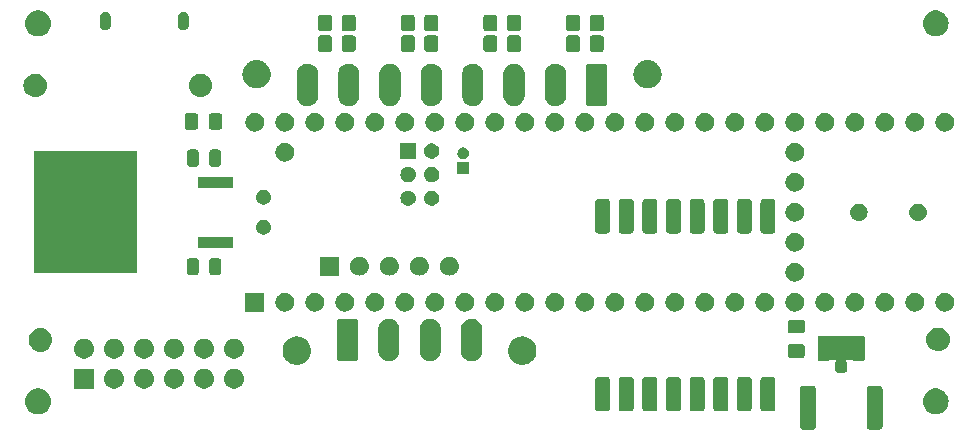
<source format=gbr>
%TF.GenerationSoftware,KiCad,Pcbnew,8.0.4*%
%TF.CreationDate,2024-11-10T13:19:24-08:00*%
%TF.ProjectId,v0.5,76302e35-2e6b-4696-9361-645f70636258,rev?*%
%TF.SameCoordinates,Original*%
%TF.FileFunction,Soldermask,Bot*%
%TF.FilePolarity,Negative*%
%FSLAX46Y46*%
G04 Gerber Fmt 4.6, Leading zero omitted, Abs format (unit mm)*
G04 Created by KiCad (PCBNEW 8.0.4) date 2024-11-10 13:19:24*
%MOMM*%
%LPD*%
G01*
G04 APERTURE LIST*
G04 APERTURE END LIST*
G36*
X152304116Y-108085818D02*
G01*
X152355379Y-108091766D01*
X152372892Y-108099499D01*
X152395671Y-108104030D01*
X152420057Y-108120324D01*
X152440788Y-108129478D01*
X152454946Y-108143636D01*
X152476777Y-108158223D01*
X152491363Y-108180053D01*
X152505521Y-108194211D01*
X152514673Y-108214939D01*
X152530970Y-108239329D01*
X152535501Y-108262109D01*
X152543233Y-108279620D01*
X152549178Y-108330872D01*
X152550000Y-108335000D01*
X152550000Y-111535000D01*
X152549178Y-111539128D01*
X152543233Y-111590379D01*
X152535501Y-111607888D01*
X152530970Y-111630671D01*
X152514672Y-111655062D01*
X152505521Y-111675788D01*
X152491365Y-111689943D01*
X152476777Y-111711777D01*
X152454943Y-111726365D01*
X152440788Y-111740521D01*
X152420062Y-111749672D01*
X152395671Y-111765970D01*
X152372888Y-111770501D01*
X152355379Y-111778233D01*
X152304129Y-111784178D01*
X152300000Y-111785000D01*
X151450000Y-111785000D01*
X151445873Y-111784179D01*
X151394620Y-111778233D01*
X151377109Y-111770501D01*
X151354329Y-111765970D01*
X151329939Y-111749673D01*
X151309211Y-111740521D01*
X151295053Y-111726363D01*
X151273223Y-111711777D01*
X151258636Y-111689946D01*
X151244478Y-111675788D01*
X151235324Y-111655057D01*
X151219030Y-111630671D01*
X151214499Y-111607892D01*
X151206766Y-111590379D01*
X151200818Y-111539117D01*
X151200000Y-111535000D01*
X151200000Y-108335000D01*
X151200818Y-108330885D01*
X151206766Y-108279620D01*
X151214499Y-108262105D01*
X151219030Y-108239329D01*
X151235323Y-108214944D01*
X151244478Y-108194211D01*
X151258638Y-108180050D01*
X151273223Y-108158223D01*
X151295050Y-108143638D01*
X151309211Y-108129478D01*
X151329944Y-108120323D01*
X151354329Y-108104030D01*
X151377105Y-108099499D01*
X151394620Y-108091766D01*
X151445884Y-108085818D01*
X151450000Y-108085000D01*
X152300000Y-108085000D01*
X152304116Y-108085818D01*
G37*
G36*
X157954116Y-108085818D02*
G01*
X158005379Y-108091766D01*
X158022892Y-108099499D01*
X158045671Y-108104030D01*
X158070057Y-108120324D01*
X158090788Y-108129478D01*
X158104946Y-108143636D01*
X158126777Y-108158223D01*
X158141363Y-108180053D01*
X158155521Y-108194211D01*
X158164673Y-108214939D01*
X158180970Y-108239329D01*
X158185501Y-108262109D01*
X158193233Y-108279620D01*
X158199178Y-108330872D01*
X158200000Y-108335000D01*
X158200000Y-111535000D01*
X158199178Y-111539128D01*
X158193233Y-111590379D01*
X158185501Y-111607888D01*
X158180970Y-111630671D01*
X158164672Y-111655062D01*
X158155521Y-111675788D01*
X158141365Y-111689943D01*
X158126777Y-111711777D01*
X158104943Y-111726365D01*
X158090788Y-111740521D01*
X158070062Y-111749672D01*
X158045671Y-111765970D01*
X158022888Y-111770501D01*
X158005379Y-111778233D01*
X157954129Y-111784178D01*
X157950000Y-111785000D01*
X157100000Y-111785000D01*
X157095873Y-111784179D01*
X157044620Y-111778233D01*
X157027109Y-111770501D01*
X157004329Y-111765970D01*
X156979939Y-111749673D01*
X156959211Y-111740521D01*
X156945053Y-111726363D01*
X156923223Y-111711777D01*
X156908636Y-111689946D01*
X156894478Y-111675788D01*
X156885324Y-111655057D01*
X156869030Y-111630671D01*
X156864499Y-111607892D01*
X156856766Y-111590379D01*
X156850818Y-111539117D01*
X156850000Y-111535000D01*
X156850000Y-108335000D01*
X156850818Y-108330885D01*
X156856766Y-108279620D01*
X156864499Y-108262105D01*
X156869030Y-108239329D01*
X156885323Y-108214944D01*
X156894478Y-108194211D01*
X156908638Y-108180050D01*
X156923223Y-108158223D01*
X156945050Y-108143638D01*
X156959211Y-108129478D01*
X156979944Y-108120323D01*
X157004329Y-108104030D01*
X157027105Y-108099499D01*
X157044620Y-108091766D01*
X157095884Y-108085818D01*
X157100000Y-108085000D01*
X157950000Y-108085000D01*
X157954116Y-108085818D01*
G37*
G36*
X87001029Y-108341992D02*
G01*
X87190312Y-108415320D01*
X87362898Y-108522181D01*
X87512910Y-108658935D01*
X87635239Y-108820925D01*
X87725719Y-109002634D01*
X87781270Y-109197876D01*
X87800000Y-109400000D01*
X87781270Y-109602124D01*
X87725719Y-109797366D01*
X87635239Y-109979075D01*
X87512910Y-110141065D01*
X87362898Y-110277819D01*
X87190312Y-110384680D01*
X87001029Y-110458008D01*
X86801495Y-110495308D01*
X86598505Y-110495308D01*
X86398971Y-110458008D01*
X86209688Y-110384680D01*
X86037102Y-110277819D01*
X85887090Y-110141065D01*
X85764761Y-109979075D01*
X85674281Y-109797366D01*
X85618730Y-109602124D01*
X85600000Y-109400000D01*
X85618730Y-109197876D01*
X85674281Y-109002634D01*
X85764761Y-108820925D01*
X85887090Y-108658935D01*
X86037102Y-108522181D01*
X86209688Y-108415320D01*
X86398971Y-108341992D01*
X86598505Y-108304692D01*
X86801495Y-108304692D01*
X87001029Y-108341992D01*
G37*
G36*
X163001029Y-108341992D02*
G01*
X163190312Y-108415320D01*
X163362898Y-108522181D01*
X163512910Y-108658935D01*
X163635239Y-108820925D01*
X163725719Y-109002634D01*
X163781270Y-109197876D01*
X163800000Y-109400000D01*
X163781270Y-109602124D01*
X163725719Y-109797366D01*
X163635239Y-109979075D01*
X163512910Y-110141065D01*
X163362898Y-110277819D01*
X163190312Y-110384680D01*
X163001029Y-110458008D01*
X162801495Y-110495308D01*
X162598505Y-110495308D01*
X162398971Y-110458008D01*
X162209688Y-110384680D01*
X162037102Y-110277819D01*
X161887090Y-110141065D01*
X161764761Y-109979075D01*
X161674281Y-109797366D01*
X161618730Y-109602124D01*
X161600000Y-109400000D01*
X161618730Y-109197876D01*
X161674281Y-109002634D01*
X161764761Y-108820925D01*
X161887090Y-108658935D01*
X162037102Y-108522181D01*
X162209688Y-108415320D01*
X162398971Y-108341992D01*
X162598505Y-108304692D01*
X162801495Y-108304692D01*
X163001029Y-108341992D01*
G37*
G36*
X134899675Y-107310819D02*
G01*
X134904943Y-107313275D01*
X134907409Y-107313635D01*
X134942429Y-107330755D01*
X134999611Y-107357419D01*
X135077581Y-107435389D01*
X135104255Y-107492592D01*
X135121364Y-107527590D01*
X135121722Y-107530053D01*
X135124181Y-107535325D01*
X135135000Y-107617500D01*
X135135000Y-109932500D01*
X135124181Y-110014675D01*
X135121722Y-110019946D01*
X135121364Y-110022409D01*
X135104265Y-110057385D01*
X135077581Y-110114611D01*
X134999611Y-110192581D01*
X134942385Y-110219265D01*
X134907409Y-110236364D01*
X134904946Y-110236722D01*
X134899675Y-110239181D01*
X134817500Y-110250000D01*
X134182500Y-110250000D01*
X134100325Y-110239181D01*
X134095053Y-110236722D01*
X134092590Y-110236364D01*
X134057592Y-110219255D01*
X134000389Y-110192581D01*
X133922419Y-110114611D01*
X133895755Y-110057429D01*
X133878635Y-110022409D01*
X133878275Y-110019943D01*
X133875819Y-110014675D01*
X133865000Y-109932500D01*
X133865000Y-107617500D01*
X133875819Y-107535325D01*
X133878275Y-107530056D01*
X133878635Y-107527590D01*
X133895765Y-107492548D01*
X133922419Y-107435389D01*
X134000389Y-107357419D01*
X134057548Y-107330765D01*
X134092590Y-107313635D01*
X134095056Y-107313275D01*
X134100325Y-107310819D01*
X134182500Y-107300000D01*
X134817500Y-107300000D01*
X134899675Y-107310819D01*
G37*
G36*
X136899675Y-107310819D02*
G01*
X136904943Y-107313275D01*
X136907409Y-107313635D01*
X136942429Y-107330755D01*
X136999611Y-107357419D01*
X137077581Y-107435389D01*
X137104255Y-107492592D01*
X137121364Y-107527590D01*
X137121722Y-107530053D01*
X137124181Y-107535325D01*
X137135000Y-107617500D01*
X137135000Y-109932500D01*
X137124181Y-110014675D01*
X137121722Y-110019946D01*
X137121364Y-110022409D01*
X137104265Y-110057385D01*
X137077581Y-110114611D01*
X136999611Y-110192581D01*
X136942385Y-110219265D01*
X136907409Y-110236364D01*
X136904946Y-110236722D01*
X136899675Y-110239181D01*
X136817500Y-110250000D01*
X136182500Y-110250000D01*
X136100325Y-110239181D01*
X136095053Y-110236722D01*
X136092590Y-110236364D01*
X136057592Y-110219255D01*
X136000389Y-110192581D01*
X135922419Y-110114611D01*
X135895755Y-110057429D01*
X135878635Y-110022409D01*
X135878275Y-110019943D01*
X135875819Y-110014675D01*
X135865000Y-109932500D01*
X135865000Y-107617500D01*
X135875819Y-107535325D01*
X135878275Y-107530056D01*
X135878635Y-107527590D01*
X135895765Y-107492548D01*
X135922419Y-107435389D01*
X136000389Y-107357419D01*
X136057548Y-107330765D01*
X136092590Y-107313635D01*
X136095056Y-107313275D01*
X136100325Y-107310819D01*
X136182500Y-107300000D01*
X136817500Y-107300000D01*
X136899675Y-107310819D01*
G37*
G36*
X138899675Y-107310819D02*
G01*
X138904943Y-107313275D01*
X138907409Y-107313635D01*
X138942429Y-107330755D01*
X138999611Y-107357419D01*
X139077581Y-107435389D01*
X139104255Y-107492592D01*
X139121364Y-107527590D01*
X139121722Y-107530053D01*
X139124181Y-107535325D01*
X139135000Y-107617500D01*
X139135000Y-109932500D01*
X139124181Y-110014675D01*
X139121722Y-110019946D01*
X139121364Y-110022409D01*
X139104265Y-110057385D01*
X139077581Y-110114611D01*
X138999611Y-110192581D01*
X138942385Y-110219265D01*
X138907409Y-110236364D01*
X138904946Y-110236722D01*
X138899675Y-110239181D01*
X138817500Y-110250000D01*
X138182500Y-110250000D01*
X138100325Y-110239181D01*
X138095053Y-110236722D01*
X138092590Y-110236364D01*
X138057592Y-110219255D01*
X138000389Y-110192581D01*
X137922419Y-110114611D01*
X137895755Y-110057429D01*
X137878635Y-110022409D01*
X137878275Y-110019943D01*
X137875819Y-110014675D01*
X137865000Y-109932500D01*
X137865000Y-107617500D01*
X137875819Y-107535325D01*
X137878275Y-107530056D01*
X137878635Y-107527590D01*
X137895765Y-107492548D01*
X137922419Y-107435389D01*
X138000389Y-107357419D01*
X138057548Y-107330765D01*
X138092590Y-107313635D01*
X138095056Y-107313275D01*
X138100325Y-107310819D01*
X138182500Y-107300000D01*
X138817500Y-107300000D01*
X138899675Y-107310819D01*
G37*
G36*
X140899675Y-107310819D02*
G01*
X140904943Y-107313275D01*
X140907409Y-107313635D01*
X140942429Y-107330755D01*
X140999611Y-107357419D01*
X141077581Y-107435389D01*
X141104255Y-107492592D01*
X141121364Y-107527590D01*
X141121722Y-107530053D01*
X141124181Y-107535325D01*
X141135000Y-107617500D01*
X141135000Y-109932500D01*
X141124181Y-110014675D01*
X141121722Y-110019946D01*
X141121364Y-110022409D01*
X141104265Y-110057385D01*
X141077581Y-110114611D01*
X140999611Y-110192581D01*
X140942385Y-110219265D01*
X140907409Y-110236364D01*
X140904946Y-110236722D01*
X140899675Y-110239181D01*
X140817500Y-110250000D01*
X140182500Y-110250000D01*
X140100325Y-110239181D01*
X140095053Y-110236722D01*
X140092590Y-110236364D01*
X140057592Y-110219255D01*
X140000389Y-110192581D01*
X139922419Y-110114611D01*
X139895755Y-110057429D01*
X139878635Y-110022409D01*
X139878275Y-110019943D01*
X139875819Y-110014675D01*
X139865000Y-109932500D01*
X139865000Y-107617500D01*
X139875819Y-107535325D01*
X139878275Y-107530056D01*
X139878635Y-107527590D01*
X139895765Y-107492548D01*
X139922419Y-107435389D01*
X140000389Y-107357419D01*
X140057548Y-107330765D01*
X140092590Y-107313635D01*
X140095056Y-107313275D01*
X140100325Y-107310819D01*
X140182500Y-107300000D01*
X140817500Y-107300000D01*
X140899675Y-107310819D01*
G37*
G36*
X142899675Y-107310819D02*
G01*
X142904943Y-107313275D01*
X142907409Y-107313635D01*
X142942429Y-107330755D01*
X142999611Y-107357419D01*
X143077581Y-107435389D01*
X143104255Y-107492592D01*
X143121364Y-107527590D01*
X143121722Y-107530053D01*
X143124181Y-107535325D01*
X143135000Y-107617500D01*
X143135000Y-109932500D01*
X143124181Y-110014675D01*
X143121722Y-110019946D01*
X143121364Y-110022409D01*
X143104265Y-110057385D01*
X143077581Y-110114611D01*
X142999611Y-110192581D01*
X142942385Y-110219265D01*
X142907409Y-110236364D01*
X142904946Y-110236722D01*
X142899675Y-110239181D01*
X142817500Y-110250000D01*
X142182500Y-110250000D01*
X142100325Y-110239181D01*
X142095053Y-110236722D01*
X142092590Y-110236364D01*
X142057592Y-110219255D01*
X142000389Y-110192581D01*
X141922419Y-110114611D01*
X141895755Y-110057429D01*
X141878635Y-110022409D01*
X141878275Y-110019943D01*
X141875819Y-110014675D01*
X141865000Y-109932500D01*
X141865000Y-107617500D01*
X141875819Y-107535325D01*
X141878275Y-107530056D01*
X141878635Y-107527590D01*
X141895765Y-107492548D01*
X141922419Y-107435389D01*
X142000389Y-107357419D01*
X142057548Y-107330765D01*
X142092590Y-107313635D01*
X142095056Y-107313275D01*
X142100325Y-107310819D01*
X142182500Y-107300000D01*
X142817500Y-107300000D01*
X142899675Y-107310819D01*
G37*
G36*
X144899675Y-107310819D02*
G01*
X144904943Y-107313275D01*
X144907409Y-107313635D01*
X144942429Y-107330755D01*
X144999611Y-107357419D01*
X145077581Y-107435389D01*
X145104255Y-107492592D01*
X145121364Y-107527590D01*
X145121722Y-107530053D01*
X145124181Y-107535325D01*
X145135000Y-107617500D01*
X145135000Y-109932500D01*
X145124181Y-110014675D01*
X145121722Y-110019946D01*
X145121364Y-110022409D01*
X145104265Y-110057385D01*
X145077581Y-110114611D01*
X144999611Y-110192581D01*
X144942385Y-110219265D01*
X144907409Y-110236364D01*
X144904946Y-110236722D01*
X144899675Y-110239181D01*
X144817500Y-110250000D01*
X144182500Y-110250000D01*
X144100325Y-110239181D01*
X144095053Y-110236722D01*
X144092590Y-110236364D01*
X144057592Y-110219255D01*
X144000389Y-110192581D01*
X143922419Y-110114611D01*
X143895755Y-110057429D01*
X143878635Y-110022409D01*
X143878275Y-110019943D01*
X143875819Y-110014675D01*
X143865000Y-109932500D01*
X143865000Y-107617500D01*
X143875819Y-107535325D01*
X143878275Y-107530056D01*
X143878635Y-107527590D01*
X143895765Y-107492548D01*
X143922419Y-107435389D01*
X144000389Y-107357419D01*
X144057548Y-107330765D01*
X144092590Y-107313635D01*
X144095056Y-107313275D01*
X144100325Y-107310819D01*
X144182500Y-107300000D01*
X144817500Y-107300000D01*
X144899675Y-107310819D01*
G37*
G36*
X146899675Y-107310819D02*
G01*
X146904943Y-107313275D01*
X146907409Y-107313635D01*
X146942429Y-107330755D01*
X146999611Y-107357419D01*
X147077581Y-107435389D01*
X147104255Y-107492592D01*
X147121364Y-107527590D01*
X147121722Y-107530053D01*
X147124181Y-107535325D01*
X147135000Y-107617500D01*
X147135000Y-109932500D01*
X147124181Y-110014675D01*
X147121722Y-110019946D01*
X147121364Y-110022409D01*
X147104265Y-110057385D01*
X147077581Y-110114611D01*
X146999611Y-110192581D01*
X146942385Y-110219265D01*
X146907409Y-110236364D01*
X146904946Y-110236722D01*
X146899675Y-110239181D01*
X146817500Y-110250000D01*
X146182500Y-110250000D01*
X146100325Y-110239181D01*
X146095053Y-110236722D01*
X146092590Y-110236364D01*
X146057592Y-110219255D01*
X146000389Y-110192581D01*
X145922419Y-110114611D01*
X145895755Y-110057429D01*
X145878635Y-110022409D01*
X145878275Y-110019943D01*
X145875819Y-110014675D01*
X145865000Y-109932500D01*
X145865000Y-107617500D01*
X145875819Y-107535325D01*
X145878275Y-107530056D01*
X145878635Y-107527590D01*
X145895765Y-107492548D01*
X145922419Y-107435389D01*
X146000389Y-107357419D01*
X146057548Y-107330765D01*
X146092590Y-107313635D01*
X146095056Y-107313275D01*
X146100325Y-107310819D01*
X146182500Y-107300000D01*
X146817500Y-107300000D01*
X146899675Y-107310819D01*
G37*
G36*
X148899675Y-107310819D02*
G01*
X148904943Y-107313275D01*
X148907409Y-107313635D01*
X148942429Y-107330755D01*
X148999611Y-107357419D01*
X149077581Y-107435389D01*
X149104255Y-107492592D01*
X149121364Y-107527590D01*
X149121722Y-107530053D01*
X149124181Y-107535325D01*
X149135000Y-107617500D01*
X149135000Y-109932500D01*
X149124181Y-110014675D01*
X149121722Y-110019946D01*
X149121364Y-110022409D01*
X149104265Y-110057385D01*
X149077581Y-110114611D01*
X148999611Y-110192581D01*
X148942385Y-110219265D01*
X148907409Y-110236364D01*
X148904946Y-110236722D01*
X148899675Y-110239181D01*
X148817500Y-110250000D01*
X148182500Y-110250000D01*
X148100325Y-110239181D01*
X148095053Y-110236722D01*
X148092590Y-110236364D01*
X148057592Y-110219255D01*
X148000389Y-110192581D01*
X147922419Y-110114611D01*
X147895755Y-110057429D01*
X147878635Y-110022409D01*
X147878275Y-110019943D01*
X147875819Y-110014675D01*
X147865000Y-109932500D01*
X147865000Y-107617500D01*
X147875819Y-107535325D01*
X147878275Y-107530056D01*
X147878635Y-107527590D01*
X147895765Y-107492548D01*
X147922419Y-107435389D01*
X148000389Y-107357419D01*
X148057548Y-107330765D01*
X148092590Y-107313635D01*
X148095056Y-107313275D01*
X148100325Y-107310819D01*
X148182500Y-107300000D01*
X148817500Y-107300000D01*
X148899675Y-107310819D01*
G37*
G36*
X91450000Y-108325000D02*
G01*
X89750000Y-108325000D01*
X89750000Y-106625000D01*
X91450000Y-106625000D01*
X91450000Y-108325000D01*
G37*
G36*
X93402664Y-106666602D02*
G01*
X93565000Y-106738878D01*
X93708761Y-106843327D01*
X93827664Y-106975383D01*
X93916514Y-107129274D01*
X93971425Y-107298275D01*
X93990000Y-107475000D01*
X93971425Y-107651725D01*
X93916514Y-107820726D01*
X93827664Y-107974617D01*
X93708761Y-108106673D01*
X93565000Y-108211122D01*
X93402664Y-108283398D01*
X93228849Y-108320344D01*
X93051151Y-108320344D01*
X92877336Y-108283398D01*
X92715000Y-108211122D01*
X92571239Y-108106673D01*
X92452336Y-107974617D01*
X92363486Y-107820726D01*
X92308575Y-107651725D01*
X92290000Y-107475000D01*
X92308575Y-107298275D01*
X92363486Y-107129274D01*
X92452336Y-106975383D01*
X92571239Y-106843327D01*
X92715000Y-106738878D01*
X92877336Y-106666602D01*
X93051151Y-106629656D01*
X93228849Y-106629656D01*
X93402664Y-106666602D01*
G37*
G36*
X95942664Y-106666602D02*
G01*
X96105000Y-106738878D01*
X96248761Y-106843327D01*
X96367664Y-106975383D01*
X96456514Y-107129274D01*
X96511425Y-107298275D01*
X96530000Y-107475000D01*
X96511425Y-107651725D01*
X96456514Y-107820726D01*
X96367664Y-107974617D01*
X96248761Y-108106673D01*
X96105000Y-108211122D01*
X95942664Y-108283398D01*
X95768849Y-108320344D01*
X95591151Y-108320344D01*
X95417336Y-108283398D01*
X95255000Y-108211122D01*
X95111239Y-108106673D01*
X94992336Y-107974617D01*
X94903486Y-107820726D01*
X94848575Y-107651725D01*
X94830000Y-107475000D01*
X94848575Y-107298275D01*
X94903486Y-107129274D01*
X94992336Y-106975383D01*
X95111239Y-106843327D01*
X95255000Y-106738878D01*
X95417336Y-106666602D01*
X95591151Y-106629656D01*
X95768849Y-106629656D01*
X95942664Y-106666602D01*
G37*
G36*
X98482664Y-106666602D02*
G01*
X98645000Y-106738878D01*
X98788761Y-106843327D01*
X98907664Y-106975383D01*
X98996514Y-107129274D01*
X99051425Y-107298275D01*
X99070000Y-107475000D01*
X99051425Y-107651725D01*
X98996514Y-107820726D01*
X98907664Y-107974617D01*
X98788761Y-108106673D01*
X98645000Y-108211122D01*
X98482664Y-108283398D01*
X98308849Y-108320344D01*
X98131151Y-108320344D01*
X97957336Y-108283398D01*
X97795000Y-108211122D01*
X97651239Y-108106673D01*
X97532336Y-107974617D01*
X97443486Y-107820726D01*
X97388575Y-107651725D01*
X97370000Y-107475000D01*
X97388575Y-107298275D01*
X97443486Y-107129274D01*
X97532336Y-106975383D01*
X97651239Y-106843327D01*
X97795000Y-106738878D01*
X97957336Y-106666602D01*
X98131151Y-106629656D01*
X98308849Y-106629656D01*
X98482664Y-106666602D01*
G37*
G36*
X101022664Y-106666602D02*
G01*
X101185000Y-106738878D01*
X101328761Y-106843327D01*
X101447664Y-106975383D01*
X101536514Y-107129274D01*
X101591425Y-107298275D01*
X101610000Y-107475000D01*
X101591425Y-107651725D01*
X101536514Y-107820726D01*
X101447664Y-107974617D01*
X101328761Y-108106673D01*
X101185000Y-108211122D01*
X101022664Y-108283398D01*
X100848849Y-108320344D01*
X100671151Y-108320344D01*
X100497336Y-108283398D01*
X100335000Y-108211122D01*
X100191239Y-108106673D01*
X100072336Y-107974617D01*
X99983486Y-107820726D01*
X99928575Y-107651725D01*
X99910000Y-107475000D01*
X99928575Y-107298275D01*
X99983486Y-107129274D01*
X100072336Y-106975383D01*
X100191239Y-106843327D01*
X100335000Y-106738878D01*
X100497336Y-106666602D01*
X100671151Y-106629656D01*
X100848849Y-106629656D01*
X101022664Y-106666602D01*
G37*
G36*
X103562664Y-106666602D02*
G01*
X103725000Y-106738878D01*
X103868761Y-106843327D01*
X103987664Y-106975383D01*
X104076514Y-107129274D01*
X104131425Y-107298275D01*
X104150000Y-107475000D01*
X104131425Y-107651725D01*
X104076514Y-107820726D01*
X103987664Y-107974617D01*
X103868761Y-108106673D01*
X103725000Y-108211122D01*
X103562664Y-108283398D01*
X103388849Y-108320344D01*
X103211151Y-108320344D01*
X103037336Y-108283398D01*
X102875000Y-108211122D01*
X102731239Y-108106673D01*
X102612336Y-107974617D01*
X102523486Y-107820726D01*
X102468575Y-107651725D01*
X102450000Y-107475000D01*
X102468575Y-107298275D01*
X102523486Y-107129274D01*
X102612336Y-106975383D01*
X102731239Y-106843327D01*
X102875000Y-106738878D01*
X103037336Y-106666602D01*
X103211151Y-106629656D01*
X103388849Y-106629656D01*
X103562664Y-106666602D01*
G37*
G36*
X153504116Y-103825818D02*
G01*
X153555379Y-103831766D01*
X153572892Y-103839499D01*
X153595671Y-103844030D01*
X153620057Y-103860324D01*
X153640788Y-103869478D01*
X153654945Y-103883635D01*
X153676777Y-103898223D01*
X153691365Y-103920056D01*
X153697282Y-103925973D01*
X153760000Y-103899994D01*
X153760000Y-103830468D01*
X153760000Y-103825000D01*
X155640000Y-103825000D01*
X155640000Y-103830468D01*
X155640000Y-103899994D01*
X155702718Y-103925973D01*
X155708634Y-103920056D01*
X155723223Y-103898223D01*
X155745052Y-103883637D01*
X155759211Y-103869478D01*
X155779944Y-103860323D01*
X155804329Y-103844030D01*
X155827105Y-103839499D01*
X155844620Y-103831766D01*
X155895884Y-103825818D01*
X155900000Y-103825000D01*
X156450000Y-103825000D01*
X156454116Y-103825818D01*
X156505379Y-103831766D01*
X156522892Y-103839499D01*
X156545671Y-103844030D01*
X156570057Y-103860324D01*
X156590788Y-103869478D01*
X156604946Y-103883636D01*
X156626777Y-103898223D01*
X156641363Y-103920053D01*
X156655521Y-103934211D01*
X156664673Y-103954939D01*
X156680970Y-103979329D01*
X156685501Y-104002109D01*
X156693233Y-104019620D01*
X156699178Y-104070872D01*
X156700000Y-104075000D01*
X156700000Y-105775000D01*
X156699178Y-105779128D01*
X156693233Y-105830379D01*
X156685501Y-105847888D01*
X156680970Y-105870671D01*
X156664672Y-105895062D01*
X156655521Y-105915788D01*
X156641365Y-105929943D01*
X156626777Y-105951777D01*
X156604943Y-105966365D01*
X156590788Y-105980521D01*
X156570062Y-105989672D01*
X156545671Y-106005970D01*
X156522888Y-106010501D01*
X156505379Y-106018233D01*
X156454129Y-106024178D01*
X156450000Y-106025000D01*
X155900000Y-106025000D01*
X155895873Y-106024179D01*
X155844620Y-106018233D01*
X155827109Y-106010501D01*
X155804329Y-106005970D01*
X155779939Y-105989673D01*
X155759211Y-105980521D01*
X155745054Y-105966364D01*
X155723223Y-105951777D01*
X155708634Y-105929944D01*
X155685153Y-105906462D01*
X155643069Y-105906462D01*
X155640000Y-105909531D01*
X155640000Y-105915000D01*
X155634531Y-105915000D01*
X155125006Y-105915000D01*
X155099027Y-105977718D01*
X155104943Y-105983634D01*
X155126777Y-105998223D01*
X155141364Y-106020054D01*
X155155521Y-106034211D01*
X155164673Y-106054939D01*
X155180970Y-106079329D01*
X155185501Y-106102109D01*
X155193233Y-106119620D01*
X155199178Y-106170872D01*
X155200000Y-106175000D01*
X155200000Y-106725000D01*
X155199178Y-106729128D01*
X155193233Y-106780379D01*
X155185501Y-106797888D01*
X155180970Y-106820671D01*
X155164672Y-106845062D01*
X155155521Y-106865788D01*
X155141365Y-106879943D01*
X155126777Y-106901777D01*
X155104943Y-106916365D01*
X155090788Y-106930521D01*
X155070062Y-106939672D01*
X155045671Y-106955970D01*
X155022888Y-106960501D01*
X155005379Y-106968233D01*
X154954129Y-106974178D01*
X154950000Y-106975000D01*
X154450000Y-106975000D01*
X154445873Y-106974179D01*
X154394620Y-106968233D01*
X154377109Y-106960501D01*
X154354329Y-106955970D01*
X154329939Y-106939673D01*
X154309211Y-106930521D01*
X154295053Y-106916363D01*
X154273223Y-106901777D01*
X154258636Y-106879946D01*
X154244478Y-106865788D01*
X154235324Y-106845057D01*
X154219030Y-106820671D01*
X154214499Y-106797892D01*
X154206766Y-106780379D01*
X154200818Y-106729117D01*
X154200000Y-106725000D01*
X154200000Y-106175000D01*
X154200818Y-106170885D01*
X154206766Y-106119620D01*
X154214499Y-106102105D01*
X154219030Y-106079329D01*
X154235323Y-106054944D01*
X154244478Y-106034211D01*
X154258637Y-106020052D01*
X154273223Y-105998223D01*
X154295056Y-105983634D01*
X154300973Y-105977718D01*
X154274994Y-105915000D01*
X153765469Y-105915000D01*
X153760000Y-105915000D01*
X153760000Y-105909531D01*
X153756931Y-105906462D01*
X153714847Y-105906462D01*
X153691365Y-105929943D01*
X153676777Y-105951777D01*
X153654943Y-105966365D01*
X153640788Y-105980521D01*
X153620062Y-105989672D01*
X153595671Y-106005970D01*
X153572888Y-106010501D01*
X153555379Y-106018233D01*
X153504129Y-106024178D01*
X153500000Y-106025000D01*
X152950000Y-106025000D01*
X152945873Y-106024179D01*
X152894620Y-106018233D01*
X152877109Y-106010501D01*
X152854329Y-106005970D01*
X152829939Y-105989673D01*
X152809211Y-105980521D01*
X152795053Y-105966363D01*
X152773223Y-105951777D01*
X152758636Y-105929946D01*
X152744478Y-105915788D01*
X152735324Y-105895057D01*
X152719030Y-105870671D01*
X152714499Y-105847892D01*
X152706766Y-105830379D01*
X152700818Y-105779117D01*
X152700000Y-105775000D01*
X152700000Y-104075000D01*
X152700818Y-104070885D01*
X152706766Y-104019620D01*
X152714499Y-104002105D01*
X152719030Y-103979329D01*
X152735323Y-103954944D01*
X152744478Y-103934211D01*
X152758638Y-103920050D01*
X152773223Y-103898223D01*
X152795050Y-103883638D01*
X152809211Y-103869478D01*
X152829944Y-103860323D01*
X152854329Y-103844030D01*
X152877105Y-103839499D01*
X152894620Y-103831766D01*
X152945884Y-103825818D01*
X152950000Y-103825000D01*
X153500000Y-103825000D01*
X153504116Y-103825818D01*
G37*
G36*
X108656296Y-103905119D02*
G01*
X108710722Y-103905119D01*
X108758601Y-103914069D01*
X108808345Y-103918421D01*
X108869402Y-103934781D01*
X108928396Y-103945809D01*
X108968406Y-103961309D01*
X109010354Y-103972549D01*
X109073859Y-104002162D01*
X109134886Y-104025804D01*
X109166386Y-104045307D01*
X109199907Y-104060939D01*
X109263135Y-104105212D01*
X109323162Y-104142379D01*
X109346171Y-104163355D01*
X109371221Y-104180895D01*
X109431141Y-104240815D01*
X109486811Y-104291565D01*
X109501986Y-104311660D01*
X109519104Y-104328778D01*
X109572499Y-104405034D01*
X109620261Y-104468281D01*
X109628818Y-104485466D01*
X109639060Y-104500093D01*
X109682674Y-104593624D01*
X109718967Y-104666510D01*
X109722575Y-104679192D01*
X109727450Y-104689646D01*
X109758171Y-104804299D01*
X109779568Y-104879501D01*
X109780226Y-104886611D01*
X109781578Y-104891654D01*
X109796510Y-105062342D01*
X109800000Y-105100000D01*
X109796510Y-105137660D01*
X109781578Y-105308345D01*
X109780227Y-105313386D01*
X109779568Y-105320499D01*
X109758168Y-105395710D01*
X109727450Y-105510354D01*
X109722575Y-105520807D01*
X109718967Y-105533490D01*
X109682674Y-105606375D01*
X109639060Y-105699907D01*
X109628818Y-105714533D01*
X109620261Y-105731719D01*
X109572493Y-105794972D01*
X109519104Y-105871221D01*
X109501989Y-105888335D01*
X109486811Y-105908435D01*
X109431129Y-105959195D01*
X109371221Y-106019104D01*
X109346176Y-106036640D01*
X109323162Y-106057621D01*
X109263123Y-106094795D01*
X109199907Y-106139060D01*
X109166392Y-106154687D01*
X109134886Y-106174196D01*
X109073846Y-106197842D01*
X109010354Y-106227450D01*
X108968414Y-106238687D01*
X108928396Y-106254191D01*
X108869390Y-106265220D01*
X108808345Y-106281578D01*
X108758612Y-106285928D01*
X108710722Y-106294881D01*
X108656284Y-106294881D01*
X108600000Y-106299805D01*
X108543716Y-106294881D01*
X108489278Y-106294881D01*
X108441388Y-106285929D01*
X108391654Y-106281578D01*
X108330606Y-106265220D01*
X108271604Y-106254191D01*
X108231587Y-106238688D01*
X108189645Y-106227450D01*
X108126147Y-106197840D01*
X108065114Y-106174196D01*
X108033610Y-106154689D01*
X108000092Y-106139060D01*
X107936867Y-106094789D01*
X107876838Y-106057621D01*
X107853826Y-106036643D01*
X107828778Y-106019104D01*
X107768858Y-105959184D01*
X107713189Y-105908435D01*
X107698013Y-105888339D01*
X107680895Y-105871221D01*
X107627492Y-105794954D01*
X107579739Y-105731719D01*
X107571184Y-105714538D01*
X107560939Y-105699907D01*
X107517309Y-105606343D01*
X107481033Y-105533490D01*
X107477426Y-105520812D01*
X107472549Y-105510354D01*
X107441814Y-105395649D01*
X107420432Y-105320499D01*
X107419773Y-105313392D01*
X107418421Y-105308345D01*
X107403471Y-105137467D01*
X107400000Y-105100000D01*
X107403471Y-105062535D01*
X107418421Y-104891654D01*
X107419773Y-104886605D01*
X107420432Y-104879501D01*
X107441811Y-104804359D01*
X107472549Y-104689646D01*
X107477426Y-104679187D01*
X107481033Y-104666510D01*
X107517309Y-104593656D01*
X107560939Y-104500093D01*
X107571184Y-104485461D01*
X107579739Y-104468281D01*
X107627487Y-104405052D01*
X107680895Y-104328778D01*
X107698016Y-104311656D01*
X107713189Y-104291565D01*
X107768847Y-104240825D01*
X107828778Y-104180895D01*
X107853830Y-104163352D01*
X107876838Y-104142379D01*
X107936860Y-104105214D01*
X108000093Y-104060939D01*
X108033613Y-104045307D01*
X108065114Y-104025804D01*
X108126140Y-104002162D01*
X108189646Y-103972549D01*
X108231593Y-103961309D01*
X108271604Y-103945809D01*
X108330594Y-103934781D01*
X108391654Y-103918421D01*
X108441398Y-103914069D01*
X108489278Y-103905119D01*
X108543704Y-103905119D01*
X108600000Y-103900194D01*
X108656296Y-103905119D01*
G37*
G36*
X127756296Y-103905119D02*
G01*
X127810722Y-103905119D01*
X127858601Y-103914069D01*
X127908345Y-103918421D01*
X127969402Y-103934781D01*
X128028396Y-103945809D01*
X128068406Y-103961309D01*
X128110354Y-103972549D01*
X128173859Y-104002162D01*
X128234886Y-104025804D01*
X128266386Y-104045307D01*
X128299907Y-104060939D01*
X128363135Y-104105212D01*
X128423162Y-104142379D01*
X128446171Y-104163355D01*
X128471221Y-104180895D01*
X128531141Y-104240815D01*
X128586811Y-104291565D01*
X128601986Y-104311660D01*
X128619104Y-104328778D01*
X128672499Y-104405034D01*
X128720261Y-104468281D01*
X128728818Y-104485466D01*
X128739060Y-104500093D01*
X128782674Y-104593624D01*
X128818967Y-104666510D01*
X128822575Y-104679192D01*
X128827450Y-104689646D01*
X128858171Y-104804299D01*
X128879568Y-104879501D01*
X128880226Y-104886611D01*
X128881578Y-104891654D01*
X128896510Y-105062342D01*
X128900000Y-105100000D01*
X128896510Y-105137660D01*
X128881578Y-105308345D01*
X128880227Y-105313386D01*
X128879568Y-105320499D01*
X128858168Y-105395710D01*
X128827450Y-105510354D01*
X128822575Y-105520807D01*
X128818967Y-105533490D01*
X128782674Y-105606375D01*
X128739060Y-105699907D01*
X128728818Y-105714533D01*
X128720261Y-105731719D01*
X128672493Y-105794972D01*
X128619104Y-105871221D01*
X128601989Y-105888335D01*
X128586811Y-105908435D01*
X128531129Y-105959195D01*
X128471221Y-106019104D01*
X128446176Y-106036640D01*
X128423162Y-106057621D01*
X128363123Y-106094795D01*
X128299907Y-106139060D01*
X128266392Y-106154687D01*
X128234886Y-106174196D01*
X128173846Y-106197842D01*
X128110354Y-106227450D01*
X128068414Y-106238687D01*
X128028396Y-106254191D01*
X127969390Y-106265220D01*
X127908345Y-106281578D01*
X127858612Y-106285928D01*
X127810722Y-106294881D01*
X127756284Y-106294881D01*
X127700000Y-106299805D01*
X127643716Y-106294881D01*
X127589278Y-106294881D01*
X127541388Y-106285929D01*
X127491654Y-106281578D01*
X127430606Y-106265220D01*
X127371604Y-106254191D01*
X127331587Y-106238688D01*
X127289645Y-106227450D01*
X127226147Y-106197840D01*
X127165114Y-106174196D01*
X127133610Y-106154689D01*
X127100092Y-106139060D01*
X127036867Y-106094789D01*
X126976838Y-106057621D01*
X126953826Y-106036643D01*
X126928778Y-106019104D01*
X126868858Y-105959184D01*
X126813189Y-105908435D01*
X126798013Y-105888339D01*
X126780895Y-105871221D01*
X126727492Y-105794954D01*
X126679739Y-105731719D01*
X126671184Y-105714538D01*
X126660939Y-105699907D01*
X126617309Y-105606343D01*
X126581033Y-105533490D01*
X126577426Y-105520812D01*
X126572549Y-105510354D01*
X126541814Y-105395649D01*
X126520432Y-105320499D01*
X126519773Y-105313392D01*
X126518421Y-105308345D01*
X126503471Y-105137467D01*
X126500000Y-105100000D01*
X126503471Y-105062535D01*
X126518421Y-104891654D01*
X126519773Y-104886605D01*
X126520432Y-104879501D01*
X126541811Y-104804359D01*
X126572549Y-104689646D01*
X126577426Y-104679187D01*
X126581033Y-104666510D01*
X126617309Y-104593656D01*
X126660939Y-104500093D01*
X126671184Y-104485461D01*
X126679739Y-104468281D01*
X126727487Y-104405052D01*
X126780895Y-104328778D01*
X126798016Y-104311656D01*
X126813189Y-104291565D01*
X126868847Y-104240825D01*
X126928778Y-104180895D01*
X126953830Y-104163352D01*
X126976838Y-104142379D01*
X127036860Y-104105214D01*
X127100093Y-104060939D01*
X127133613Y-104045307D01*
X127165114Y-104025804D01*
X127226140Y-104002162D01*
X127289646Y-103972549D01*
X127331593Y-103961309D01*
X127371604Y-103945809D01*
X127430594Y-103934781D01*
X127491654Y-103918421D01*
X127541398Y-103914069D01*
X127589278Y-103905119D01*
X127643704Y-103905119D01*
X127700000Y-103900194D01*
X127756296Y-103905119D01*
G37*
G36*
X113554116Y-102400818D02*
G01*
X113605379Y-102406766D01*
X113622892Y-102414499D01*
X113645671Y-102419030D01*
X113670057Y-102435324D01*
X113690788Y-102444478D01*
X113704946Y-102458636D01*
X113726777Y-102473223D01*
X113741363Y-102495053D01*
X113755521Y-102509211D01*
X113764673Y-102529939D01*
X113780970Y-102554329D01*
X113785501Y-102577109D01*
X113793233Y-102594620D01*
X113799178Y-102645872D01*
X113800000Y-102650000D01*
X113800000Y-105750000D01*
X113799178Y-105754128D01*
X113793233Y-105805379D01*
X113785501Y-105822888D01*
X113780970Y-105845671D01*
X113764672Y-105870062D01*
X113755521Y-105890788D01*
X113741365Y-105904943D01*
X113726777Y-105926777D01*
X113704943Y-105941365D01*
X113690788Y-105955521D01*
X113670062Y-105964672D01*
X113645671Y-105980970D01*
X113622888Y-105985501D01*
X113605379Y-105993233D01*
X113554129Y-105999178D01*
X113550000Y-106000000D01*
X112250000Y-106000000D01*
X112245873Y-105999179D01*
X112194620Y-105993233D01*
X112177109Y-105985501D01*
X112154329Y-105980970D01*
X112129939Y-105964673D01*
X112109211Y-105955521D01*
X112095053Y-105941363D01*
X112073223Y-105926777D01*
X112058636Y-105904946D01*
X112044478Y-105890788D01*
X112035324Y-105870057D01*
X112019030Y-105845671D01*
X112014499Y-105822892D01*
X112006766Y-105805379D01*
X112000818Y-105754117D01*
X112000000Y-105750000D01*
X112000000Y-102650000D01*
X112000818Y-102645885D01*
X112006766Y-102594620D01*
X112014499Y-102577105D01*
X112019030Y-102554329D01*
X112035323Y-102529944D01*
X112044478Y-102509211D01*
X112058638Y-102495050D01*
X112073223Y-102473223D01*
X112095050Y-102458638D01*
X112109211Y-102444478D01*
X112129944Y-102435323D01*
X112154329Y-102419030D01*
X112177105Y-102414499D01*
X112194620Y-102406766D01*
X112245884Y-102400818D01*
X112250000Y-102400000D01*
X113550000Y-102400000D01*
X113554116Y-102400818D01*
G37*
G36*
X116661256Y-102438754D02*
G01*
X116824257Y-102506271D01*
X116970954Y-102604291D01*
X117095709Y-102729046D01*
X117193729Y-102875743D01*
X117261246Y-103038744D01*
X117295666Y-103211785D01*
X117300000Y-103300000D01*
X117300000Y-105100000D01*
X117295666Y-105188215D01*
X117261246Y-105361256D01*
X117193729Y-105524257D01*
X117095709Y-105670954D01*
X116970954Y-105795709D01*
X116824257Y-105893729D01*
X116661256Y-105961246D01*
X116488215Y-105995666D01*
X116311785Y-105995666D01*
X116138744Y-105961246D01*
X115975743Y-105893729D01*
X115829046Y-105795709D01*
X115704291Y-105670954D01*
X115606271Y-105524257D01*
X115538754Y-105361256D01*
X115504334Y-105188215D01*
X115500000Y-105100000D01*
X115500000Y-103300000D01*
X115504334Y-103211785D01*
X115538754Y-103038744D01*
X115606271Y-102875743D01*
X115704291Y-102729046D01*
X115829046Y-102604291D01*
X115975743Y-102506271D01*
X116138744Y-102438754D01*
X116311785Y-102404334D01*
X116488215Y-102404334D01*
X116661256Y-102438754D01*
G37*
G36*
X120161256Y-102438754D02*
G01*
X120324257Y-102506271D01*
X120470954Y-102604291D01*
X120595709Y-102729046D01*
X120693729Y-102875743D01*
X120761246Y-103038744D01*
X120795666Y-103211785D01*
X120800000Y-103300000D01*
X120800000Y-105100000D01*
X120795666Y-105188215D01*
X120761246Y-105361256D01*
X120693729Y-105524257D01*
X120595709Y-105670954D01*
X120470954Y-105795709D01*
X120324257Y-105893729D01*
X120161256Y-105961246D01*
X119988215Y-105995666D01*
X119811785Y-105995666D01*
X119638744Y-105961246D01*
X119475743Y-105893729D01*
X119329046Y-105795709D01*
X119204291Y-105670954D01*
X119106271Y-105524257D01*
X119038754Y-105361256D01*
X119004334Y-105188215D01*
X119000000Y-105100000D01*
X119000000Y-103300000D01*
X119004334Y-103211785D01*
X119038754Y-103038744D01*
X119106271Y-102875743D01*
X119204291Y-102729046D01*
X119329046Y-102604291D01*
X119475743Y-102506271D01*
X119638744Y-102438754D01*
X119811785Y-102404334D01*
X119988215Y-102404334D01*
X120161256Y-102438754D01*
G37*
G36*
X123661256Y-102438754D02*
G01*
X123824257Y-102506271D01*
X123970954Y-102604291D01*
X124095709Y-102729046D01*
X124193729Y-102875743D01*
X124261246Y-103038744D01*
X124295666Y-103211785D01*
X124300000Y-103300000D01*
X124300000Y-105100000D01*
X124295666Y-105188215D01*
X124261246Y-105361256D01*
X124193729Y-105524257D01*
X124095709Y-105670954D01*
X123970954Y-105795709D01*
X123824257Y-105893729D01*
X123661256Y-105961246D01*
X123488215Y-105995666D01*
X123311785Y-105995666D01*
X123138744Y-105961246D01*
X122975743Y-105893729D01*
X122829046Y-105795709D01*
X122704291Y-105670954D01*
X122606271Y-105524257D01*
X122538754Y-105361256D01*
X122504334Y-105188215D01*
X122500000Y-105100000D01*
X122500000Y-103300000D01*
X122504334Y-103211785D01*
X122538754Y-103038744D01*
X122606271Y-102875743D01*
X122704291Y-102729046D01*
X122829046Y-102604291D01*
X122975743Y-102506271D01*
X123138744Y-102438754D01*
X123311785Y-102404334D01*
X123488215Y-102404334D01*
X123661256Y-102438754D01*
G37*
G36*
X90862664Y-104126602D02*
G01*
X91025000Y-104198878D01*
X91168761Y-104303327D01*
X91287664Y-104435383D01*
X91376514Y-104589274D01*
X91431425Y-104758275D01*
X91450000Y-104935000D01*
X91431425Y-105111725D01*
X91376514Y-105280726D01*
X91287664Y-105434617D01*
X91168761Y-105566673D01*
X91025000Y-105671122D01*
X90862664Y-105743398D01*
X90688849Y-105780344D01*
X90511151Y-105780344D01*
X90337336Y-105743398D01*
X90175000Y-105671122D01*
X90031239Y-105566673D01*
X89912336Y-105434617D01*
X89823486Y-105280726D01*
X89768575Y-105111725D01*
X89750000Y-104935000D01*
X89768575Y-104758275D01*
X89823486Y-104589274D01*
X89912336Y-104435383D01*
X90031239Y-104303327D01*
X90175000Y-104198878D01*
X90337336Y-104126602D01*
X90511151Y-104089656D01*
X90688849Y-104089656D01*
X90862664Y-104126602D01*
G37*
G36*
X93402664Y-104126602D02*
G01*
X93565000Y-104198878D01*
X93708761Y-104303327D01*
X93827664Y-104435383D01*
X93916514Y-104589274D01*
X93971425Y-104758275D01*
X93990000Y-104935000D01*
X93971425Y-105111725D01*
X93916514Y-105280726D01*
X93827664Y-105434617D01*
X93708761Y-105566673D01*
X93565000Y-105671122D01*
X93402664Y-105743398D01*
X93228849Y-105780344D01*
X93051151Y-105780344D01*
X92877336Y-105743398D01*
X92715000Y-105671122D01*
X92571239Y-105566673D01*
X92452336Y-105434617D01*
X92363486Y-105280726D01*
X92308575Y-105111725D01*
X92290000Y-104935000D01*
X92308575Y-104758275D01*
X92363486Y-104589274D01*
X92452336Y-104435383D01*
X92571239Y-104303327D01*
X92715000Y-104198878D01*
X92877336Y-104126602D01*
X93051151Y-104089656D01*
X93228849Y-104089656D01*
X93402664Y-104126602D01*
G37*
G36*
X95942664Y-104126602D02*
G01*
X96105000Y-104198878D01*
X96248761Y-104303327D01*
X96367664Y-104435383D01*
X96456514Y-104589274D01*
X96511425Y-104758275D01*
X96530000Y-104935000D01*
X96511425Y-105111725D01*
X96456514Y-105280726D01*
X96367664Y-105434617D01*
X96248761Y-105566673D01*
X96105000Y-105671122D01*
X95942664Y-105743398D01*
X95768849Y-105780344D01*
X95591151Y-105780344D01*
X95417336Y-105743398D01*
X95255000Y-105671122D01*
X95111239Y-105566673D01*
X94992336Y-105434617D01*
X94903486Y-105280726D01*
X94848575Y-105111725D01*
X94830000Y-104935000D01*
X94848575Y-104758275D01*
X94903486Y-104589274D01*
X94992336Y-104435383D01*
X95111239Y-104303327D01*
X95255000Y-104198878D01*
X95417336Y-104126602D01*
X95591151Y-104089656D01*
X95768849Y-104089656D01*
X95942664Y-104126602D01*
G37*
G36*
X98482664Y-104126602D02*
G01*
X98645000Y-104198878D01*
X98788761Y-104303327D01*
X98907664Y-104435383D01*
X98996514Y-104589274D01*
X99051425Y-104758275D01*
X99070000Y-104935000D01*
X99051425Y-105111725D01*
X98996514Y-105280726D01*
X98907664Y-105434617D01*
X98788761Y-105566673D01*
X98645000Y-105671122D01*
X98482664Y-105743398D01*
X98308849Y-105780344D01*
X98131151Y-105780344D01*
X97957336Y-105743398D01*
X97795000Y-105671122D01*
X97651239Y-105566673D01*
X97532336Y-105434617D01*
X97443486Y-105280726D01*
X97388575Y-105111725D01*
X97370000Y-104935000D01*
X97388575Y-104758275D01*
X97443486Y-104589274D01*
X97532336Y-104435383D01*
X97651239Y-104303327D01*
X97795000Y-104198878D01*
X97957336Y-104126602D01*
X98131151Y-104089656D01*
X98308849Y-104089656D01*
X98482664Y-104126602D01*
G37*
G36*
X101022664Y-104126602D02*
G01*
X101185000Y-104198878D01*
X101328761Y-104303327D01*
X101447664Y-104435383D01*
X101536514Y-104589274D01*
X101591425Y-104758275D01*
X101610000Y-104935000D01*
X101591425Y-105111725D01*
X101536514Y-105280726D01*
X101447664Y-105434617D01*
X101328761Y-105566673D01*
X101185000Y-105671122D01*
X101022664Y-105743398D01*
X100848849Y-105780344D01*
X100671151Y-105780344D01*
X100497336Y-105743398D01*
X100335000Y-105671122D01*
X100191239Y-105566673D01*
X100072336Y-105434617D01*
X99983486Y-105280726D01*
X99928575Y-105111725D01*
X99910000Y-104935000D01*
X99928575Y-104758275D01*
X99983486Y-104589274D01*
X100072336Y-104435383D01*
X100191239Y-104303327D01*
X100335000Y-104198878D01*
X100497336Y-104126602D01*
X100671151Y-104089656D01*
X100848849Y-104089656D01*
X101022664Y-104126602D01*
G37*
G36*
X103562664Y-104126602D02*
G01*
X103725000Y-104198878D01*
X103868761Y-104303327D01*
X103987664Y-104435383D01*
X104076514Y-104589274D01*
X104131425Y-104758275D01*
X104150000Y-104935000D01*
X104131425Y-105111725D01*
X104076514Y-105280726D01*
X103987664Y-105434617D01*
X103868761Y-105566673D01*
X103725000Y-105671122D01*
X103562664Y-105743398D01*
X103388849Y-105780344D01*
X103211151Y-105780344D01*
X103037336Y-105743398D01*
X102875000Y-105671122D01*
X102731239Y-105566673D01*
X102612336Y-105434617D01*
X102523486Y-105280726D01*
X102468575Y-105111725D01*
X102450000Y-104935000D01*
X102468575Y-104758275D01*
X102523486Y-104589274D01*
X102612336Y-104435383D01*
X102731239Y-104303327D01*
X102875000Y-104198878D01*
X103037336Y-104126602D01*
X103211151Y-104089656D01*
X103388849Y-104089656D01*
X103562664Y-104126602D01*
G37*
G36*
X151379116Y-104550818D02*
G01*
X151430379Y-104556766D01*
X151447892Y-104564499D01*
X151470671Y-104569030D01*
X151495057Y-104585324D01*
X151515788Y-104594478D01*
X151529946Y-104608636D01*
X151551777Y-104623223D01*
X151566363Y-104645053D01*
X151580521Y-104659211D01*
X151589673Y-104679939D01*
X151605970Y-104704329D01*
X151610501Y-104727109D01*
X151618233Y-104744620D01*
X151624178Y-104795872D01*
X151625000Y-104800000D01*
X151625000Y-105475000D01*
X151624178Y-105479128D01*
X151618233Y-105530379D01*
X151610501Y-105547888D01*
X151605970Y-105570671D01*
X151589672Y-105595062D01*
X151580521Y-105615788D01*
X151566365Y-105629943D01*
X151551777Y-105651777D01*
X151529943Y-105666365D01*
X151515788Y-105680521D01*
X151495062Y-105689672D01*
X151470671Y-105705970D01*
X151447888Y-105710501D01*
X151430379Y-105718233D01*
X151379129Y-105724178D01*
X151375000Y-105725000D01*
X150425000Y-105725000D01*
X150420873Y-105724179D01*
X150369620Y-105718233D01*
X150352109Y-105710501D01*
X150329329Y-105705970D01*
X150304939Y-105689673D01*
X150284211Y-105680521D01*
X150270053Y-105666363D01*
X150248223Y-105651777D01*
X150233636Y-105629946D01*
X150219478Y-105615788D01*
X150210324Y-105595057D01*
X150194030Y-105570671D01*
X150189499Y-105547892D01*
X150181766Y-105530379D01*
X150175818Y-105479117D01*
X150175000Y-105475000D01*
X150175000Y-104800000D01*
X150175818Y-104795885D01*
X150181766Y-104744620D01*
X150189499Y-104727105D01*
X150194030Y-104704329D01*
X150210323Y-104679944D01*
X150219478Y-104659211D01*
X150233638Y-104645050D01*
X150248223Y-104623223D01*
X150270050Y-104608638D01*
X150284211Y-104594478D01*
X150304944Y-104585323D01*
X150329329Y-104569030D01*
X150352105Y-104564499D01*
X150369620Y-104556766D01*
X150420884Y-104550818D01*
X150425000Y-104550000D01*
X151375000Y-104550000D01*
X151379116Y-104550818D01*
G37*
G36*
X87095090Y-103219215D02*
G01*
X87282683Y-103276120D01*
X87455570Y-103368530D01*
X87607107Y-103492893D01*
X87731470Y-103644430D01*
X87823880Y-103817317D01*
X87880785Y-104004910D01*
X87900000Y-104200000D01*
X87880785Y-104395090D01*
X87823880Y-104582683D01*
X87731470Y-104755570D01*
X87607107Y-104907107D01*
X87455570Y-105031470D01*
X87282683Y-105123880D01*
X87095090Y-105180785D01*
X86900000Y-105200000D01*
X86704910Y-105180785D01*
X86517317Y-105123880D01*
X86344430Y-105031470D01*
X86192893Y-104907107D01*
X86068530Y-104755570D01*
X85976120Y-104582683D01*
X85919215Y-104395090D01*
X85900000Y-104200000D01*
X85919215Y-104004910D01*
X85976120Y-103817317D01*
X86068530Y-103644430D01*
X86192893Y-103492893D01*
X86344430Y-103368530D01*
X86517317Y-103276120D01*
X86704910Y-103219215D01*
X86900000Y-103200000D01*
X87095090Y-103219215D01*
G37*
G36*
X163095090Y-103169215D02*
G01*
X163282683Y-103226120D01*
X163455570Y-103318530D01*
X163607107Y-103442893D01*
X163731470Y-103594430D01*
X163823880Y-103767317D01*
X163880785Y-103954910D01*
X163900000Y-104150000D01*
X163880785Y-104345090D01*
X163823880Y-104532683D01*
X163731470Y-104705570D01*
X163607107Y-104857107D01*
X163455570Y-104981470D01*
X163282683Y-105073880D01*
X163095090Y-105130785D01*
X162900000Y-105150000D01*
X162704910Y-105130785D01*
X162517317Y-105073880D01*
X162344430Y-104981470D01*
X162192893Y-104857107D01*
X162068530Y-104705570D01*
X161976120Y-104532683D01*
X161919215Y-104345090D01*
X161900000Y-104150000D01*
X161919215Y-103954910D01*
X161976120Y-103767317D01*
X162068530Y-103594430D01*
X162192893Y-103442893D01*
X162344430Y-103318530D01*
X162517317Y-103226120D01*
X162704910Y-103169215D01*
X162900000Y-103150000D01*
X163095090Y-103169215D01*
G37*
G36*
X151379116Y-102475818D02*
G01*
X151430379Y-102481766D01*
X151447892Y-102489499D01*
X151470671Y-102494030D01*
X151495057Y-102510324D01*
X151515788Y-102519478D01*
X151529946Y-102533636D01*
X151551777Y-102548223D01*
X151566363Y-102570053D01*
X151580521Y-102584211D01*
X151589673Y-102604939D01*
X151605970Y-102629329D01*
X151610501Y-102652109D01*
X151618233Y-102669620D01*
X151624178Y-102720872D01*
X151625000Y-102725000D01*
X151625000Y-103400000D01*
X151624178Y-103404128D01*
X151618233Y-103455379D01*
X151610501Y-103472888D01*
X151605970Y-103495671D01*
X151589672Y-103520062D01*
X151580521Y-103540788D01*
X151566365Y-103554943D01*
X151551777Y-103576777D01*
X151529943Y-103591365D01*
X151515788Y-103605521D01*
X151495062Y-103614672D01*
X151470671Y-103630970D01*
X151447888Y-103635501D01*
X151430379Y-103643233D01*
X151379129Y-103649178D01*
X151375000Y-103650000D01*
X150425000Y-103650000D01*
X150420873Y-103649179D01*
X150369620Y-103643233D01*
X150352109Y-103635501D01*
X150329329Y-103630970D01*
X150304939Y-103614673D01*
X150284211Y-103605521D01*
X150270053Y-103591363D01*
X150248223Y-103576777D01*
X150233636Y-103554946D01*
X150219478Y-103540788D01*
X150210324Y-103520057D01*
X150194030Y-103495671D01*
X150189499Y-103472892D01*
X150181766Y-103455379D01*
X150175818Y-103404117D01*
X150175000Y-103400000D01*
X150175000Y-102725000D01*
X150175818Y-102720885D01*
X150181766Y-102669620D01*
X150189499Y-102652105D01*
X150194030Y-102629329D01*
X150210323Y-102604944D01*
X150219478Y-102584211D01*
X150233638Y-102570050D01*
X150248223Y-102548223D01*
X150270050Y-102533638D01*
X150284211Y-102519478D01*
X150304944Y-102510323D01*
X150329329Y-102494030D01*
X150352105Y-102489499D01*
X150369620Y-102481766D01*
X150420884Y-102475818D01*
X150425000Y-102475000D01*
X151375000Y-102475000D01*
X151379116Y-102475818D01*
G37*
G36*
X105860000Y-101800000D02*
G01*
X104260000Y-101800000D01*
X104260000Y-100200000D01*
X105860000Y-100200000D01*
X105860000Y-101800000D01*
G37*
G36*
X107641367Y-100204661D02*
G01*
X107683593Y-100204661D01*
X107731228Y-100214786D01*
X107778017Y-100220058D01*
X107812039Y-100231962D01*
X107847127Y-100239421D01*
X107897695Y-100261935D01*
X107947107Y-100279225D01*
X107972823Y-100295383D01*
X107999860Y-100307421D01*
X108050275Y-100344050D01*
X108098792Y-100374535D01*
X108116214Y-100391957D01*
X108135117Y-100405691D01*
X108181844Y-100457587D01*
X108225465Y-100501208D01*
X108235499Y-100517177D01*
X108246986Y-100529935D01*
X108286285Y-100598003D01*
X108320775Y-100652893D01*
X108325080Y-100665197D01*
X108330580Y-100674723D01*
X108358740Y-100761392D01*
X108379942Y-100821983D01*
X108380746Y-100829118D01*
X108382244Y-100833729D01*
X108395820Y-100962904D01*
X108400000Y-101000000D01*
X108395819Y-101037098D01*
X108382244Y-101166270D01*
X108380746Y-101170879D01*
X108379942Y-101178017D01*
X108358736Y-101238620D01*
X108330580Y-101325276D01*
X108325081Y-101334799D01*
X108320775Y-101347107D01*
X108286278Y-101402007D01*
X108246986Y-101470064D01*
X108235501Y-101482818D01*
X108225465Y-101498792D01*
X108181835Y-101542421D01*
X108135117Y-101594308D01*
X108116218Y-101608038D01*
X108098792Y-101625465D01*
X108050265Y-101655956D01*
X107999860Y-101692578D01*
X107972829Y-101704612D01*
X107947107Y-101720775D01*
X107897685Y-101738068D01*
X107847127Y-101760578D01*
X107812045Y-101768035D01*
X107778017Y-101779942D01*
X107731225Y-101785214D01*
X107683593Y-101795339D01*
X107641367Y-101795339D01*
X107600000Y-101800000D01*
X107558633Y-101795339D01*
X107516407Y-101795339D01*
X107468774Y-101785214D01*
X107421983Y-101779942D01*
X107387955Y-101768035D01*
X107352872Y-101760578D01*
X107302309Y-101738066D01*
X107252893Y-101720775D01*
X107227173Y-101704614D01*
X107200139Y-101692578D01*
X107149726Y-101655951D01*
X107101208Y-101625465D01*
X107083784Y-101608041D01*
X107064882Y-101594308D01*
X107018154Y-101542411D01*
X106974535Y-101498792D01*
X106964500Y-101482822D01*
X106953013Y-101470064D01*
X106913709Y-101401987D01*
X106879225Y-101347107D01*
X106874919Y-101334803D01*
X106869419Y-101325276D01*
X106841249Y-101238580D01*
X106820058Y-101178017D01*
X106819254Y-101170884D01*
X106817755Y-101166270D01*
X106804165Y-101036966D01*
X106800000Y-101000000D01*
X106804164Y-100963036D01*
X106817755Y-100833729D01*
X106819254Y-100829113D01*
X106820058Y-100821983D01*
X106841245Y-100761432D01*
X106869419Y-100674723D01*
X106874920Y-100665193D01*
X106879225Y-100652893D01*
X106913701Y-100598023D01*
X106953013Y-100529935D01*
X106964502Y-100517174D01*
X106974535Y-100501208D01*
X107018145Y-100457597D01*
X107064882Y-100405691D01*
X107083787Y-100391955D01*
X107101208Y-100374535D01*
X107149721Y-100344052D01*
X107200140Y-100307421D01*
X107227176Y-100295383D01*
X107252893Y-100279225D01*
X107302301Y-100261936D01*
X107352872Y-100239421D01*
X107387961Y-100231962D01*
X107421983Y-100220058D01*
X107468771Y-100214786D01*
X107516407Y-100204661D01*
X107558633Y-100204661D01*
X107600000Y-100200000D01*
X107641367Y-100204661D01*
G37*
G36*
X110181367Y-100204661D02*
G01*
X110223593Y-100204661D01*
X110271228Y-100214786D01*
X110318017Y-100220058D01*
X110352039Y-100231962D01*
X110387127Y-100239421D01*
X110437695Y-100261935D01*
X110487107Y-100279225D01*
X110512823Y-100295383D01*
X110539860Y-100307421D01*
X110590275Y-100344050D01*
X110638792Y-100374535D01*
X110656214Y-100391957D01*
X110675117Y-100405691D01*
X110721844Y-100457587D01*
X110765465Y-100501208D01*
X110775499Y-100517177D01*
X110786986Y-100529935D01*
X110826285Y-100598003D01*
X110860775Y-100652893D01*
X110865080Y-100665197D01*
X110870580Y-100674723D01*
X110898740Y-100761392D01*
X110919942Y-100821983D01*
X110920746Y-100829118D01*
X110922244Y-100833729D01*
X110935820Y-100962904D01*
X110940000Y-101000000D01*
X110935819Y-101037098D01*
X110922244Y-101166270D01*
X110920746Y-101170879D01*
X110919942Y-101178017D01*
X110898736Y-101238620D01*
X110870580Y-101325276D01*
X110865081Y-101334799D01*
X110860775Y-101347107D01*
X110826278Y-101402007D01*
X110786986Y-101470064D01*
X110775501Y-101482818D01*
X110765465Y-101498792D01*
X110721835Y-101542421D01*
X110675117Y-101594308D01*
X110656218Y-101608038D01*
X110638792Y-101625465D01*
X110590265Y-101655956D01*
X110539860Y-101692578D01*
X110512829Y-101704612D01*
X110487107Y-101720775D01*
X110437685Y-101738068D01*
X110387127Y-101760578D01*
X110352045Y-101768035D01*
X110318017Y-101779942D01*
X110271225Y-101785214D01*
X110223593Y-101795339D01*
X110181367Y-101795339D01*
X110140000Y-101800000D01*
X110098633Y-101795339D01*
X110056407Y-101795339D01*
X110008774Y-101785214D01*
X109961983Y-101779942D01*
X109927955Y-101768035D01*
X109892872Y-101760578D01*
X109842309Y-101738066D01*
X109792893Y-101720775D01*
X109767173Y-101704614D01*
X109740139Y-101692578D01*
X109689726Y-101655951D01*
X109641208Y-101625465D01*
X109623784Y-101608041D01*
X109604882Y-101594308D01*
X109558154Y-101542411D01*
X109514535Y-101498792D01*
X109504500Y-101482822D01*
X109493013Y-101470064D01*
X109453709Y-101401987D01*
X109419225Y-101347107D01*
X109414919Y-101334803D01*
X109409419Y-101325276D01*
X109381249Y-101238580D01*
X109360058Y-101178017D01*
X109359254Y-101170884D01*
X109357755Y-101166270D01*
X109344165Y-101036966D01*
X109340000Y-101000000D01*
X109344164Y-100963036D01*
X109357755Y-100833729D01*
X109359254Y-100829113D01*
X109360058Y-100821983D01*
X109381245Y-100761432D01*
X109409419Y-100674723D01*
X109414920Y-100665193D01*
X109419225Y-100652893D01*
X109453701Y-100598023D01*
X109493013Y-100529935D01*
X109504502Y-100517174D01*
X109514535Y-100501208D01*
X109558145Y-100457597D01*
X109604882Y-100405691D01*
X109623787Y-100391955D01*
X109641208Y-100374535D01*
X109689721Y-100344052D01*
X109740140Y-100307421D01*
X109767176Y-100295383D01*
X109792893Y-100279225D01*
X109842301Y-100261936D01*
X109892872Y-100239421D01*
X109927961Y-100231962D01*
X109961983Y-100220058D01*
X110008771Y-100214786D01*
X110056407Y-100204661D01*
X110098633Y-100204661D01*
X110140000Y-100200000D01*
X110181367Y-100204661D01*
G37*
G36*
X112721367Y-100204661D02*
G01*
X112763593Y-100204661D01*
X112811228Y-100214786D01*
X112858017Y-100220058D01*
X112892039Y-100231962D01*
X112927127Y-100239421D01*
X112977695Y-100261935D01*
X113027107Y-100279225D01*
X113052823Y-100295383D01*
X113079860Y-100307421D01*
X113130275Y-100344050D01*
X113178792Y-100374535D01*
X113196214Y-100391957D01*
X113215117Y-100405691D01*
X113261844Y-100457587D01*
X113305465Y-100501208D01*
X113315499Y-100517177D01*
X113326986Y-100529935D01*
X113366285Y-100598003D01*
X113400775Y-100652893D01*
X113405080Y-100665197D01*
X113410580Y-100674723D01*
X113438740Y-100761392D01*
X113459942Y-100821983D01*
X113460746Y-100829118D01*
X113462244Y-100833729D01*
X113475820Y-100962904D01*
X113480000Y-101000000D01*
X113475819Y-101037098D01*
X113462244Y-101166270D01*
X113460746Y-101170879D01*
X113459942Y-101178017D01*
X113438736Y-101238620D01*
X113410580Y-101325276D01*
X113405081Y-101334799D01*
X113400775Y-101347107D01*
X113366278Y-101402007D01*
X113326986Y-101470064D01*
X113315501Y-101482818D01*
X113305465Y-101498792D01*
X113261835Y-101542421D01*
X113215117Y-101594308D01*
X113196218Y-101608038D01*
X113178792Y-101625465D01*
X113130265Y-101655956D01*
X113079860Y-101692578D01*
X113052829Y-101704612D01*
X113027107Y-101720775D01*
X112977685Y-101738068D01*
X112927127Y-101760578D01*
X112892045Y-101768035D01*
X112858017Y-101779942D01*
X112811225Y-101785214D01*
X112763593Y-101795339D01*
X112721367Y-101795339D01*
X112680000Y-101800000D01*
X112638633Y-101795339D01*
X112596407Y-101795339D01*
X112548774Y-101785214D01*
X112501983Y-101779942D01*
X112467955Y-101768035D01*
X112432872Y-101760578D01*
X112382309Y-101738066D01*
X112332893Y-101720775D01*
X112307173Y-101704614D01*
X112280139Y-101692578D01*
X112229726Y-101655951D01*
X112181208Y-101625465D01*
X112163784Y-101608041D01*
X112144882Y-101594308D01*
X112098154Y-101542411D01*
X112054535Y-101498792D01*
X112044500Y-101482822D01*
X112033013Y-101470064D01*
X111993709Y-101401987D01*
X111959225Y-101347107D01*
X111954919Y-101334803D01*
X111949419Y-101325276D01*
X111921249Y-101238580D01*
X111900058Y-101178017D01*
X111899254Y-101170884D01*
X111897755Y-101166270D01*
X111884165Y-101036966D01*
X111880000Y-101000000D01*
X111884164Y-100963036D01*
X111897755Y-100833729D01*
X111899254Y-100829113D01*
X111900058Y-100821983D01*
X111921245Y-100761432D01*
X111949419Y-100674723D01*
X111954920Y-100665193D01*
X111959225Y-100652893D01*
X111993701Y-100598023D01*
X112033013Y-100529935D01*
X112044502Y-100517174D01*
X112054535Y-100501208D01*
X112098145Y-100457597D01*
X112144882Y-100405691D01*
X112163787Y-100391955D01*
X112181208Y-100374535D01*
X112229721Y-100344052D01*
X112280140Y-100307421D01*
X112307176Y-100295383D01*
X112332893Y-100279225D01*
X112382301Y-100261936D01*
X112432872Y-100239421D01*
X112467961Y-100231962D01*
X112501983Y-100220058D01*
X112548771Y-100214786D01*
X112596407Y-100204661D01*
X112638633Y-100204661D01*
X112680000Y-100200000D01*
X112721367Y-100204661D01*
G37*
G36*
X115261367Y-100204661D02*
G01*
X115303593Y-100204661D01*
X115351228Y-100214786D01*
X115398017Y-100220058D01*
X115432039Y-100231962D01*
X115467127Y-100239421D01*
X115517695Y-100261935D01*
X115567107Y-100279225D01*
X115592823Y-100295383D01*
X115619860Y-100307421D01*
X115670275Y-100344050D01*
X115718792Y-100374535D01*
X115736214Y-100391957D01*
X115755117Y-100405691D01*
X115801844Y-100457587D01*
X115845465Y-100501208D01*
X115855499Y-100517177D01*
X115866986Y-100529935D01*
X115906285Y-100598003D01*
X115940775Y-100652893D01*
X115945080Y-100665197D01*
X115950580Y-100674723D01*
X115978740Y-100761392D01*
X115999942Y-100821983D01*
X116000746Y-100829118D01*
X116002244Y-100833729D01*
X116015820Y-100962904D01*
X116020000Y-101000000D01*
X116015819Y-101037098D01*
X116002244Y-101166270D01*
X116000746Y-101170879D01*
X115999942Y-101178017D01*
X115978736Y-101238620D01*
X115950580Y-101325276D01*
X115945081Y-101334799D01*
X115940775Y-101347107D01*
X115906278Y-101402007D01*
X115866986Y-101470064D01*
X115855501Y-101482818D01*
X115845465Y-101498792D01*
X115801835Y-101542421D01*
X115755117Y-101594308D01*
X115736218Y-101608038D01*
X115718792Y-101625465D01*
X115670265Y-101655956D01*
X115619860Y-101692578D01*
X115592829Y-101704612D01*
X115567107Y-101720775D01*
X115517685Y-101738068D01*
X115467127Y-101760578D01*
X115432045Y-101768035D01*
X115398017Y-101779942D01*
X115351225Y-101785214D01*
X115303593Y-101795339D01*
X115261367Y-101795339D01*
X115220000Y-101800000D01*
X115178633Y-101795339D01*
X115136407Y-101795339D01*
X115088774Y-101785214D01*
X115041983Y-101779942D01*
X115007955Y-101768035D01*
X114972872Y-101760578D01*
X114922309Y-101738066D01*
X114872893Y-101720775D01*
X114847173Y-101704614D01*
X114820139Y-101692578D01*
X114769726Y-101655951D01*
X114721208Y-101625465D01*
X114703784Y-101608041D01*
X114684882Y-101594308D01*
X114638154Y-101542411D01*
X114594535Y-101498792D01*
X114584500Y-101482822D01*
X114573013Y-101470064D01*
X114533709Y-101401987D01*
X114499225Y-101347107D01*
X114494919Y-101334803D01*
X114489419Y-101325276D01*
X114461249Y-101238580D01*
X114440058Y-101178017D01*
X114439254Y-101170884D01*
X114437755Y-101166270D01*
X114424165Y-101036966D01*
X114420000Y-101000000D01*
X114424164Y-100963036D01*
X114437755Y-100833729D01*
X114439254Y-100829113D01*
X114440058Y-100821983D01*
X114461245Y-100761432D01*
X114489419Y-100674723D01*
X114494920Y-100665193D01*
X114499225Y-100652893D01*
X114533701Y-100598023D01*
X114573013Y-100529935D01*
X114584502Y-100517174D01*
X114594535Y-100501208D01*
X114638145Y-100457597D01*
X114684882Y-100405691D01*
X114703787Y-100391955D01*
X114721208Y-100374535D01*
X114769721Y-100344052D01*
X114820140Y-100307421D01*
X114847176Y-100295383D01*
X114872893Y-100279225D01*
X114922301Y-100261936D01*
X114972872Y-100239421D01*
X115007961Y-100231962D01*
X115041983Y-100220058D01*
X115088771Y-100214786D01*
X115136407Y-100204661D01*
X115178633Y-100204661D01*
X115220000Y-100200000D01*
X115261367Y-100204661D01*
G37*
G36*
X117801367Y-100204661D02*
G01*
X117843593Y-100204661D01*
X117891228Y-100214786D01*
X117938017Y-100220058D01*
X117972039Y-100231962D01*
X118007127Y-100239421D01*
X118057695Y-100261935D01*
X118107107Y-100279225D01*
X118132823Y-100295383D01*
X118159860Y-100307421D01*
X118210275Y-100344050D01*
X118258792Y-100374535D01*
X118276214Y-100391957D01*
X118295117Y-100405691D01*
X118341844Y-100457587D01*
X118385465Y-100501208D01*
X118395499Y-100517177D01*
X118406986Y-100529935D01*
X118446285Y-100598003D01*
X118480775Y-100652893D01*
X118485080Y-100665197D01*
X118490580Y-100674723D01*
X118518740Y-100761392D01*
X118539942Y-100821983D01*
X118540746Y-100829118D01*
X118542244Y-100833729D01*
X118555820Y-100962904D01*
X118560000Y-101000000D01*
X118555819Y-101037098D01*
X118542244Y-101166270D01*
X118540746Y-101170879D01*
X118539942Y-101178017D01*
X118518736Y-101238620D01*
X118490580Y-101325276D01*
X118485081Y-101334799D01*
X118480775Y-101347107D01*
X118446278Y-101402007D01*
X118406986Y-101470064D01*
X118395501Y-101482818D01*
X118385465Y-101498792D01*
X118341835Y-101542421D01*
X118295117Y-101594308D01*
X118276218Y-101608038D01*
X118258792Y-101625465D01*
X118210265Y-101655956D01*
X118159860Y-101692578D01*
X118132829Y-101704612D01*
X118107107Y-101720775D01*
X118057685Y-101738068D01*
X118007127Y-101760578D01*
X117972045Y-101768035D01*
X117938017Y-101779942D01*
X117891225Y-101785214D01*
X117843593Y-101795339D01*
X117801367Y-101795339D01*
X117760000Y-101800000D01*
X117718633Y-101795339D01*
X117676407Y-101795339D01*
X117628774Y-101785214D01*
X117581983Y-101779942D01*
X117547955Y-101768035D01*
X117512872Y-101760578D01*
X117462309Y-101738066D01*
X117412893Y-101720775D01*
X117387173Y-101704614D01*
X117360139Y-101692578D01*
X117309726Y-101655951D01*
X117261208Y-101625465D01*
X117243784Y-101608041D01*
X117224882Y-101594308D01*
X117178154Y-101542411D01*
X117134535Y-101498792D01*
X117124500Y-101482822D01*
X117113013Y-101470064D01*
X117073709Y-101401987D01*
X117039225Y-101347107D01*
X117034919Y-101334803D01*
X117029419Y-101325276D01*
X117001249Y-101238580D01*
X116980058Y-101178017D01*
X116979254Y-101170884D01*
X116977755Y-101166270D01*
X116964165Y-101036966D01*
X116960000Y-101000000D01*
X116964164Y-100963036D01*
X116977755Y-100833729D01*
X116979254Y-100829113D01*
X116980058Y-100821983D01*
X117001245Y-100761432D01*
X117029419Y-100674723D01*
X117034920Y-100665193D01*
X117039225Y-100652893D01*
X117073701Y-100598023D01*
X117113013Y-100529935D01*
X117124502Y-100517174D01*
X117134535Y-100501208D01*
X117178145Y-100457597D01*
X117224882Y-100405691D01*
X117243787Y-100391955D01*
X117261208Y-100374535D01*
X117309721Y-100344052D01*
X117360140Y-100307421D01*
X117387176Y-100295383D01*
X117412893Y-100279225D01*
X117462301Y-100261936D01*
X117512872Y-100239421D01*
X117547961Y-100231962D01*
X117581983Y-100220058D01*
X117628771Y-100214786D01*
X117676407Y-100204661D01*
X117718633Y-100204661D01*
X117760000Y-100200000D01*
X117801367Y-100204661D01*
G37*
G36*
X120341367Y-100204661D02*
G01*
X120383593Y-100204661D01*
X120431228Y-100214786D01*
X120478017Y-100220058D01*
X120512039Y-100231962D01*
X120547127Y-100239421D01*
X120597695Y-100261935D01*
X120647107Y-100279225D01*
X120672823Y-100295383D01*
X120699860Y-100307421D01*
X120750275Y-100344050D01*
X120798792Y-100374535D01*
X120816214Y-100391957D01*
X120835117Y-100405691D01*
X120881844Y-100457587D01*
X120925465Y-100501208D01*
X120935499Y-100517177D01*
X120946986Y-100529935D01*
X120986285Y-100598003D01*
X121020775Y-100652893D01*
X121025080Y-100665197D01*
X121030580Y-100674723D01*
X121058740Y-100761392D01*
X121079942Y-100821983D01*
X121080746Y-100829118D01*
X121082244Y-100833729D01*
X121095820Y-100962904D01*
X121100000Y-101000000D01*
X121095819Y-101037098D01*
X121082244Y-101166270D01*
X121080746Y-101170879D01*
X121079942Y-101178017D01*
X121058736Y-101238620D01*
X121030580Y-101325276D01*
X121025081Y-101334799D01*
X121020775Y-101347107D01*
X120986278Y-101402007D01*
X120946986Y-101470064D01*
X120935501Y-101482818D01*
X120925465Y-101498792D01*
X120881835Y-101542421D01*
X120835117Y-101594308D01*
X120816218Y-101608038D01*
X120798792Y-101625465D01*
X120750265Y-101655956D01*
X120699860Y-101692578D01*
X120672829Y-101704612D01*
X120647107Y-101720775D01*
X120597685Y-101738068D01*
X120547127Y-101760578D01*
X120512045Y-101768035D01*
X120478017Y-101779942D01*
X120431225Y-101785214D01*
X120383593Y-101795339D01*
X120341367Y-101795339D01*
X120300000Y-101800000D01*
X120258633Y-101795339D01*
X120216407Y-101795339D01*
X120168774Y-101785214D01*
X120121983Y-101779942D01*
X120087955Y-101768035D01*
X120052872Y-101760578D01*
X120002309Y-101738066D01*
X119952893Y-101720775D01*
X119927173Y-101704614D01*
X119900139Y-101692578D01*
X119849726Y-101655951D01*
X119801208Y-101625465D01*
X119783784Y-101608041D01*
X119764882Y-101594308D01*
X119718154Y-101542411D01*
X119674535Y-101498792D01*
X119664500Y-101482822D01*
X119653013Y-101470064D01*
X119613709Y-101401987D01*
X119579225Y-101347107D01*
X119574919Y-101334803D01*
X119569419Y-101325276D01*
X119541249Y-101238580D01*
X119520058Y-101178017D01*
X119519254Y-101170884D01*
X119517755Y-101166270D01*
X119504165Y-101036966D01*
X119500000Y-101000000D01*
X119504164Y-100963036D01*
X119517755Y-100833729D01*
X119519254Y-100829113D01*
X119520058Y-100821983D01*
X119541245Y-100761432D01*
X119569419Y-100674723D01*
X119574920Y-100665193D01*
X119579225Y-100652893D01*
X119613701Y-100598023D01*
X119653013Y-100529935D01*
X119664502Y-100517174D01*
X119674535Y-100501208D01*
X119718145Y-100457597D01*
X119764882Y-100405691D01*
X119783787Y-100391955D01*
X119801208Y-100374535D01*
X119849721Y-100344052D01*
X119900140Y-100307421D01*
X119927176Y-100295383D01*
X119952893Y-100279225D01*
X120002301Y-100261936D01*
X120052872Y-100239421D01*
X120087961Y-100231962D01*
X120121983Y-100220058D01*
X120168771Y-100214786D01*
X120216407Y-100204661D01*
X120258633Y-100204661D01*
X120300000Y-100200000D01*
X120341367Y-100204661D01*
G37*
G36*
X122881367Y-100204661D02*
G01*
X122923593Y-100204661D01*
X122971228Y-100214786D01*
X123018017Y-100220058D01*
X123052039Y-100231962D01*
X123087127Y-100239421D01*
X123137695Y-100261935D01*
X123187107Y-100279225D01*
X123212823Y-100295383D01*
X123239860Y-100307421D01*
X123290275Y-100344050D01*
X123338792Y-100374535D01*
X123356214Y-100391957D01*
X123375117Y-100405691D01*
X123421844Y-100457587D01*
X123465465Y-100501208D01*
X123475499Y-100517177D01*
X123486986Y-100529935D01*
X123526285Y-100598003D01*
X123560775Y-100652893D01*
X123565080Y-100665197D01*
X123570580Y-100674723D01*
X123598740Y-100761392D01*
X123619942Y-100821983D01*
X123620746Y-100829118D01*
X123622244Y-100833729D01*
X123635820Y-100962904D01*
X123640000Y-101000000D01*
X123635819Y-101037098D01*
X123622244Y-101166270D01*
X123620746Y-101170879D01*
X123619942Y-101178017D01*
X123598736Y-101238620D01*
X123570580Y-101325276D01*
X123565081Y-101334799D01*
X123560775Y-101347107D01*
X123526278Y-101402007D01*
X123486986Y-101470064D01*
X123475501Y-101482818D01*
X123465465Y-101498792D01*
X123421835Y-101542421D01*
X123375117Y-101594308D01*
X123356218Y-101608038D01*
X123338792Y-101625465D01*
X123290265Y-101655956D01*
X123239860Y-101692578D01*
X123212829Y-101704612D01*
X123187107Y-101720775D01*
X123137685Y-101738068D01*
X123087127Y-101760578D01*
X123052045Y-101768035D01*
X123018017Y-101779942D01*
X122971225Y-101785214D01*
X122923593Y-101795339D01*
X122881367Y-101795339D01*
X122840000Y-101800000D01*
X122798633Y-101795339D01*
X122756407Y-101795339D01*
X122708774Y-101785214D01*
X122661983Y-101779942D01*
X122627955Y-101768035D01*
X122592872Y-101760578D01*
X122542309Y-101738066D01*
X122492893Y-101720775D01*
X122467173Y-101704614D01*
X122440139Y-101692578D01*
X122389726Y-101655951D01*
X122341208Y-101625465D01*
X122323784Y-101608041D01*
X122304882Y-101594308D01*
X122258154Y-101542411D01*
X122214535Y-101498792D01*
X122204500Y-101482822D01*
X122193013Y-101470064D01*
X122153709Y-101401987D01*
X122119225Y-101347107D01*
X122114919Y-101334803D01*
X122109419Y-101325276D01*
X122081249Y-101238580D01*
X122060058Y-101178017D01*
X122059254Y-101170884D01*
X122057755Y-101166270D01*
X122044165Y-101036966D01*
X122040000Y-101000000D01*
X122044164Y-100963036D01*
X122057755Y-100833729D01*
X122059254Y-100829113D01*
X122060058Y-100821983D01*
X122081245Y-100761432D01*
X122109419Y-100674723D01*
X122114920Y-100665193D01*
X122119225Y-100652893D01*
X122153701Y-100598023D01*
X122193013Y-100529935D01*
X122204502Y-100517174D01*
X122214535Y-100501208D01*
X122258145Y-100457597D01*
X122304882Y-100405691D01*
X122323787Y-100391955D01*
X122341208Y-100374535D01*
X122389721Y-100344052D01*
X122440140Y-100307421D01*
X122467176Y-100295383D01*
X122492893Y-100279225D01*
X122542301Y-100261936D01*
X122592872Y-100239421D01*
X122627961Y-100231962D01*
X122661983Y-100220058D01*
X122708771Y-100214786D01*
X122756407Y-100204661D01*
X122798633Y-100204661D01*
X122840000Y-100200000D01*
X122881367Y-100204661D01*
G37*
G36*
X125421367Y-100204661D02*
G01*
X125463593Y-100204661D01*
X125511228Y-100214786D01*
X125558017Y-100220058D01*
X125592039Y-100231962D01*
X125627127Y-100239421D01*
X125677695Y-100261935D01*
X125727107Y-100279225D01*
X125752823Y-100295383D01*
X125779860Y-100307421D01*
X125830275Y-100344050D01*
X125878792Y-100374535D01*
X125896214Y-100391957D01*
X125915117Y-100405691D01*
X125961844Y-100457587D01*
X126005465Y-100501208D01*
X126015499Y-100517177D01*
X126026986Y-100529935D01*
X126066285Y-100598003D01*
X126100775Y-100652893D01*
X126105080Y-100665197D01*
X126110580Y-100674723D01*
X126138740Y-100761392D01*
X126159942Y-100821983D01*
X126160746Y-100829118D01*
X126162244Y-100833729D01*
X126175820Y-100962904D01*
X126180000Y-101000000D01*
X126175819Y-101037098D01*
X126162244Y-101166270D01*
X126160746Y-101170879D01*
X126159942Y-101178017D01*
X126138736Y-101238620D01*
X126110580Y-101325276D01*
X126105081Y-101334799D01*
X126100775Y-101347107D01*
X126066278Y-101402007D01*
X126026986Y-101470064D01*
X126015501Y-101482818D01*
X126005465Y-101498792D01*
X125961835Y-101542421D01*
X125915117Y-101594308D01*
X125896218Y-101608038D01*
X125878792Y-101625465D01*
X125830265Y-101655956D01*
X125779860Y-101692578D01*
X125752829Y-101704612D01*
X125727107Y-101720775D01*
X125677685Y-101738068D01*
X125627127Y-101760578D01*
X125592045Y-101768035D01*
X125558017Y-101779942D01*
X125511225Y-101785214D01*
X125463593Y-101795339D01*
X125421367Y-101795339D01*
X125380000Y-101800000D01*
X125338633Y-101795339D01*
X125296407Y-101795339D01*
X125248774Y-101785214D01*
X125201983Y-101779942D01*
X125167955Y-101768035D01*
X125132872Y-101760578D01*
X125082309Y-101738066D01*
X125032893Y-101720775D01*
X125007173Y-101704614D01*
X124980139Y-101692578D01*
X124929726Y-101655951D01*
X124881208Y-101625465D01*
X124863784Y-101608041D01*
X124844882Y-101594308D01*
X124798154Y-101542411D01*
X124754535Y-101498792D01*
X124744500Y-101482822D01*
X124733013Y-101470064D01*
X124693709Y-101401987D01*
X124659225Y-101347107D01*
X124654919Y-101334803D01*
X124649419Y-101325276D01*
X124621249Y-101238580D01*
X124600058Y-101178017D01*
X124599254Y-101170884D01*
X124597755Y-101166270D01*
X124584165Y-101036966D01*
X124580000Y-101000000D01*
X124584164Y-100963036D01*
X124597755Y-100833729D01*
X124599254Y-100829113D01*
X124600058Y-100821983D01*
X124621245Y-100761432D01*
X124649419Y-100674723D01*
X124654920Y-100665193D01*
X124659225Y-100652893D01*
X124693701Y-100598023D01*
X124733013Y-100529935D01*
X124744502Y-100517174D01*
X124754535Y-100501208D01*
X124798145Y-100457597D01*
X124844882Y-100405691D01*
X124863787Y-100391955D01*
X124881208Y-100374535D01*
X124929721Y-100344052D01*
X124980140Y-100307421D01*
X125007176Y-100295383D01*
X125032893Y-100279225D01*
X125082301Y-100261936D01*
X125132872Y-100239421D01*
X125167961Y-100231962D01*
X125201983Y-100220058D01*
X125248771Y-100214786D01*
X125296407Y-100204661D01*
X125338633Y-100204661D01*
X125380000Y-100200000D01*
X125421367Y-100204661D01*
G37*
G36*
X127961367Y-100204661D02*
G01*
X128003593Y-100204661D01*
X128051228Y-100214786D01*
X128098017Y-100220058D01*
X128132039Y-100231962D01*
X128167127Y-100239421D01*
X128217695Y-100261935D01*
X128267107Y-100279225D01*
X128292823Y-100295383D01*
X128319860Y-100307421D01*
X128370275Y-100344050D01*
X128418792Y-100374535D01*
X128436214Y-100391957D01*
X128455117Y-100405691D01*
X128501844Y-100457587D01*
X128545465Y-100501208D01*
X128555499Y-100517177D01*
X128566986Y-100529935D01*
X128606285Y-100598003D01*
X128640775Y-100652893D01*
X128645080Y-100665197D01*
X128650580Y-100674723D01*
X128678740Y-100761392D01*
X128699942Y-100821983D01*
X128700746Y-100829118D01*
X128702244Y-100833729D01*
X128715820Y-100962904D01*
X128720000Y-101000000D01*
X128715819Y-101037098D01*
X128702244Y-101166270D01*
X128700746Y-101170879D01*
X128699942Y-101178017D01*
X128678736Y-101238620D01*
X128650580Y-101325276D01*
X128645081Y-101334799D01*
X128640775Y-101347107D01*
X128606278Y-101402007D01*
X128566986Y-101470064D01*
X128555501Y-101482818D01*
X128545465Y-101498792D01*
X128501835Y-101542421D01*
X128455117Y-101594308D01*
X128436218Y-101608038D01*
X128418792Y-101625465D01*
X128370265Y-101655956D01*
X128319860Y-101692578D01*
X128292829Y-101704612D01*
X128267107Y-101720775D01*
X128217685Y-101738068D01*
X128167127Y-101760578D01*
X128132045Y-101768035D01*
X128098017Y-101779942D01*
X128051225Y-101785214D01*
X128003593Y-101795339D01*
X127961367Y-101795339D01*
X127920000Y-101800000D01*
X127878633Y-101795339D01*
X127836407Y-101795339D01*
X127788774Y-101785214D01*
X127741983Y-101779942D01*
X127707955Y-101768035D01*
X127672872Y-101760578D01*
X127622309Y-101738066D01*
X127572893Y-101720775D01*
X127547173Y-101704614D01*
X127520139Y-101692578D01*
X127469726Y-101655951D01*
X127421208Y-101625465D01*
X127403784Y-101608041D01*
X127384882Y-101594308D01*
X127338154Y-101542411D01*
X127294535Y-101498792D01*
X127284500Y-101482822D01*
X127273013Y-101470064D01*
X127233709Y-101401987D01*
X127199225Y-101347107D01*
X127194919Y-101334803D01*
X127189419Y-101325276D01*
X127161249Y-101238580D01*
X127140058Y-101178017D01*
X127139254Y-101170884D01*
X127137755Y-101166270D01*
X127124165Y-101036966D01*
X127120000Y-101000000D01*
X127124164Y-100963036D01*
X127137755Y-100833729D01*
X127139254Y-100829113D01*
X127140058Y-100821983D01*
X127161245Y-100761432D01*
X127189419Y-100674723D01*
X127194920Y-100665193D01*
X127199225Y-100652893D01*
X127233701Y-100598023D01*
X127273013Y-100529935D01*
X127284502Y-100517174D01*
X127294535Y-100501208D01*
X127338145Y-100457597D01*
X127384882Y-100405691D01*
X127403787Y-100391955D01*
X127421208Y-100374535D01*
X127469721Y-100344052D01*
X127520140Y-100307421D01*
X127547176Y-100295383D01*
X127572893Y-100279225D01*
X127622301Y-100261936D01*
X127672872Y-100239421D01*
X127707961Y-100231962D01*
X127741983Y-100220058D01*
X127788771Y-100214786D01*
X127836407Y-100204661D01*
X127878633Y-100204661D01*
X127920000Y-100200000D01*
X127961367Y-100204661D01*
G37*
G36*
X130501367Y-100204661D02*
G01*
X130543593Y-100204661D01*
X130591228Y-100214786D01*
X130638017Y-100220058D01*
X130672039Y-100231962D01*
X130707127Y-100239421D01*
X130757695Y-100261935D01*
X130807107Y-100279225D01*
X130832823Y-100295383D01*
X130859860Y-100307421D01*
X130910275Y-100344050D01*
X130958792Y-100374535D01*
X130976214Y-100391957D01*
X130995117Y-100405691D01*
X131041844Y-100457587D01*
X131085465Y-100501208D01*
X131095499Y-100517177D01*
X131106986Y-100529935D01*
X131146285Y-100598003D01*
X131180775Y-100652893D01*
X131185080Y-100665197D01*
X131190580Y-100674723D01*
X131218740Y-100761392D01*
X131239942Y-100821983D01*
X131240746Y-100829118D01*
X131242244Y-100833729D01*
X131255820Y-100962904D01*
X131260000Y-101000000D01*
X131255819Y-101037098D01*
X131242244Y-101166270D01*
X131240746Y-101170879D01*
X131239942Y-101178017D01*
X131218736Y-101238620D01*
X131190580Y-101325276D01*
X131185081Y-101334799D01*
X131180775Y-101347107D01*
X131146278Y-101402007D01*
X131106986Y-101470064D01*
X131095501Y-101482818D01*
X131085465Y-101498792D01*
X131041835Y-101542421D01*
X130995117Y-101594308D01*
X130976218Y-101608038D01*
X130958792Y-101625465D01*
X130910265Y-101655956D01*
X130859860Y-101692578D01*
X130832829Y-101704612D01*
X130807107Y-101720775D01*
X130757685Y-101738068D01*
X130707127Y-101760578D01*
X130672045Y-101768035D01*
X130638017Y-101779942D01*
X130591225Y-101785214D01*
X130543593Y-101795339D01*
X130501367Y-101795339D01*
X130460000Y-101800000D01*
X130418633Y-101795339D01*
X130376407Y-101795339D01*
X130328774Y-101785214D01*
X130281983Y-101779942D01*
X130247955Y-101768035D01*
X130212872Y-101760578D01*
X130162309Y-101738066D01*
X130112893Y-101720775D01*
X130087173Y-101704614D01*
X130060139Y-101692578D01*
X130009726Y-101655951D01*
X129961208Y-101625465D01*
X129943784Y-101608041D01*
X129924882Y-101594308D01*
X129878154Y-101542411D01*
X129834535Y-101498792D01*
X129824500Y-101482822D01*
X129813013Y-101470064D01*
X129773709Y-101401987D01*
X129739225Y-101347107D01*
X129734919Y-101334803D01*
X129729419Y-101325276D01*
X129701249Y-101238580D01*
X129680058Y-101178017D01*
X129679254Y-101170884D01*
X129677755Y-101166270D01*
X129664165Y-101036966D01*
X129660000Y-101000000D01*
X129664164Y-100963036D01*
X129677755Y-100833729D01*
X129679254Y-100829113D01*
X129680058Y-100821983D01*
X129701245Y-100761432D01*
X129729419Y-100674723D01*
X129734920Y-100665193D01*
X129739225Y-100652893D01*
X129773701Y-100598023D01*
X129813013Y-100529935D01*
X129824502Y-100517174D01*
X129834535Y-100501208D01*
X129878145Y-100457597D01*
X129924882Y-100405691D01*
X129943787Y-100391955D01*
X129961208Y-100374535D01*
X130009721Y-100344052D01*
X130060140Y-100307421D01*
X130087176Y-100295383D01*
X130112893Y-100279225D01*
X130162301Y-100261936D01*
X130212872Y-100239421D01*
X130247961Y-100231962D01*
X130281983Y-100220058D01*
X130328771Y-100214786D01*
X130376407Y-100204661D01*
X130418633Y-100204661D01*
X130460000Y-100200000D01*
X130501367Y-100204661D01*
G37*
G36*
X133041367Y-100204661D02*
G01*
X133083593Y-100204661D01*
X133131228Y-100214786D01*
X133178017Y-100220058D01*
X133212039Y-100231962D01*
X133247127Y-100239421D01*
X133297695Y-100261935D01*
X133347107Y-100279225D01*
X133372823Y-100295383D01*
X133399860Y-100307421D01*
X133450275Y-100344050D01*
X133498792Y-100374535D01*
X133516214Y-100391957D01*
X133535117Y-100405691D01*
X133581844Y-100457587D01*
X133625465Y-100501208D01*
X133635499Y-100517177D01*
X133646986Y-100529935D01*
X133686285Y-100598003D01*
X133720775Y-100652893D01*
X133725080Y-100665197D01*
X133730580Y-100674723D01*
X133758740Y-100761392D01*
X133779942Y-100821983D01*
X133780746Y-100829118D01*
X133782244Y-100833729D01*
X133795820Y-100962904D01*
X133800000Y-101000000D01*
X133795819Y-101037098D01*
X133782244Y-101166270D01*
X133780746Y-101170879D01*
X133779942Y-101178017D01*
X133758736Y-101238620D01*
X133730580Y-101325276D01*
X133725081Y-101334799D01*
X133720775Y-101347107D01*
X133686278Y-101402007D01*
X133646986Y-101470064D01*
X133635501Y-101482818D01*
X133625465Y-101498792D01*
X133581835Y-101542421D01*
X133535117Y-101594308D01*
X133516218Y-101608038D01*
X133498792Y-101625465D01*
X133450265Y-101655956D01*
X133399860Y-101692578D01*
X133372829Y-101704612D01*
X133347107Y-101720775D01*
X133297685Y-101738068D01*
X133247127Y-101760578D01*
X133212045Y-101768035D01*
X133178017Y-101779942D01*
X133131225Y-101785214D01*
X133083593Y-101795339D01*
X133041367Y-101795339D01*
X133000000Y-101800000D01*
X132958633Y-101795339D01*
X132916407Y-101795339D01*
X132868774Y-101785214D01*
X132821983Y-101779942D01*
X132787955Y-101768035D01*
X132752872Y-101760578D01*
X132702309Y-101738066D01*
X132652893Y-101720775D01*
X132627173Y-101704614D01*
X132600139Y-101692578D01*
X132549726Y-101655951D01*
X132501208Y-101625465D01*
X132483784Y-101608041D01*
X132464882Y-101594308D01*
X132418154Y-101542411D01*
X132374535Y-101498792D01*
X132364500Y-101482822D01*
X132353013Y-101470064D01*
X132313709Y-101401987D01*
X132279225Y-101347107D01*
X132274919Y-101334803D01*
X132269419Y-101325276D01*
X132241249Y-101238580D01*
X132220058Y-101178017D01*
X132219254Y-101170884D01*
X132217755Y-101166270D01*
X132204165Y-101036966D01*
X132200000Y-101000000D01*
X132204164Y-100963036D01*
X132217755Y-100833729D01*
X132219254Y-100829113D01*
X132220058Y-100821983D01*
X132241245Y-100761432D01*
X132269419Y-100674723D01*
X132274920Y-100665193D01*
X132279225Y-100652893D01*
X132313701Y-100598023D01*
X132353013Y-100529935D01*
X132364502Y-100517174D01*
X132374535Y-100501208D01*
X132418145Y-100457597D01*
X132464882Y-100405691D01*
X132483787Y-100391955D01*
X132501208Y-100374535D01*
X132549721Y-100344052D01*
X132600140Y-100307421D01*
X132627176Y-100295383D01*
X132652893Y-100279225D01*
X132702301Y-100261936D01*
X132752872Y-100239421D01*
X132787961Y-100231962D01*
X132821983Y-100220058D01*
X132868771Y-100214786D01*
X132916407Y-100204661D01*
X132958633Y-100204661D01*
X133000000Y-100200000D01*
X133041367Y-100204661D01*
G37*
G36*
X135581367Y-100204661D02*
G01*
X135623593Y-100204661D01*
X135671228Y-100214786D01*
X135718017Y-100220058D01*
X135752039Y-100231962D01*
X135787127Y-100239421D01*
X135837695Y-100261935D01*
X135887107Y-100279225D01*
X135912823Y-100295383D01*
X135939860Y-100307421D01*
X135990275Y-100344050D01*
X136038792Y-100374535D01*
X136056214Y-100391957D01*
X136075117Y-100405691D01*
X136121844Y-100457587D01*
X136165465Y-100501208D01*
X136175499Y-100517177D01*
X136186986Y-100529935D01*
X136226285Y-100598003D01*
X136260775Y-100652893D01*
X136265080Y-100665197D01*
X136270580Y-100674723D01*
X136298740Y-100761392D01*
X136319942Y-100821983D01*
X136320746Y-100829118D01*
X136322244Y-100833729D01*
X136335820Y-100962904D01*
X136340000Y-101000000D01*
X136335819Y-101037098D01*
X136322244Y-101166270D01*
X136320746Y-101170879D01*
X136319942Y-101178017D01*
X136298736Y-101238620D01*
X136270580Y-101325276D01*
X136265081Y-101334799D01*
X136260775Y-101347107D01*
X136226278Y-101402007D01*
X136186986Y-101470064D01*
X136175501Y-101482818D01*
X136165465Y-101498792D01*
X136121835Y-101542421D01*
X136075117Y-101594308D01*
X136056218Y-101608038D01*
X136038792Y-101625465D01*
X135990265Y-101655956D01*
X135939860Y-101692578D01*
X135912829Y-101704612D01*
X135887107Y-101720775D01*
X135837685Y-101738068D01*
X135787127Y-101760578D01*
X135752045Y-101768035D01*
X135718017Y-101779942D01*
X135671225Y-101785214D01*
X135623593Y-101795339D01*
X135581367Y-101795339D01*
X135540000Y-101800000D01*
X135498633Y-101795339D01*
X135456407Y-101795339D01*
X135408774Y-101785214D01*
X135361983Y-101779942D01*
X135327955Y-101768035D01*
X135292872Y-101760578D01*
X135242309Y-101738066D01*
X135192893Y-101720775D01*
X135167173Y-101704614D01*
X135140139Y-101692578D01*
X135089726Y-101655951D01*
X135041208Y-101625465D01*
X135023784Y-101608041D01*
X135004882Y-101594308D01*
X134958154Y-101542411D01*
X134914535Y-101498792D01*
X134904500Y-101482822D01*
X134893013Y-101470064D01*
X134853709Y-101401987D01*
X134819225Y-101347107D01*
X134814919Y-101334803D01*
X134809419Y-101325276D01*
X134781249Y-101238580D01*
X134760058Y-101178017D01*
X134759254Y-101170884D01*
X134757755Y-101166270D01*
X134744165Y-101036966D01*
X134740000Y-101000000D01*
X134744164Y-100963036D01*
X134757755Y-100833729D01*
X134759254Y-100829113D01*
X134760058Y-100821983D01*
X134781245Y-100761432D01*
X134809419Y-100674723D01*
X134814920Y-100665193D01*
X134819225Y-100652893D01*
X134853701Y-100598023D01*
X134893013Y-100529935D01*
X134904502Y-100517174D01*
X134914535Y-100501208D01*
X134958145Y-100457597D01*
X135004882Y-100405691D01*
X135023787Y-100391955D01*
X135041208Y-100374535D01*
X135089721Y-100344052D01*
X135140140Y-100307421D01*
X135167176Y-100295383D01*
X135192893Y-100279225D01*
X135242301Y-100261936D01*
X135292872Y-100239421D01*
X135327961Y-100231962D01*
X135361983Y-100220058D01*
X135408771Y-100214786D01*
X135456407Y-100204661D01*
X135498633Y-100204661D01*
X135540000Y-100200000D01*
X135581367Y-100204661D01*
G37*
G36*
X138121367Y-100204661D02*
G01*
X138163593Y-100204661D01*
X138211228Y-100214786D01*
X138258017Y-100220058D01*
X138292039Y-100231962D01*
X138327127Y-100239421D01*
X138377695Y-100261935D01*
X138427107Y-100279225D01*
X138452823Y-100295383D01*
X138479860Y-100307421D01*
X138530275Y-100344050D01*
X138578792Y-100374535D01*
X138596214Y-100391957D01*
X138615117Y-100405691D01*
X138661844Y-100457587D01*
X138705465Y-100501208D01*
X138715499Y-100517177D01*
X138726986Y-100529935D01*
X138766285Y-100598003D01*
X138800775Y-100652893D01*
X138805080Y-100665197D01*
X138810580Y-100674723D01*
X138838740Y-100761392D01*
X138859942Y-100821983D01*
X138860746Y-100829118D01*
X138862244Y-100833729D01*
X138875820Y-100962904D01*
X138880000Y-101000000D01*
X138875819Y-101037098D01*
X138862244Y-101166270D01*
X138860746Y-101170879D01*
X138859942Y-101178017D01*
X138838736Y-101238620D01*
X138810580Y-101325276D01*
X138805081Y-101334799D01*
X138800775Y-101347107D01*
X138766278Y-101402007D01*
X138726986Y-101470064D01*
X138715501Y-101482818D01*
X138705465Y-101498792D01*
X138661835Y-101542421D01*
X138615117Y-101594308D01*
X138596218Y-101608038D01*
X138578792Y-101625465D01*
X138530265Y-101655956D01*
X138479860Y-101692578D01*
X138452829Y-101704612D01*
X138427107Y-101720775D01*
X138377685Y-101738068D01*
X138327127Y-101760578D01*
X138292045Y-101768035D01*
X138258017Y-101779942D01*
X138211225Y-101785214D01*
X138163593Y-101795339D01*
X138121367Y-101795339D01*
X138080000Y-101800000D01*
X138038633Y-101795339D01*
X137996407Y-101795339D01*
X137948774Y-101785214D01*
X137901983Y-101779942D01*
X137867955Y-101768035D01*
X137832872Y-101760578D01*
X137782309Y-101738066D01*
X137732893Y-101720775D01*
X137707173Y-101704614D01*
X137680139Y-101692578D01*
X137629726Y-101655951D01*
X137581208Y-101625465D01*
X137563784Y-101608041D01*
X137544882Y-101594308D01*
X137498154Y-101542411D01*
X137454535Y-101498792D01*
X137444500Y-101482822D01*
X137433013Y-101470064D01*
X137393709Y-101401987D01*
X137359225Y-101347107D01*
X137354919Y-101334803D01*
X137349419Y-101325276D01*
X137321249Y-101238580D01*
X137300058Y-101178017D01*
X137299254Y-101170884D01*
X137297755Y-101166270D01*
X137284165Y-101036966D01*
X137280000Y-101000000D01*
X137284164Y-100963036D01*
X137297755Y-100833729D01*
X137299254Y-100829113D01*
X137300058Y-100821983D01*
X137321245Y-100761432D01*
X137349419Y-100674723D01*
X137354920Y-100665193D01*
X137359225Y-100652893D01*
X137393701Y-100598023D01*
X137433013Y-100529935D01*
X137444502Y-100517174D01*
X137454535Y-100501208D01*
X137498145Y-100457597D01*
X137544882Y-100405691D01*
X137563787Y-100391955D01*
X137581208Y-100374535D01*
X137629721Y-100344052D01*
X137680140Y-100307421D01*
X137707176Y-100295383D01*
X137732893Y-100279225D01*
X137782301Y-100261936D01*
X137832872Y-100239421D01*
X137867961Y-100231962D01*
X137901983Y-100220058D01*
X137948771Y-100214786D01*
X137996407Y-100204661D01*
X138038633Y-100204661D01*
X138080000Y-100200000D01*
X138121367Y-100204661D01*
G37*
G36*
X140661367Y-100204661D02*
G01*
X140703593Y-100204661D01*
X140751228Y-100214786D01*
X140798017Y-100220058D01*
X140832039Y-100231962D01*
X140867127Y-100239421D01*
X140917695Y-100261935D01*
X140967107Y-100279225D01*
X140992823Y-100295383D01*
X141019860Y-100307421D01*
X141070275Y-100344050D01*
X141118792Y-100374535D01*
X141136214Y-100391957D01*
X141155117Y-100405691D01*
X141201844Y-100457587D01*
X141245465Y-100501208D01*
X141255499Y-100517177D01*
X141266986Y-100529935D01*
X141306285Y-100598003D01*
X141340775Y-100652893D01*
X141345080Y-100665197D01*
X141350580Y-100674723D01*
X141378740Y-100761392D01*
X141399942Y-100821983D01*
X141400746Y-100829118D01*
X141402244Y-100833729D01*
X141415820Y-100962904D01*
X141420000Y-101000000D01*
X141415819Y-101037098D01*
X141402244Y-101166270D01*
X141400746Y-101170879D01*
X141399942Y-101178017D01*
X141378736Y-101238620D01*
X141350580Y-101325276D01*
X141345081Y-101334799D01*
X141340775Y-101347107D01*
X141306278Y-101402007D01*
X141266986Y-101470064D01*
X141255501Y-101482818D01*
X141245465Y-101498792D01*
X141201835Y-101542421D01*
X141155117Y-101594308D01*
X141136218Y-101608038D01*
X141118792Y-101625465D01*
X141070265Y-101655956D01*
X141019860Y-101692578D01*
X140992829Y-101704612D01*
X140967107Y-101720775D01*
X140917685Y-101738068D01*
X140867127Y-101760578D01*
X140832045Y-101768035D01*
X140798017Y-101779942D01*
X140751225Y-101785214D01*
X140703593Y-101795339D01*
X140661367Y-101795339D01*
X140620000Y-101800000D01*
X140578633Y-101795339D01*
X140536407Y-101795339D01*
X140488774Y-101785214D01*
X140441983Y-101779942D01*
X140407955Y-101768035D01*
X140372872Y-101760578D01*
X140322309Y-101738066D01*
X140272893Y-101720775D01*
X140247173Y-101704614D01*
X140220139Y-101692578D01*
X140169726Y-101655951D01*
X140121208Y-101625465D01*
X140103784Y-101608041D01*
X140084882Y-101594308D01*
X140038154Y-101542411D01*
X139994535Y-101498792D01*
X139984500Y-101482822D01*
X139973013Y-101470064D01*
X139933709Y-101401987D01*
X139899225Y-101347107D01*
X139894919Y-101334803D01*
X139889419Y-101325276D01*
X139861249Y-101238580D01*
X139840058Y-101178017D01*
X139839254Y-101170884D01*
X139837755Y-101166270D01*
X139824165Y-101036966D01*
X139820000Y-101000000D01*
X139824164Y-100963036D01*
X139837755Y-100833729D01*
X139839254Y-100829113D01*
X139840058Y-100821983D01*
X139861245Y-100761432D01*
X139889419Y-100674723D01*
X139894920Y-100665193D01*
X139899225Y-100652893D01*
X139933701Y-100598023D01*
X139973013Y-100529935D01*
X139984502Y-100517174D01*
X139994535Y-100501208D01*
X140038145Y-100457597D01*
X140084882Y-100405691D01*
X140103787Y-100391955D01*
X140121208Y-100374535D01*
X140169721Y-100344052D01*
X140220140Y-100307421D01*
X140247176Y-100295383D01*
X140272893Y-100279225D01*
X140322301Y-100261936D01*
X140372872Y-100239421D01*
X140407961Y-100231962D01*
X140441983Y-100220058D01*
X140488771Y-100214786D01*
X140536407Y-100204661D01*
X140578633Y-100204661D01*
X140620000Y-100200000D01*
X140661367Y-100204661D01*
G37*
G36*
X143201367Y-100204661D02*
G01*
X143243593Y-100204661D01*
X143291228Y-100214786D01*
X143338017Y-100220058D01*
X143372039Y-100231962D01*
X143407127Y-100239421D01*
X143457695Y-100261935D01*
X143507107Y-100279225D01*
X143532823Y-100295383D01*
X143559860Y-100307421D01*
X143610275Y-100344050D01*
X143658792Y-100374535D01*
X143676214Y-100391957D01*
X143695117Y-100405691D01*
X143741844Y-100457587D01*
X143785465Y-100501208D01*
X143795499Y-100517177D01*
X143806986Y-100529935D01*
X143846285Y-100598003D01*
X143880775Y-100652893D01*
X143885080Y-100665197D01*
X143890580Y-100674723D01*
X143918740Y-100761392D01*
X143939942Y-100821983D01*
X143940746Y-100829118D01*
X143942244Y-100833729D01*
X143955820Y-100962904D01*
X143960000Y-101000000D01*
X143955819Y-101037098D01*
X143942244Y-101166270D01*
X143940746Y-101170879D01*
X143939942Y-101178017D01*
X143918736Y-101238620D01*
X143890580Y-101325276D01*
X143885081Y-101334799D01*
X143880775Y-101347107D01*
X143846278Y-101402007D01*
X143806986Y-101470064D01*
X143795501Y-101482818D01*
X143785465Y-101498792D01*
X143741835Y-101542421D01*
X143695117Y-101594308D01*
X143676218Y-101608038D01*
X143658792Y-101625465D01*
X143610265Y-101655956D01*
X143559860Y-101692578D01*
X143532829Y-101704612D01*
X143507107Y-101720775D01*
X143457685Y-101738068D01*
X143407127Y-101760578D01*
X143372045Y-101768035D01*
X143338017Y-101779942D01*
X143291225Y-101785214D01*
X143243593Y-101795339D01*
X143201367Y-101795339D01*
X143160000Y-101800000D01*
X143118633Y-101795339D01*
X143076407Y-101795339D01*
X143028774Y-101785214D01*
X142981983Y-101779942D01*
X142947955Y-101768035D01*
X142912872Y-101760578D01*
X142862309Y-101738066D01*
X142812893Y-101720775D01*
X142787173Y-101704614D01*
X142760139Y-101692578D01*
X142709726Y-101655951D01*
X142661208Y-101625465D01*
X142643784Y-101608041D01*
X142624882Y-101594308D01*
X142578154Y-101542411D01*
X142534535Y-101498792D01*
X142524500Y-101482822D01*
X142513013Y-101470064D01*
X142473709Y-101401987D01*
X142439225Y-101347107D01*
X142434919Y-101334803D01*
X142429419Y-101325276D01*
X142401249Y-101238580D01*
X142380058Y-101178017D01*
X142379254Y-101170884D01*
X142377755Y-101166270D01*
X142364165Y-101036966D01*
X142360000Y-101000000D01*
X142364164Y-100963036D01*
X142377755Y-100833729D01*
X142379254Y-100829113D01*
X142380058Y-100821983D01*
X142401245Y-100761432D01*
X142429419Y-100674723D01*
X142434920Y-100665193D01*
X142439225Y-100652893D01*
X142473701Y-100598023D01*
X142513013Y-100529935D01*
X142524502Y-100517174D01*
X142534535Y-100501208D01*
X142578145Y-100457597D01*
X142624882Y-100405691D01*
X142643787Y-100391955D01*
X142661208Y-100374535D01*
X142709721Y-100344052D01*
X142760140Y-100307421D01*
X142787176Y-100295383D01*
X142812893Y-100279225D01*
X142862301Y-100261936D01*
X142912872Y-100239421D01*
X142947961Y-100231962D01*
X142981983Y-100220058D01*
X143028771Y-100214786D01*
X143076407Y-100204661D01*
X143118633Y-100204661D01*
X143160000Y-100200000D01*
X143201367Y-100204661D01*
G37*
G36*
X145741367Y-100204661D02*
G01*
X145783593Y-100204661D01*
X145831228Y-100214786D01*
X145878017Y-100220058D01*
X145912039Y-100231962D01*
X145947127Y-100239421D01*
X145997695Y-100261935D01*
X146047107Y-100279225D01*
X146072823Y-100295383D01*
X146099860Y-100307421D01*
X146150275Y-100344050D01*
X146198792Y-100374535D01*
X146216214Y-100391957D01*
X146235117Y-100405691D01*
X146281844Y-100457587D01*
X146325465Y-100501208D01*
X146335499Y-100517177D01*
X146346986Y-100529935D01*
X146386285Y-100598003D01*
X146420775Y-100652893D01*
X146425080Y-100665197D01*
X146430580Y-100674723D01*
X146458740Y-100761392D01*
X146479942Y-100821983D01*
X146480746Y-100829118D01*
X146482244Y-100833729D01*
X146495820Y-100962904D01*
X146500000Y-101000000D01*
X146495819Y-101037098D01*
X146482244Y-101166270D01*
X146480746Y-101170879D01*
X146479942Y-101178017D01*
X146458736Y-101238620D01*
X146430580Y-101325276D01*
X146425081Y-101334799D01*
X146420775Y-101347107D01*
X146386278Y-101402007D01*
X146346986Y-101470064D01*
X146335501Y-101482818D01*
X146325465Y-101498792D01*
X146281835Y-101542421D01*
X146235117Y-101594308D01*
X146216218Y-101608038D01*
X146198792Y-101625465D01*
X146150265Y-101655956D01*
X146099860Y-101692578D01*
X146072829Y-101704612D01*
X146047107Y-101720775D01*
X145997685Y-101738068D01*
X145947127Y-101760578D01*
X145912045Y-101768035D01*
X145878017Y-101779942D01*
X145831225Y-101785214D01*
X145783593Y-101795339D01*
X145741367Y-101795339D01*
X145700000Y-101800000D01*
X145658633Y-101795339D01*
X145616407Y-101795339D01*
X145568774Y-101785214D01*
X145521983Y-101779942D01*
X145487955Y-101768035D01*
X145452872Y-101760578D01*
X145402309Y-101738066D01*
X145352893Y-101720775D01*
X145327173Y-101704614D01*
X145300139Y-101692578D01*
X145249726Y-101655951D01*
X145201208Y-101625465D01*
X145183784Y-101608041D01*
X145164882Y-101594308D01*
X145118154Y-101542411D01*
X145074535Y-101498792D01*
X145064500Y-101482822D01*
X145053013Y-101470064D01*
X145013709Y-101401987D01*
X144979225Y-101347107D01*
X144974919Y-101334803D01*
X144969419Y-101325276D01*
X144941249Y-101238580D01*
X144920058Y-101178017D01*
X144919254Y-101170884D01*
X144917755Y-101166270D01*
X144904165Y-101036966D01*
X144900000Y-101000000D01*
X144904164Y-100963036D01*
X144917755Y-100833729D01*
X144919254Y-100829113D01*
X144920058Y-100821983D01*
X144941245Y-100761432D01*
X144969419Y-100674723D01*
X144974920Y-100665193D01*
X144979225Y-100652893D01*
X145013701Y-100598023D01*
X145053013Y-100529935D01*
X145064502Y-100517174D01*
X145074535Y-100501208D01*
X145118145Y-100457597D01*
X145164882Y-100405691D01*
X145183787Y-100391955D01*
X145201208Y-100374535D01*
X145249721Y-100344052D01*
X145300140Y-100307421D01*
X145327176Y-100295383D01*
X145352893Y-100279225D01*
X145402301Y-100261936D01*
X145452872Y-100239421D01*
X145487961Y-100231962D01*
X145521983Y-100220058D01*
X145568771Y-100214786D01*
X145616407Y-100204661D01*
X145658633Y-100204661D01*
X145700000Y-100200000D01*
X145741367Y-100204661D01*
G37*
G36*
X148281367Y-100204661D02*
G01*
X148323593Y-100204661D01*
X148371228Y-100214786D01*
X148418017Y-100220058D01*
X148452039Y-100231962D01*
X148487127Y-100239421D01*
X148537695Y-100261935D01*
X148587107Y-100279225D01*
X148612823Y-100295383D01*
X148639860Y-100307421D01*
X148690275Y-100344050D01*
X148738792Y-100374535D01*
X148756214Y-100391957D01*
X148775117Y-100405691D01*
X148821844Y-100457587D01*
X148865465Y-100501208D01*
X148875499Y-100517177D01*
X148886986Y-100529935D01*
X148926285Y-100598003D01*
X148960775Y-100652893D01*
X148965080Y-100665197D01*
X148970580Y-100674723D01*
X148998740Y-100761392D01*
X149019942Y-100821983D01*
X149020746Y-100829118D01*
X149022244Y-100833729D01*
X149035820Y-100962904D01*
X149040000Y-101000000D01*
X149035819Y-101037098D01*
X149022244Y-101166270D01*
X149020746Y-101170879D01*
X149019942Y-101178017D01*
X148998736Y-101238620D01*
X148970580Y-101325276D01*
X148965081Y-101334799D01*
X148960775Y-101347107D01*
X148926278Y-101402007D01*
X148886986Y-101470064D01*
X148875501Y-101482818D01*
X148865465Y-101498792D01*
X148821835Y-101542421D01*
X148775117Y-101594308D01*
X148756218Y-101608038D01*
X148738792Y-101625465D01*
X148690265Y-101655956D01*
X148639860Y-101692578D01*
X148612829Y-101704612D01*
X148587107Y-101720775D01*
X148537685Y-101738068D01*
X148487127Y-101760578D01*
X148452045Y-101768035D01*
X148418017Y-101779942D01*
X148371225Y-101785214D01*
X148323593Y-101795339D01*
X148281367Y-101795339D01*
X148240000Y-101800000D01*
X148198633Y-101795339D01*
X148156407Y-101795339D01*
X148108774Y-101785214D01*
X148061983Y-101779942D01*
X148027955Y-101768035D01*
X147992872Y-101760578D01*
X147942309Y-101738066D01*
X147892893Y-101720775D01*
X147867173Y-101704614D01*
X147840139Y-101692578D01*
X147789726Y-101655951D01*
X147741208Y-101625465D01*
X147723784Y-101608041D01*
X147704882Y-101594308D01*
X147658154Y-101542411D01*
X147614535Y-101498792D01*
X147604500Y-101482822D01*
X147593013Y-101470064D01*
X147553709Y-101401987D01*
X147519225Y-101347107D01*
X147514919Y-101334803D01*
X147509419Y-101325276D01*
X147481249Y-101238580D01*
X147460058Y-101178017D01*
X147459254Y-101170884D01*
X147457755Y-101166270D01*
X147444165Y-101036966D01*
X147440000Y-101000000D01*
X147444164Y-100963036D01*
X147457755Y-100833729D01*
X147459254Y-100829113D01*
X147460058Y-100821983D01*
X147481245Y-100761432D01*
X147509419Y-100674723D01*
X147514920Y-100665193D01*
X147519225Y-100652893D01*
X147553701Y-100598023D01*
X147593013Y-100529935D01*
X147604502Y-100517174D01*
X147614535Y-100501208D01*
X147658145Y-100457597D01*
X147704882Y-100405691D01*
X147723787Y-100391955D01*
X147741208Y-100374535D01*
X147789721Y-100344052D01*
X147840140Y-100307421D01*
X147867176Y-100295383D01*
X147892893Y-100279225D01*
X147942301Y-100261936D01*
X147992872Y-100239421D01*
X148027961Y-100231962D01*
X148061983Y-100220058D01*
X148108771Y-100214786D01*
X148156407Y-100204661D01*
X148198633Y-100204661D01*
X148240000Y-100200000D01*
X148281367Y-100204661D01*
G37*
G36*
X150821367Y-100204661D02*
G01*
X150863593Y-100204661D01*
X150911228Y-100214786D01*
X150958017Y-100220058D01*
X150992039Y-100231962D01*
X151027127Y-100239421D01*
X151077695Y-100261935D01*
X151127107Y-100279225D01*
X151152823Y-100295383D01*
X151179860Y-100307421D01*
X151230275Y-100344050D01*
X151278792Y-100374535D01*
X151296214Y-100391957D01*
X151315117Y-100405691D01*
X151361844Y-100457587D01*
X151405465Y-100501208D01*
X151415499Y-100517177D01*
X151426986Y-100529935D01*
X151466285Y-100598003D01*
X151500775Y-100652893D01*
X151505080Y-100665197D01*
X151510580Y-100674723D01*
X151538740Y-100761392D01*
X151559942Y-100821983D01*
X151560746Y-100829118D01*
X151562244Y-100833729D01*
X151575820Y-100962904D01*
X151580000Y-101000000D01*
X151575819Y-101037098D01*
X151562244Y-101166270D01*
X151560746Y-101170879D01*
X151559942Y-101178017D01*
X151538736Y-101238620D01*
X151510580Y-101325276D01*
X151505081Y-101334799D01*
X151500775Y-101347107D01*
X151466278Y-101402007D01*
X151426986Y-101470064D01*
X151415501Y-101482818D01*
X151405465Y-101498792D01*
X151361835Y-101542421D01*
X151315117Y-101594308D01*
X151296218Y-101608038D01*
X151278792Y-101625465D01*
X151230265Y-101655956D01*
X151179860Y-101692578D01*
X151152829Y-101704612D01*
X151127107Y-101720775D01*
X151077685Y-101738068D01*
X151027127Y-101760578D01*
X150992045Y-101768035D01*
X150958017Y-101779942D01*
X150911225Y-101785214D01*
X150863593Y-101795339D01*
X150821367Y-101795339D01*
X150780000Y-101800000D01*
X150738633Y-101795339D01*
X150696407Y-101795339D01*
X150648774Y-101785214D01*
X150601983Y-101779942D01*
X150567955Y-101768035D01*
X150532872Y-101760578D01*
X150482309Y-101738066D01*
X150432893Y-101720775D01*
X150407173Y-101704614D01*
X150380139Y-101692578D01*
X150329726Y-101655951D01*
X150281208Y-101625465D01*
X150263784Y-101608041D01*
X150244882Y-101594308D01*
X150198154Y-101542411D01*
X150154535Y-101498792D01*
X150144500Y-101482822D01*
X150133013Y-101470064D01*
X150093709Y-101401987D01*
X150059225Y-101347107D01*
X150054919Y-101334803D01*
X150049419Y-101325276D01*
X150021249Y-101238580D01*
X150000058Y-101178017D01*
X149999254Y-101170884D01*
X149997755Y-101166270D01*
X149984165Y-101036966D01*
X149980000Y-101000000D01*
X149984164Y-100963036D01*
X149997755Y-100833729D01*
X149999254Y-100829113D01*
X150000058Y-100821983D01*
X150021245Y-100761432D01*
X150049419Y-100674723D01*
X150054920Y-100665193D01*
X150059225Y-100652893D01*
X150093701Y-100598023D01*
X150133013Y-100529935D01*
X150144502Y-100517174D01*
X150154535Y-100501208D01*
X150198145Y-100457597D01*
X150244882Y-100405691D01*
X150263787Y-100391955D01*
X150281208Y-100374535D01*
X150329721Y-100344052D01*
X150380140Y-100307421D01*
X150407176Y-100295383D01*
X150432893Y-100279225D01*
X150482301Y-100261936D01*
X150532872Y-100239421D01*
X150567961Y-100231962D01*
X150601983Y-100220058D01*
X150648771Y-100214786D01*
X150696407Y-100204661D01*
X150738633Y-100204661D01*
X150780000Y-100200000D01*
X150821367Y-100204661D01*
G37*
G36*
X153361367Y-100204661D02*
G01*
X153403593Y-100204661D01*
X153451228Y-100214786D01*
X153498017Y-100220058D01*
X153532039Y-100231962D01*
X153567127Y-100239421D01*
X153617695Y-100261935D01*
X153667107Y-100279225D01*
X153692823Y-100295383D01*
X153719860Y-100307421D01*
X153770275Y-100344050D01*
X153818792Y-100374535D01*
X153836214Y-100391957D01*
X153855117Y-100405691D01*
X153901844Y-100457587D01*
X153945465Y-100501208D01*
X153955499Y-100517177D01*
X153966986Y-100529935D01*
X154006285Y-100598003D01*
X154040775Y-100652893D01*
X154045080Y-100665197D01*
X154050580Y-100674723D01*
X154078740Y-100761392D01*
X154099942Y-100821983D01*
X154100746Y-100829118D01*
X154102244Y-100833729D01*
X154115820Y-100962904D01*
X154120000Y-101000000D01*
X154115819Y-101037098D01*
X154102244Y-101166270D01*
X154100746Y-101170879D01*
X154099942Y-101178017D01*
X154078736Y-101238620D01*
X154050580Y-101325276D01*
X154045081Y-101334799D01*
X154040775Y-101347107D01*
X154006278Y-101402007D01*
X153966986Y-101470064D01*
X153955501Y-101482818D01*
X153945465Y-101498792D01*
X153901835Y-101542421D01*
X153855117Y-101594308D01*
X153836218Y-101608038D01*
X153818792Y-101625465D01*
X153770265Y-101655956D01*
X153719860Y-101692578D01*
X153692829Y-101704612D01*
X153667107Y-101720775D01*
X153617685Y-101738068D01*
X153567127Y-101760578D01*
X153532045Y-101768035D01*
X153498017Y-101779942D01*
X153451225Y-101785214D01*
X153403593Y-101795339D01*
X153361367Y-101795339D01*
X153320000Y-101800000D01*
X153278633Y-101795339D01*
X153236407Y-101795339D01*
X153188774Y-101785214D01*
X153141983Y-101779942D01*
X153107955Y-101768035D01*
X153072872Y-101760578D01*
X153022309Y-101738066D01*
X152972893Y-101720775D01*
X152947173Y-101704614D01*
X152920139Y-101692578D01*
X152869726Y-101655951D01*
X152821208Y-101625465D01*
X152803784Y-101608041D01*
X152784882Y-101594308D01*
X152738154Y-101542411D01*
X152694535Y-101498792D01*
X152684500Y-101482822D01*
X152673013Y-101470064D01*
X152633709Y-101401987D01*
X152599225Y-101347107D01*
X152594919Y-101334803D01*
X152589419Y-101325276D01*
X152561249Y-101238580D01*
X152540058Y-101178017D01*
X152539254Y-101170884D01*
X152537755Y-101166270D01*
X152524165Y-101036966D01*
X152520000Y-101000000D01*
X152524164Y-100963036D01*
X152537755Y-100833729D01*
X152539254Y-100829113D01*
X152540058Y-100821983D01*
X152561245Y-100761432D01*
X152589419Y-100674723D01*
X152594920Y-100665193D01*
X152599225Y-100652893D01*
X152633701Y-100598023D01*
X152673013Y-100529935D01*
X152684502Y-100517174D01*
X152694535Y-100501208D01*
X152738145Y-100457597D01*
X152784882Y-100405691D01*
X152803787Y-100391955D01*
X152821208Y-100374535D01*
X152869721Y-100344052D01*
X152920140Y-100307421D01*
X152947176Y-100295383D01*
X152972893Y-100279225D01*
X153022301Y-100261936D01*
X153072872Y-100239421D01*
X153107961Y-100231962D01*
X153141983Y-100220058D01*
X153188771Y-100214786D01*
X153236407Y-100204661D01*
X153278633Y-100204661D01*
X153320000Y-100200000D01*
X153361367Y-100204661D01*
G37*
G36*
X155901367Y-100204661D02*
G01*
X155943593Y-100204661D01*
X155991228Y-100214786D01*
X156038017Y-100220058D01*
X156072039Y-100231962D01*
X156107127Y-100239421D01*
X156157695Y-100261935D01*
X156207107Y-100279225D01*
X156232823Y-100295383D01*
X156259860Y-100307421D01*
X156310275Y-100344050D01*
X156358792Y-100374535D01*
X156376214Y-100391957D01*
X156395117Y-100405691D01*
X156441844Y-100457587D01*
X156485465Y-100501208D01*
X156495499Y-100517177D01*
X156506986Y-100529935D01*
X156546285Y-100598003D01*
X156580775Y-100652893D01*
X156585080Y-100665197D01*
X156590580Y-100674723D01*
X156618740Y-100761392D01*
X156639942Y-100821983D01*
X156640746Y-100829118D01*
X156642244Y-100833729D01*
X156655820Y-100962904D01*
X156660000Y-101000000D01*
X156655819Y-101037098D01*
X156642244Y-101166270D01*
X156640746Y-101170879D01*
X156639942Y-101178017D01*
X156618736Y-101238620D01*
X156590580Y-101325276D01*
X156585081Y-101334799D01*
X156580775Y-101347107D01*
X156546278Y-101402007D01*
X156506986Y-101470064D01*
X156495501Y-101482818D01*
X156485465Y-101498792D01*
X156441835Y-101542421D01*
X156395117Y-101594308D01*
X156376218Y-101608038D01*
X156358792Y-101625465D01*
X156310265Y-101655956D01*
X156259860Y-101692578D01*
X156232829Y-101704612D01*
X156207107Y-101720775D01*
X156157685Y-101738068D01*
X156107127Y-101760578D01*
X156072045Y-101768035D01*
X156038017Y-101779942D01*
X155991225Y-101785214D01*
X155943593Y-101795339D01*
X155901367Y-101795339D01*
X155860000Y-101800000D01*
X155818633Y-101795339D01*
X155776407Y-101795339D01*
X155728774Y-101785214D01*
X155681983Y-101779942D01*
X155647955Y-101768035D01*
X155612872Y-101760578D01*
X155562309Y-101738066D01*
X155512893Y-101720775D01*
X155487173Y-101704614D01*
X155460139Y-101692578D01*
X155409726Y-101655951D01*
X155361208Y-101625465D01*
X155343784Y-101608041D01*
X155324882Y-101594308D01*
X155278154Y-101542411D01*
X155234535Y-101498792D01*
X155224500Y-101482822D01*
X155213013Y-101470064D01*
X155173709Y-101401987D01*
X155139225Y-101347107D01*
X155134919Y-101334803D01*
X155129419Y-101325276D01*
X155101249Y-101238580D01*
X155080058Y-101178017D01*
X155079254Y-101170884D01*
X155077755Y-101166270D01*
X155064165Y-101036966D01*
X155060000Y-101000000D01*
X155064164Y-100963036D01*
X155077755Y-100833729D01*
X155079254Y-100829113D01*
X155080058Y-100821983D01*
X155101245Y-100761432D01*
X155129419Y-100674723D01*
X155134920Y-100665193D01*
X155139225Y-100652893D01*
X155173701Y-100598023D01*
X155213013Y-100529935D01*
X155224502Y-100517174D01*
X155234535Y-100501208D01*
X155278145Y-100457597D01*
X155324882Y-100405691D01*
X155343787Y-100391955D01*
X155361208Y-100374535D01*
X155409721Y-100344052D01*
X155460140Y-100307421D01*
X155487176Y-100295383D01*
X155512893Y-100279225D01*
X155562301Y-100261936D01*
X155612872Y-100239421D01*
X155647961Y-100231962D01*
X155681983Y-100220058D01*
X155728771Y-100214786D01*
X155776407Y-100204661D01*
X155818633Y-100204661D01*
X155860000Y-100200000D01*
X155901367Y-100204661D01*
G37*
G36*
X158441367Y-100204661D02*
G01*
X158483593Y-100204661D01*
X158531228Y-100214786D01*
X158578017Y-100220058D01*
X158612039Y-100231962D01*
X158647127Y-100239421D01*
X158697695Y-100261935D01*
X158747107Y-100279225D01*
X158772823Y-100295383D01*
X158799860Y-100307421D01*
X158850275Y-100344050D01*
X158898792Y-100374535D01*
X158916214Y-100391957D01*
X158935117Y-100405691D01*
X158981844Y-100457587D01*
X159025465Y-100501208D01*
X159035499Y-100517177D01*
X159046986Y-100529935D01*
X159086285Y-100598003D01*
X159120775Y-100652893D01*
X159125080Y-100665197D01*
X159130580Y-100674723D01*
X159158740Y-100761392D01*
X159179942Y-100821983D01*
X159180746Y-100829118D01*
X159182244Y-100833729D01*
X159195820Y-100962904D01*
X159200000Y-101000000D01*
X159195819Y-101037098D01*
X159182244Y-101166270D01*
X159180746Y-101170879D01*
X159179942Y-101178017D01*
X159158736Y-101238620D01*
X159130580Y-101325276D01*
X159125081Y-101334799D01*
X159120775Y-101347107D01*
X159086278Y-101402007D01*
X159046986Y-101470064D01*
X159035501Y-101482818D01*
X159025465Y-101498792D01*
X158981835Y-101542421D01*
X158935117Y-101594308D01*
X158916218Y-101608038D01*
X158898792Y-101625465D01*
X158850265Y-101655956D01*
X158799860Y-101692578D01*
X158772829Y-101704612D01*
X158747107Y-101720775D01*
X158697685Y-101738068D01*
X158647127Y-101760578D01*
X158612045Y-101768035D01*
X158578017Y-101779942D01*
X158531225Y-101785214D01*
X158483593Y-101795339D01*
X158441367Y-101795339D01*
X158400000Y-101800000D01*
X158358633Y-101795339D01*
X158316407Y-101795339D01*
X158268774Y-101785214D01*
X158221983Y-101779942D01*
X158187955Y-101768035D01*
X158152872Y-101760578D01*
X158102309Y-101738066D01*
X158052893Y-101720775D01*
X158027173Y-101704614D01*
X158000139Y-101692578D01*
X157949726Y-101655951D01*
X157901208Y-101625465D01*
X157883784Y-101608041D01*
X157864882Y-101594308D01*
X157818154Y-101542411D01*
X157774535Y-101498792D01*
X157764500Y-101482822D01*
X157753013Y-101470064D01*
X157713709Y-101401987D01*
X157679225Y-101347107D01*
X157674919Y-101334803D01*
X157669419Y-101325276D01*
X157641249Y-101238580D01*
X157620058Y-101178017D01*
X157619254Y-101170884D01*
X157617755Y-101166270D01*
X157604165Y-101036966D01*
X157600000Y-101000000D01*
X157604164Y-100963036D01*
X157617755Y-100833729D01*
X157619254Y-100829113D01*
X157620058Y-100821983D01*
X157641245Y-100761432D01*
X157669419Y-100674723D01*
X157674920Y-100665193D01*
X157679225Y-100652893D01*
X157713701Y-100598023D01*
X157753013Y-100529935D01*
X157764502Y-100517174D01*
X157774535Y-100501208D01*
X157818145Y-100457597D01*
X157864882Y-100405691D01*
X157883787Y-100391955D01*
X157901208Y-100374535D01*
X157949721Y-100344052D01*
X158000140Y-100307421D01*
X158027176Y-100295383D01*
X158052893Y-100279225D01*
X158102301Y-100261936D01*
X158152872Y-100239421D01*
X158187961Y-100231962D01*
X158221983Y-100220058D01*
X158268771Y-100214786D01*
X158316407Y-100204661D01*
X158358633Y-100204661D01*
X158400000Y-100200000D01*
X158441367Y-100204661D01*
G37*
G36*
X160981367Y-100204661D02*
G01*
X161023593Y-100204661D01*
X161071228Y-100214786D01*
X161118017Y-100220058D01*
X161152039Y-100231962D01*
X161187127Y-100239421D01*
X161237695Y-100261935D01*
X161287107Y-100279225D01*
X161312823Y-100295383D01*
X161339860Y-100307421D01*
X161390275Y-100344050D01*
X161438792Y-100374535D01*
X161456214Y-100391957D01*
X161475117Y-100405691D01*
X161521844Y-100457587D01*
X161565465Y-100501208D01*
X161575499Y-100517177D01*
X161586986Y-100529935D01*
X161626285Y-100598003D01*
X161660775Y-100652893D01*
X161665080Y-100665197D01*
X161670580Y-100674723D01*
X161698740Y-100761392D01*
X161719942Y-100821983D01*
X161720746Y-100829118D01*
X161722244Y-100833729D01*
X161735820Y-100962904D01*
X161740000Y-101000000D01*
X161735819Y-101037098D01*
X161722244Y-101166270D01*
X161720746Y-101170879D01*
X161719942Y-101178017D01*
X161698736Y-101238620D01*
X161670580Y-101325276D01*
X161665081Y-101334799D01*
X161660775Y-101347107D01*
X161626278Y-101402007D01*
X161586986Y-101470064D01*
X161575501Y-101482818D01*
X161565465Y-101498792D01*
X161521835Y-101542421D01*
X161475117Y-101594308D01*
X161456218Y-101608038D01*
X161438792Y-101625465D01*
X161390265Y-101655956D01*
X161339860Y-101692578D01*
X161312829Y-101704612D01*
X161287107Y-101720775D01*
X161237685Y-101738068D01*
X161187127Y-101760578D01*
X161152045Y-101768035D01*
X161118017Y-101779942D01*
X161071225Y-101785214D01*
X161023593Y-101795339D01*
X160981367Y-101795339D01*
X160940000Y-101800000D01*
X160898633Y-101795339D01*
X160856407Y-101795339D01*
X160808774Y-101785214D01*
X160761983Y-101779942D01*
X160727955Y-101768035D01*
X160692872Y-101760578D01*
X160642309Y-101738066D01*
X160592893Y-101720775D01*
X160567173Y-101704614D01*
X160540139Y-101692578D01*
X160489726Y-101655951D01*
X160441208Y-101625465D01*
X160423784Y-101608041D01*
X160404882Y-101594308D01*
X160358154Y-101542411D01*
X160314535Y-101498792D01*
X160304500Y-101482822D01*
X160293013Y-101470064D01*
X160253709Y-101401987D01*
X160219225Y-101347107D01*
X160214919Y-101334803D01*
X160209419Y-101325276D01*
X160181249Y-101238580D01*
X160160058Y-101178017D01*
X160159254Y-101170884D01*
X160157755Y-101166270D01*
X160144165Y-101036966D01*
X160140000Y-101000000D01*
X160144164Y-100963036D01*
X160157755Y-100833729D01*
X160159254Y-100829113D01*
X160160058Y-100821983D01*
X160181245Y-100761432D01*
X160209419Y-100674723D01*
X160214920Y-100665193D01*
X160219225Y-100652893D01*
X160253701Y-100598023D01*
X160293013Y-100529935D01*
X160304502Y-100517174D01*
X160314535Y-100501208D01*
X160358145Y-100457597D01*
X160404882Y-100405691D01*
X160423787Y-100391955D01*
X160441208Y-100374535D01*
X160489721Y-100344052D01*
X160540140Y-100307421D01*
X160567176Y-100295383D01*
X160592893Y-100279225D01*
X160642301Y-100261936D01*
X160692872Y-100239421D01*
X160727961Y-100231962D01*
X160761983Y-100220058D01*
X160808771Y-100214786D01*
X160856407Y-100204661D01*
X160898633Y-100204661D01*
X160940000Y-100200000D01*
X160981367Y-100204661D01*
G37*
G36*
X163521367Y-100204661D02*
G01*
X163563593Y-100204661D01*
X163611228Y-100214786D01*
X163658017Y-100220058D01*
X163692039Y-100231962D01*
X163727127Y-100239421D01*
X163777695Y-100261935D01*
X163827107Y-100279225D01*
X163852823Y-100295383D01*
X163879860Y-100307421D01*
X163930275Y-100344050D01*
X163978792Y-100374535D01*
X163996214Y-100391957D01*
X164015117Y-100405691D01*
X164061844Y-100457587D01*
X164105465Y-100501208D01*
X164115499Y-100517177D01*
X164126986Y-100529935D01*
X164166285Y-100598003D01*
X164200775Y-100652893D01*
X164205080Y-100665197D01*
X164210580Y-100674723D01*
X164238740Y-100761392D01*
X164259942Y-100821983D01*
X164260746Y-100829118D01*
X164262244Y-100833729D01*
X164275820Y-100962904D01*
X164280000Y-101000000D01*
X164275819Y-101037098D01*
X164262244Y-101166270D01*
X164260746Y-101170879D01*
X164259942Y-101178017D01*
X164238736Y-101238620D01*
X164210580Y-101325276D01*
X164205081Y-101334799D01*
X164200775Y-101347107D01*
X164166278Y-101402007D01*
X164126986Y-101470064D01*
X164115501Y-101482818D01*
X164105465Y-101498792D01*
X164061835Y-101542421D01*
X164015117Y-101594308D01*
X163996218Y-101608038D01*
X163978792Y-101625465D01*
X163930265Y-101655956D01*
X163879860Y-101692578D01*
X163852829Y-101704612D01*
X163827107Y-101720775D01*
X163777685Y-101738068D01*
X163727127Y-101760578D01*
X163692045Y-101768035D01*
X163658017Y-101779942D01*
X163611225Y-101785214D01*
X163563593Y-101795339D01*
X163521367Y-101795339D01*
X163480000Y-101800000D01*
X163438633Y-101795339D01*
X163396407Y-101795339D01*
X163348774Y-101785214D01*
X163301983Y-101779942D01*
X163267955Y-101768035D01*
X163232872Y-101760578D01*
X163182309Y-101738066D01*
X163132893Y-101720775D01*
X163107173Y-101704614D01*
X163080139Y-101692578D01*
X163029726Y-101655951D01*
X162981208Y-101625465D01*
X162963784Y-101608041D01*
X162944882Y-101594308D01*
X162898154Y-101542411D01*
X162854535Y-101498792D01*
X162844500Y-101482822D01*
X162833013Y-101470064D01*
X162793709Y-101401987D01*
X162759225Y-101347107D01*
X162754919Y-101334803D01*
X162749419Y-101325276D01*
X162721249Y-101238580D01*
X162700058Y-101178017D01*
X162699254Y-101170884D01*
X162697755Y-101166270D01*
X162684165Y-101036966D01*
X162680000Y-101000000D01*
X162684164Y-100963036D01*
X162697755Y-100833729D01*
X162699254Y-100829113D01*
X162700058Y-100821983D01*
X162721245Y-100761432D01*
X162749419Y-100674723D01*
X162754920Y-100665193D01*
X162759225Y-100652893D01*
X162793701Y-100598023D01*
X162833013Y-100529935D01*
X162844502Y-100517174D01*
X162854535Y-100501208D01*
X162898145Y-100457597D01*
X162944882Y-100405691D01*
X162963787Y-100391955D01*
X162981208Y-100374535D01*
X163029721Y-100344052D01*
X163080140Y-100307421D01*
X163107176Y-100295383D01*
X163132893Y-100279225D01*
X163182301Y-100261936D01*
X163232872Y-100239421D01*
X163267961Y-100231962D01*
X163301983Y-100220058D01*
X163348771Y-100214786D01*
X163396407Y-100204661D01*
X163438633Y-100204661D01*
X163480000Y-100200000D01*
X163521367Y-100204661D01*
G37*
G36*
X150821367Y-97664661D02*
G01*
X150863593Y-97664661D01*
X150911228Y-97674786D01*
X150958017Y-97680058D01*
X150992039Y-97691962D01*
X151027127Y-97699421D01*
X151077695Y-97721935D01*
X151127107Y-97739225D01*
X151152823Y-97755383D01*
X151179860Y-97767421D01*
X151230275Y-97804050D01*
X151278792Y-97834535D01*
X151296214Y-97851957D01*
X151315117Y-97865691D01*
X151361844Y-97917587D01*
X151405465Y-97961208D01*
X151415499Y-97977177D01*
X151426986Y-97989935D01*
X151466285Y-98058003D01*
X151500775Y-98112893D01*
X151505080Y-98125197D01*
X151510580Y-98134723D01*
X151538740Y-98221392D01*
X151559942Y-98281983D01*
X151560746Y-98289118D01*
X151562244Y-98293729D01*
X151575820Y-98422904D01*
X151580000Y-98460000D01*
X151575819Y-98497098D01*
X151562244Y-98626270D01*
X151560746Y-98630879D01*
X151559942Y-98638017D01*
X151538736Y-98698620D01*
X151510580Y-98785276D01*
X151505081Y-98794799D01*
X151500775Y-98807107D01*
X151466278Y-98862007D01*
X151426986Y-98930064D01*
X151415501Y-98942818D01*
X151405465Y-98958792D01*
X151361835Y-99002421D01*
X151315117Y-99054308D01*
X151296218Y-99068038D01*
X151278792Y-99085465D01*
X151230265Y-99115956D01*
X151179860Y-99152578D01*
X151152829Y-99164612D01*
X151127107Y-99180775D01*
X151077685Y-99198068D01*
X151027127Y-99220578D01*
X150992045Y-99228035D01*
X150958017Y-99239942D01*
X150911225Y-99245214D01*
X150863593Y-99255339D01*
X150821367Y-99255339D01*
X150780000Y-99260000D01*
X150738633Y-99255339D01*
X150696407Y-99255339D01*
X150648774Y-99245214D01*
X150601983Y-99239942D01*
X150567955Y-99228035D01*
X150532872Y-99220578D01*
X150482309Y-99198066D01*
X150432893Y-99180775D01*
X150407173Y-99164614D01*
X150380139Y-99152578D01*
X150329726Y-99115951D01*
X150281208Y-99085465D01*
X150263784Y-99068041D01*
X150244882Y-99054308D01*
X150198154Y-99002411D01*
X150154535Y-98958792D01*
X150144500Y-98942822D01*
X150133013Y-98930064D01*
X150093709Y-98861987D01*
X150059225Y-98807107D01*
X150054919Y-98794803D01*
X150049419Y-98785276D01*
X150021249Y-98698580D01*
X150000058Y-98638017D01*
X149999254Y-98630884D01*
X149997755Y-98626270D01*
X149984165Y-98496966D01*
X149980000Y-98460000D01*
X149984164Y-98423036D01*
X149997755Y-98293729D01*
X149999254Y-98289113D01*
X150000058Y-98281983D01*
X150021245Y-98221432D01*
X150049419Y-98134723D01*
X150054920Y-98125193D01*
X150059225Y-98112893D01*
X150093701Y-98058023D01*
X150133013Y-97989935D01*
X150144502Y-97977174D01*
X150154535Y-97961208D01*
X150198145Y-97917597D01*
X150244882Y-97865691D01*
X150263787Y-97851955D01*
X150281208Y-97834535D01*
X150329721Y-97804052D01*
X150380140Y-97767421D01*
X150407176Y-97755383D01*
X150432893Y-97739225D01*
X150482301Y-97721936D01*
X150532872Y-97699421D01*
X150567961Y-97691962D01*
X150601983Y-97680058D01*
X150648771Y-97674786D01*
X150696407Y-97664661D01*
X150738633Y-97664661D01*
X150780000Y-97660000D01*
X150821367Y-97664661D01*
G37*
G36*
X112159200Y-98749200D02*
G01*
X110559200Y-98749200D01*
X110559200Y-97149200D01*
X112159200Y-97149200D01*
X112159200Y-98749200D01*
G37*
G36*
X113940567Y-97153861D02*
G01*
X113982793Y-97153861D01*
X114030428Y-97163986D01*
X114077217Y-97169258D01*
X114111239Y-97181162D01*
X114146327Y-97188621D01*
X114196895Y-97211135D01*
X114246307Y-97228425D01*
X114272023Y-97244583D01*
X114299060Y-97256621D01*
X114349475Y-97293250D01*
X114397992Y-97323735D01*
X114415414Y-97341157D01*
X114434317Y-97354891D01*
X114481044Y-97406787D01*
X114524665Y-97450408D01*
X114534699Y-97466377D01*
X114546186Y-97479135D01*
X114585485Y-97547203D01*
X114619975Y-97602093D01*
X114624280Y-97614397D01*
X114629780Y-97623923D01*
X114657940Y-97710592D01*
X114679142Y-97771183D01*
X114679946Y-97778318D01*
X114681444Y-97782929D01*
X114695020Y-97912104D01*
X114699200Y-97949200D01*
X114695019Y-97986298D01*
X114681444Y-98115470D01*
X114679946Y-98120079D01*
X114679142Y-98127217D01*
X114657936Y-98187820D01*
X114629780Y-98274476D01*
X114624281Y-98283999D01*
X114619975Y-98296307D01*
X114585478Y-98351207D01*
X114546186Y-98419264D01*
X114534701Y-98432018D01*
X114524665Y-98447992D01*
X114481035Y-98491621D01*
X114434317Y-98543508D01*
X114415418Y-98557238D01*
X114397992Y-98574665D01*
X114349465Y-98605156D01*
X114299060Y-98641778D01*
X114272029Y-98653812D01*
X114246307Y-98669975D01*
X114196885Y-98687268D01*
X114146327Y-98709778D01*
X114111245Y-98717235D01*
X114077217Y-98729142D01*
X114030425Y-98734414D01*
X113982793Y-98744539D01*
X113940567Y-98744539D01*
X113899200Y-98749200D01*
X113857833Y-98744539D01*
X113815607Y-98744539D01*
X113767974Y-98734414D01*
X113721183Y-98729142D01*
X113687155Y-98717235D01*
X113652072Y-98709778D01*
X113601509Y-98687266D01*
X113552093Y-98669975D01*
X113526373Y-98653814D01*
X113499339Y-98641778D01*
X113448926Y-98605151D01*
X113400408Y-98574665D01*
X113382984Y-98557241D01*
X113364082Y-98543508D01*
X113317354Y-98491611D01*
X113273735Y-98447992D01*
X113263700Y-98432022D01*
X113252213Y-98419264D01*
X113212909Y-98351187D01*
X113178425Y-98296307D01*
X113174119Y-98284003D01*
X113168619Y-98274476D01*
X113140449Y-98187780D01*
X113119258Y-98127217D01*
X113118454Y-98120084D01*
X113116955Y-98115470D01*
X113103365Y-97986166D01*
X113099200Y-97949200D01*
X113103364Y-97912236D01*
X113116955Y-97782929D01*
X113118454Y-97778313D01*
X113119258Y-97771183D01*
X113140445Y-97710632D01*
X113168619Y-97623923D01*
X113174120Y-97614393D01*
X113178425Y-97602093D01*
X113212901Y-97547223D01*
X113252213Y-97479135D01*
X113263702Y-97466374D01*
X113273735Y-97450408D01*
X113317345Y-97406797D01*
X113364082Y-97354891D01*
X113382987Y-97341155D01*
X113400408Y-97323735D01*
X113448921Y-97293252D01*
X113499340Y-97256621D01*
X113526376Y-97244583D01*
X113552093Y-97228425D01*
X113601501Y-97211136D01*
X113652072Y-97188621D01*
X113687161Y-97181162D01*
X113721183Y-97169258D01*
X113767971Y-97163986D01*
X113815607Y-97153861D01*
X113857833Y-97153861D01*
X113899200Y-97149200D01*
X113940567Y-97153861D01*
G37*
G36*
X116480567Y-97153861D02*
G01*
X116522793Y-97153861D01*
X116570428Y-97163986D01*
X116617217Y-97169258D01*
X116651239Y-97181162D01*
X116686327Y-97188621D01*
X116736895Y-97211135D01*
X116786307Y-97228425D01*
X116812023Y-97244583D01*
X116839060Y-97256621D01*
X116889475Y-97293250D01*
X116937992Y-97323735D01*
X116955414Y-97341157D01*
X116974317Y-97354891D01*
X117021044Y-97406787D01*
X117064665Y-97450408D01*
X117074699Y-97466377D01*
X117086186Y-97479135D01*
X117125485Y-97547203D01*
X117159975Y-97602093D01*
X117164280Y-97614397D01*
X117169780Y-97623923D01*
X117197940Y-97710592D01*
X117219142Y-97771183D01*
X117219946Y-97778318D01*
X117221444Y-97782929D01*
X117235020Y-97912104D01*
X117239200Y-97949200D01*
X117235019Y-97986298D01*
X117221444Y-98115470D01*
X117219946Y-98120079D01*
X117219142Y-98127217D01*
X117197936Y-98187820D01*
X117169780Y-98274476D01*
X117164281Y-98283999D01*
X117159975Y-98296307D01*
X117125478Y-98351207D01*
X117086186Y-98419264D01*
X117074701Y-98432018D01*
X117064665Y-98447992D01*
X117021035Y-98491621D01*
X116974317Y-98543508D01*
X116955418Y-98557238D01*
X116937992Y-98574665D01*
X116889465Y-98605156D01*
X116839060Y-98641778D01*
X116812029Y-98653812D01*
X116786307Y-98669975D01*
X116736885Y-98687268D01*
X116686327Y-98709778D01*
X116651245Y-98717235D01*
X116617217Y-98729142D01*
X116570425Y-98734414D01*
X116522793Y-98744539D01*
X116480567Y-98744539D01*
X116439200Y-98749200D01*
X116397833Y-98744539D01*
X116355607Y-98744539D01*
X116307974Y-98734414D01*
X116261183Y-98729142D01*
X116227155Y-98717235D01*
X116192072Y-98709778D01*
X116141509Y-98687266D01*
X116092093Y-98669975D01*
X116066373Y-98653814D01*
X116039339Y-98641778D01*
X115988926Y-98605151D01*
X115940408Y-98574665D01*
X115922984Y-98557241D01*
X115904082Y-98543508D01*
X115857354Y-98491611D01*
X115813735Y-98447992D01*
X115803700Y-98432022D01*
X115792213Y-98419264D01*
X115752909Y-98351187D01*
X115718425Y-98296307D01*
X115714119Y-98284003D01*
X115708619Y-98274476D01*
X115680449Y-98187780D01*
X115659258Y-98127217D01*
X115658454Y-98120084D01*
X115656955Y-98115470D01*
X115643365Y-97986166D01*
X115639200Y-97949200D01*
X115643364Y-97912236D01*
X115656955Y-97782929D01*
X115658454Y-97778313D01*
X115659258Y-97771183D01*
X115680445Y-97710632D01*
X115708619Y-97623923D01*
X115714120Y-97614393D01*
X115718425Y-97602093D01*
X115752901Y-97547223D01*
X115792213Y-97479135D01*
X115803702Y-97466374D01*
X115813735Y-97450408D01*
X115857345Y-97406797D01*
X115904082Y-97354891D01*
X115922987Y-97341155D01*
X115940408Y-97323735D01*
X115988921Y-97293252D01*
X116039340Y-97256621D01*
X116066376Y-97244583D01*
X116092093Y-97228425D01*
X116141501Y-97211136D01*
X116192072Y-97188621D01*
X116227161Y-97181162D01*
X116261183Y-97169258D01*
X116307971Y-97163986D01*
X116355607Y-97153861D01*
X116397833Y-97153861D01*
X116439200Y-97149200D01*
X116480567Y-97153861D01*
G37*
G36*
X119020567Y-97153861D02*
G01*
X119062793Y-97153861D01*
X119110428Y-97163986D01*
X119157217Y-97169258D01*
X119191239Y-97181162D01*
X119226327Y-97188621D01*
X119276895Y-97211135D01*
X119326307Y-97228425D01*
X119352023Y-97244583D01*
X119379060Y-97256621D01*
X119429475Y-97293250D01*
X119477992Y-97323735D01*
X119495414Y-97341157D01*
X119514317Y-97354891D01*
X119561044Y-97406787D01*
X119604665Y-97450408D01*
X119614699Y-97466377D01*
X119626186Y-97479135D01*
X119665485Y-97547203D01*
X119699975Y-97602093D01*
X119704280Y-97614397D01*
X119709780Y-97623923D01*
X119737940Y-97710592D01*
X119759142Y-97771183D01*
X119759946Y-97778318D01*
X119761444Y-97782929D01*
X119775020Y-97912104D01*
X119779200Y-97949200D01*
X119775019Y-97986298D01*
X119761444Y-98115470D01*
X119759946Y-98120079D01*
X119759142Y-98127217D01*
X119737936Y-98187820D01*
X119709780Y-98274476D01*
X119704281Y-98283999D01*
X119699975Y-98296307D01*
X119665478Y-98351207D01*
X119626186Y-98419264D01*
X119614701Y-98432018D01*
X119604665Y-98447992D01*
X119561035Y-98491621D01*
X119514317Y-98543508D01*
X119495418Y-98557238D01*
X119477992Y-98574665D01*
X119429465Y-98605156D01*
X119379060Y-98641778D01*
X119352029Y-98653812D01*
X119326307Y-98669975D01*
X119276885Y-98687268D01*
X119226327Y-98709778D01*
X119191245Y-98717235D01*
X119157217Y-98729142D01*
X119110425Y-98734414D01*
X119062793Y-98744539D01*
X119020567Y-98744539D01*
X118979200Y-98749200D01*
X118937833Y-98744539D01*
X118895607Y-98744539D01*
X118847974Y-98734414D01*
X118801183Y-98729142D01*
X118767155Y-98717235D01*
X118732072Y-98709778D01*
X118681509Y-98687266D01*
X118632093Y-98669975D01*
X118606373Y-98653814D01*
X118579339Y-98641778D01*
X118528926Y-98605151D01*
X118480408Y-98574665D01*
X118462984Y-98557241D01*
X118444082Y-98543508D01*
X118397354Y-98491611D01*
X118353735Y-98447992D01*
X118343700Y-98432022D01*
X118332213Y-98419264D01*
X118292909Y-98351187D01*
X118258425Y-98296307D01*
X118254119Y-98284003D01*
X118248619Y-98274476D01*
X118220449Y-98187780D01*
X118199258Y-98127217D01*
X118198454Y-98120084D01*
X118196955Y-98115470D01*
X118183365Y-97986166D01*
X118179200Y-97949200D01*
X118183364Y-97912236D01*
X118196955Y-97782929D01*
X118198454Y-97778313D01*
X118199258Y-97771183D01*
X118220445Y-97710632D01*
X118248619Y-97623923D01*
X118254120Y-97614393D01*
X118258425Y-97602093D01*
X118292901Y-97547223D01*
X118332213Y-97479135D01*
X118343702Y-97466374D01*
X118353735Y-97450408D01*
X118397345Y-97406797D01*
X118444082Y-97354891D01*
X118462987Y-97341155D01*
X118480408Y-97323735D01*
X118528921Y-97293252D01*
X118579340Y-97256621D01*
X118606376Y-97244583D01*
X118632093Y-97228425D01*
X118681501Y-97211136D01*
X118732072Y-97188621D01*
X118767161Y-97181162D01*
X118801183Y-97169258D01*
X118847971Y-97163986D01*
X118895607Y-97153861D01*
X118937833Y-97153861D01*
X118979200Y-97149200D01*
X119020567Y-97153861D01*
G37*
G36*
X121560567Y-97153861D02*
G01*
X121602793Y-97153861D01*
X121650428Y-97163986D01*
X121697217Y-97169258D01*
X121731239Y-97181162D01*
X121766327Y-97188621D01*
X121816895Y-97211135D01*
X121866307Y-97228425D01*
X121892023Y-97244583D01*
X121919060Y-97256621D01*
X121969475Y-97293250D01*
X122017992Y-97323735D01*
X122035414Y-97341157D01*
X122054317Y-97354891D01*
X122101044Y-97406787D01*
X122144665Y-97450408D01*
X122154699Y-97466377D01*
X122166186Y-97479135D01*
X122205485Y-97547203D01*
X122239975Y-97602093D01*
X122244280Y-97614397D01*
X122249780Y-97623923D01*
X122277940Y-97710592D01*
X122299142Y-97771183D01*
X122299946Y-97778318D01*
X122301444Y-97782929D01*
X122315020Y-97912104D01*
X122319200Y-97949200D01*
X122315019Y-97986298D01*
X122301444Y-98115470D01*
X122299946Y-98120079D01*
X122299142Y-98127217D01*
X122277936Y-98187820D01*
X122249780Y-98274476D01*
X122244281Y-98283999D01*
X122239975Y-98296307D01*
X122205478Y-98351207D01*
X122166186Y-98419264D01*
X122154701Y-98432018D01*
X122144665Y-98447992D01*
X122101035Y-98491621D01*
X122054317Y-98543508D01*
X122035418Y-98557238D01*
X122017992Y-98574665D01*
X121969465Y-98605156D01*
X121919060Y-98641778D01*
X121892029Y-98653812D01*
X121866307Y-98669975D01*
X121816885Y-98687268D01*
X121766327Y-98709778D01*
X121731245Y-98717235D01*
X121697217Y-98729142D01*
X121650425Y-98734414D01*
X121602793Y-98744539D01*
X121560567Y-98744539D01*
X121519200Y-98749200D01*
X121477833Y-98744539D01*
X121435607Y-98744539D01*
X121387974Y-98734414D01*
X121341183Y-98729142D01*
X121307155Y-98717235D01*
X121272072Y-98709778D01*
X121221509Y-98687266D01*
X121172093Y-98669975D01*
X121146373Y-98653814D01*
X121119339Y-98641778D01*
X121068926Y-98605151D01*
X121020408Y-98574665D01*
X121002984Y-98557241D01*
X120984082Y-98543508D01*
X120937354Y-98491611D01*
X120893735Y-98447992D01*
X120883700Y-98432022D01*
X120872213Y-98419264D01*
X120832909Y-98351187D01*
X120798425Y-98296307D01*
X120794119Y-98284003D01*
X120788619Y-98274476D01*
X120760449Y-98187780D01*
X120739258Y-98127217D01*
X120738454Y-98120084D01*
X120736955Y-98115470D01*
X120723365Y-97986166D01*
X120719200Y-97949200D01*
X120723364Y-97912236D01*
X120736955Y-97782929D01*
X120738454Y-97778313D01*
X120739258Y-97771183D01*
X120760445Y-97710632D01*
X120788619Y-97623923D01*
X120794120Y-97614393D01*
X120798425Y-97602093D01*
X120832901Y-97547223D01*
X120872213Y-97479135D01*
X120883702Y-97466374D01*
X120893735Y-97450408D01*
X120937345Y-97406797D01*
X120984082Y-97354891D01*
X121002987Y-97341155D01*
X121020408Y-97323735D01*
X121068921Y-97293252D01*
X121119340Y-97256621D01*
X121146376Y-97244583D01*
X121172093Y-97228425D01*
X121221501Y-97211136D01*
X121272072Y-97188621D01*
X121307161Y-97181162D01*
X121341183Y-97169258D01*
X121387971Y-97163986D01*
X121435607Y-97153861D01*
X121477833Y-97153861D01*
X121519200Y-97149200D01*
X121560567Y-97153861D01*
G37*
G36*
X100054116Y-97275818D02*
G01*
X100105379Y-97281766D01*
X100122892Y-97289499D01*
X100145671Y-97294030D01*
X100170057Y-97310324D01*
X100190788Y-97319478D01*
X100204946Y-97333636D01*
X100226777Y-97348223D01*
X100241363Y-97370053D01*
X100255521Y-97384211D01*
X100264673Y-97404939D01*
X100280970Y-97429329D01*
X100285501Y-97452109D01*
X100293233Y-97469620D01*
X100299178Y-97520872D01*
X100300000Y-97525000D01*
X100300000Y-98475000D01*
X100299178Y-98479128D01*
X100293233Y-98530379D01*
X100285501Y-98547888D01*
X100280970Y-98570671D01*
X100264672Y-98595062D01*
X100255521Y-98615788D01*
X100241365Y-98629943D01*
X100226777Y-98651777D01*
X100204943Y-98666365D01*
X100190788Y-98680521D01*
X100170062Y-98689672D01*
X100145671Y-98705970D01*
X100122888Y-98710501D01*
X100105379Y-98718233D01*
X100054129Y-98724178D01*
X100050000Y-98725000D01*
X99550000Y-98725000D01*
X99545873Y-98724179D01*
X99494620Y-98718233D01*
X99477109Y-98710501D01*
X99454329Y-98705970D01*
X99429939Y-98689673D01*
X99409211Y-98680521D01*
X99395053Y-98666363D01*
X99373223Y-98651777D01*
X99358636Y-98629946D01*
X99344478Y-98615788D01*
X99335324Y-98595057D01*
X99319030Y-98570671D01*
X99314499Y-98547892D01*
X99306766Y-98530379D01*
X99300818Y-98479117D01*
X99300000Y-98475000D01*
X99300000Y-97525000D01*
X99300818Y-97520885D01*
X99306766Y-97469620D01*
X99314499Y-97452105D01*
X99319030Y-97429329D01*
X99335323Y-97404944D01*
X99344478Y-97384211D01*
X99358638Y-97370050D01*
X99373223Y-97348223D01*
X99395050Y-97333638D01*
X99409211Y-97319478D01*
X99429944Y-97310323D01*
X99454329Y-97294030D01*
X99477105Y-97289499D01*
X99494620Y-97281766D01*
X99545884Y-97275818D01*
X99550000Y-97275000D01*
X100050000Y-97275000D01*
X100054116Y-97275818D01*
G37*
G36*
X101954116Y-97275818D02*
G01*
X102005379Y-97281766D01*
X102022892Y-97289499D01*
X102045671Y-97294030D01*
X102070057Y-97310324D01*
X102090788Y-97319478D01*
X102104946Y-97333636D01*
X102126777Y-97348223D01*
X102141363Y-97370053D01*
X102155521Y-97384211D01*
X102164673Y-97404939D01*
X102180970Y-97429329D01*
X102185501Y-97452109D01*
X102193233Y-97469620D01*
X102199178Y-97520872D01*
X102200000Y-97525000D01*
X102200000Y-98475000D01*
X102199178Y-98479128D01*
X102193233Y-98530379D01*
X102185501Y-98547888D01*
X102180970Y-98570671D01*
X102164672Y-98595062D01*
X102155521Y-98615788D01*
X102141365Y-98629943D01*
X102126777Y-98651777D01*
X102104943Y-98666365D01*
X102090788Y-98680521D01*
X102070062Y-98689672D01*
X102045671Y-98705970D01*
X102022888Y-98710501D01*
X102005379Y-98718233D01*
X101954129Y-98724178D01*
X101950000Y-98725000D01*
X101450000Y-98725000D01*
X101445873Y-98724179D01*
X101394620Y-98718233D01*
X101377109Y-98710501D01*
X101354329Y-98705970D01*
X101329939Y-98689673D01*
X101309211Y-98680521D01*
X101295053Y-98666363D01*
X101273223Y-98651777D01*
X101258636Y-98629946D01*
X101244478Y-98615788D01*
X101235324Y-98595057D01*
X101219030Y-98570671D01*
X101214499Y-98547892D01*
X101206766Y-98530379D01*
X101200818Y-98479117D01*
X101200000Y-98475000D01*
X101200000Y-97525000D01*
X101200818Y-97520885D01*
X101206766Y-97469620D01*
X101214499Y-97452105D01*
X101219030Y-97429329D01*
X101235323Y-97404944D01*
X101244478Y-97384211D01*
X101258638Y-97370050D01*
X101273223Y-97348223D01*
X101295050Y-97333638D01*
X101309211Y-97319478D01*
X101329944Y-97310323D01*
X101354329Y-97294030D01*
X101377105Y-97289499D01*
X101394620Y-97281766D01*
X101445884Y-97275818D01*
X101450000Y-97275000D01*
X101950000Y-97275000D01*
X101954116Y-97275818D01*
G37*
G36*
X95056100Y-98568900D02*
G01*
X86343900Y-98568900D01*
X86343900Y-88231100D01*
X95056100Y-88231100D01*
X95056100Y-98568900D01*
G37*
G36*
X150821367Y-95124661D02*
G01*
X150863593Y-95124661D01*
X150911228Y-95134786D01*
X150958017Y-95140058D01*
X150992039Y-95151962D01*
X151027127Y-95159421D01*
X151077695Y-95181935D01*
X151127107Y-95199225D01*
X151152823Y-95215383D01*
X151179860Y-95227421D01*
X151230275Y-95264050D01*
X151278792Y-95294535D01*
X151296214Y-95311957D01*
X151315117Y-95325691D01*
X151361844Y-95377587D01*
X151405465Y-95421208D01*
X151415499Y-95437177D01*
X151426986Y-95449935D01*
X151466285Y-95518003D01*
X151500775Y-95572893D01*
X151505080Y-95585197D01*
X151510580Y-95594723D01*
X151538740Y-95681392D01*
X151559942Y-95741983D01*
X151560746Y-95749118D01*
X151562244Y-95753729D01*
X151575820Y-95882904D01*
X151580000Y-95920000D01*
X151575819Y-95957098D01*
X151562244Y-96086270D01*
X151560746Y-96090879D01*
X151559942Y-96098017D01*
X151538736Y-96158620D01*
X151510580Y-96245276D01*
X151505081Y-96254799D01*
X151500775Y-96267107D01*
X151466278Y-96322007D01*
X151426986Y-96390064D01*
X151415501Y-96402818D01*
X151405465Y-96418792D01*
X151361835Y-96462421D01*
X151315117Y-96514308D01*
X151296218Y-96528038D01*
X151278792Y-96545465D01*
X151230265Y-96575956D01*
X151179860Y-96612578D01*
X151152829Y-96624612D01*
X151127107Y-96640775D01*
X151077685Y-96658068D01*
X151027127Y-96680578D01*
X150992045Y-96688035D01*
X150958017Y-96699942D01*
X150911225Y-96705214D01*
X150863593Y-96715339D01*
X150821367Y-96715339D01*
X150780000Y-96720000D01*
X150738633Y-96715339D01*
X150696407Y-96715339D01*
X150648774Y-96705214D01*
X150601983Y-96699942D01*
X150567955Y-96688035D01*
X150532872Y-96680578D01*
X150482309Y-96658066D01*
X150432893Y-96640775D01*
X150407173Y-96624614D01*
X150380139Y-96612578D01*
X150329726Y-96575951D01*
X150281208Y-96545465D01*
X150263784Y-96528041D01*
X150244882Y-96514308D01*
X150198154Y-96462411D01*
X150154535Y-96418792D01*
X150144500Y-96402822D01*
X150133013Y-96390064D01*
X150093709Y-96321987D01*
X150059225Y-96267107D01*
X150054919Y-96254803D01*
X150049419Y-96245276D01*
X150021249Y-96158580D01*
X150000058Y-96098017D01*
X149999254Y-96090884D01*
X149997755Y-96086270D01*
X149984165Y-95956966D01*
X149980000Y-95920000D01*
X149984164Y-95883036D01*
X149997755Y-95753729D01*
X149999254Y-95749113D01*
X150000058Y-95741983D01*
X150021245Y-95681432D01*
X150049419Y-95594723D01*
X150054920Y-95585193D01*
X150059225Y-95572893D01*
X150093701Y-95518023D01*
X150133013Y-95449935D01*
X150144502Y-95437174D01*
X150154535Y-95421208D01*
X150198145Y-95377597D01*
X150244882Y-95325691D01*
X150263787Y-95311955D01*
X150281208Y-95294535D01*
X150329721Y-95264052D01*
X150380140Y-95227421D01*
X150407176Y-95215383D01*
X150432893Y-95199225D01*
X150482301Y-95181936D01*
X150532872Y-95159421D01*
X150567961Y-95151962D01*
X150601983Y-95140058D01*
X150648771Y-95134786D01*
X150696407Y-95124661D01*
X150738633Y-95124661D01*
X150780000Y-95120000D01*
X150821367Y-95124661D01*
G37*
G36*
X103209500Y-96435300D02*
G01*
X100212300Y-96435300D01*
X100212300Y-95444700D01*
X103209500Y-95444700D01*
X103209500Y-96435300D01*
G37*
G36*
X106020493Y-94042239D02*
G01*
X106159242Y-94115060D01*
X106276532Y-94218970D01*
X106365546Y-94347930D01*
X106421112Y-94494445D01*
X106440000Y-94650000D01*
X106421112Y-94805555D01*
X106365546Y-94952070D01*
X106276532Y-95081030D01*
X106159242Y-95184940D01*
X106020493Y-95257761D01*
X105868349Y-95295261D01*
X105711651Y-95295261D01*
X105559507Y-95257761D01*
X105420758Y-95184940D01*
X105303468Y-95081030D01*
X105214454Y-94952070D01*
X105158888Y-94805555D01*
X105140000Y-94650000D01*
X105158888Y-94494445D01*
X105214454Y-94347930D01*
X105303468Y-94218970D01*
X105420758Y-94115060D01*
X105559507Y-94042239D01*
X105711651Y-94004739D01*
X105868349Y-94004739D01*
X106020493Y-94042239D01*
G37*
G36*
X134899675Y-92260819D02*
G01*
X134904943Y-92263275D01*
X134907409Y-92263635D01*
X134942429Y-92280755D01*
X134999611Y-92307419D01*
X135077581Y-92385389D01*
X135104255Y-92442592D01*
X135121364Y-92477590D01*
X135121722Y-92480053D01*
X135124181Y-92485325D01*
X135135000Y-92567500D01*
X135135000Y-94882500D01*
X135124181Y-94964675D01*
X135121722Y-94969946D01*
X135121364Y-94972409D01*
X135104265Y-95007385D01*
X135077581Y-95064611D01*
X134999611Y-95142581D01*
X134942385Y-95169265D01*
X134907409Y-95186364D01*
X134904946Y-95186722D01*
X134899675Y-95189181D01*
X134817500Y-95200000D01*
X134182500Y-95200000D01*
X134100325Y-95189181D01*
X134095053Y-95186722D01*
X134092590Y-95186364D01*
X134057592Y-95169255D01*
X134000389Y-95142581D01*
X133922419Y-95064611D01*
X133895755Y-95007429D01*
X133878635Y-94972409D01*
X133878275Y-94969943D01*
X133875819Y-94964675D01*
X133865000Y-94882500D01*
X133865000Y-92567500D01*
X133875819Y-92485325D01*
X133878275Y-92480056D01*
X133878635Y-92477590D01*
X133895765Y-92442548D01*
X133922419Y-92385389D01*
X134000389Y-92307419D01*
X134057548Y-92280765D01*
X134092590Y-92263635D01*
X134095056Y-92263275D01*
X134100325Y-92260819D01*
X134182500Y-92250000D01*
X134817500Y-92250000D01*
X134899675Y-92260819D01*
G37*
G36*
X136899675Y-92260819D02*
G01*
X136904943Y-92263275D01*
X136907409Y-92263635D01*
X136942429Y-92280755D01*
X136999611Y-92307419D01*
X137077581Y-92385389D01*
X137104255Y-92442592D01*
X137121364Y-92477590D01*
X137121722Y-92480053D01*
X137124181Y-92485325D01*
X137135000Y-92567500D01*
X137135000Y-94882500D01*
X137124181Y-94964675D01*
X137121722Y-94969946D01*
X137121364Y-94972409D01*
X137104265Y-95007385D01*
X137077581Y-95064611D01*
X136999611Y-95142581D01*
X136942385Y-95169265D01*
X136907409Y-95186364D01*
X136904946Y-95186722D01*
X136899675Y-95189181D01*
X136817500Y-95200000D01*
X136182500Y-95200000D01*
X136100325Y-95189181D01*
X136095053Y-95186722D01*
X136092590Y-95186364D01*
X136057592Y-95169255D01*
X136000389Y-95142581D01*
X135922419Y-95064611D01*
X135895755Y-95007429D01*
X135878635Y-94972409D01*
X135878275Y-94969943D01*
X135875819Y-94964675D01*
X135865000Y-94882500D01*
X135865000Y-92567500D01*
X135875819Y-92485325D01*
X135878275Y-92480056D01*
X135878635Y-92477590D01*
X135895765Y-92442548D01*
X135922419Y-92385389D01*
X136000389Y-92307419D01*
X136057548Y-92280765D01*
X136092590Y-92263635D01*
X136095056Y-92263275D01*
X136100325Y-92260819D01*
X136182500Y-92250000D01*
X136817500Y-92250000D01*
X136899675Y-92260819D01*
G37*
G36*
X138899675Y-92260819D02*
G01*
X138904943Y-92263275D01*
X138907409Y-92263635D01*
X138942429Y-92280755D01*
X138999611Y-92307419D01*
X139077581Y-92385389D01*
X139104255Y-92442592D01*
X139121364Y-92477590D01*
X139121722Y-92480053D01*
X139124181Y-92485325D01*
X139135000Y-92567500D01*
X139135000Y-94882500D01*
X139124181Y-94964675D01*
X139121722Y-94969946D01*
X139121364Y-94972409D01*
X139104265Y-95007385D01*
X139077581Y-95064611D01*
X138999611Y-95142581D01*
X138942385Y-95169265D01*
X138907409Y-95186364D01*
X138904946Y-95186722D01*
X138899675Y-95189181D01*
X138817500Y-95200000D01*
X138182500Y-95200000D01*
X138100325Y-95189181D01*
X138095053Y-95186722D01*
X138092590Y-95186364D01*
X138057592Y-95169255D01*
X138000389Y-95142581D01*
X137922419Y-95064611D01*
X137895755Y-95007429D01*
X137878635Y-94972409D01*
X137878275Y-94969943D01*
X137875819Y-94964675D01*
X137865000Y-94882500D01*
X137865000Y-92567500D01*
X137875819Y-92485325D01*
X137878275Y-92480056D01*
X137878635Y-92477590D01*
X137895765Y-92442548D01*
X137922419Y-92385389D01*
X138000389Y-92307419D01*
X138057548Y-92280765D01*
X138092590Y-92263635D01*
X138095056Y-92263275D01*
X138100325Y-92260819D01*
X138182500Y-92250000D01*
X138817500Y-92250000D01*
X138899675Y-92260819D01*
G37*
G36*
X140899675Y-92260819D02*
G01*
X140904943Y-92263275D01*
X140907409Y-92263635D01*
X140942429Y-92280755D01*
X140999611Y-92307419D01*
X141077581Y-92385389D01*
X141104255Y-92442592D01*
X141121364Y-92477590D01*
X141121722Y-92480053D01*
X141124181Y-92485325D01*
X141135000Y-92567500D01*
X141135000Y-94882500D01*
X141124181Y-94964675D01*
X141121722Y-94969946D01*
X141121364Y-94972409D01*
X141104265Y-95007385D01*
X141077581Y-95064611D01*
X140999611Y-95142581D01*
X140942385Y-95169265D01*
X140907409Y-95186364D01*
X140904946Y-95186722D01*
X140899675Y-95189181D01*
X140817500Y-95200000D01*
X140182500Y-95200000D01*
X140100325Y-95189181D01*
X140095053Y-95186722D01*
X140092590Y-95186364D01*
X140057592Y-95169255D01*
X140000389Y-95142581D01*
X139922419Y-95064611D01*
X139895755Y-95007429D01*
X139878635Y-94972409D01*
X139878275Y-94969943D01*
X139875819Y-94964675D01*
X139865000Y-94882500D01*
X139865000Y-92567500D01*
X139875819Y-92485325D01*
X139878275Y-92480056D01*
X139878635Y-92477590D01*
X139895765Y-92442548D01*
X139922419Y-92385389D01*
X140000389Y-92307419D01*
X140057548Y-92280765D01*
X140092590Y-92263635D01*
X140095056Y-92263275D01*
X140100325Y-92260819D01*
X140182500Y-92250000D01*
X140817500Y-92250000D01*
X140899675Y-92260819D01*
G37*
G36*
X142899675Y-92260819D02*
G01*
X142904943Y-92263275D01*
X142907409Y-92263635D01*
X142942429Y-92280755D01*
X142999611Y-92307419D01*
X143077581Y-92385389D01*
X143104255Y-92442592D01*
X143121364Y-92477590D01*
X143121722Y-92480053D01*
X143124181Y-92485325D01*
X143135000Y-92567500D01*
X143135000Y-94882500D01*
X143124181Y-94964675D01*
X143121722Y-94969946D01*
X143121364Y-94972409D01*
X143104265Y-95007385D01*
X143077581Y-95064611D01*
X142999611Y-95142581D01*
X142942385Y-95169265D01*
X142907409Y-95186364D01*
X142904946Y-95186722D01*
X142899675Y-95189181D01*
X142817500Y-95200000D01*
X142182500Y-95200000D01*
X142100325Y-95189181D01*
X142095053Y-95186722D01*
X142092590Y-95186364D01*
X142057592Y-95169255D01*
X142000389Y-95142581D01*
X141922419Y-95064611D01*
X141895755Y-95007429D01*
X141878635Y-94972409D01*
X141878275Y-94969943D01*
X141875819Y-94964675D01*
X141865000Y-94882500D01*
X141865000Y-92567500D01*
X141875819Y-92485325D01*
X141878275Y-92480056D01*
X141878635Y-92477590D01*
X141895765Y-92442548D01*
X141922419Y-92385389D01*
X142000389Y-92307419D01*
X142057548Y-92280765D01*
X142092590Y-92263635D01*
X142095056Y-92263275D01*
X142100325Y-92260819D01*
X142182500Y-92250000D01*
X142817500Y-92250000D01*
X142899675Y-92260819D01*
G37*
G36*
X144899675Y-92260819D02*
G01*
X144904943Y-92263275D01*
X144907409Y-92263635D01*
X144942429Y-92280755D01*
X144999611Y-92307419D01*
X145077581Y-92385389D01*
X145104255Y-92442592D01*
X145121364Y-92477590D01*
X145121722Y-92480053D01*
X145124181Y-92485325D01*
X145135000Y-92567500D01*
X145135000Y-94882500D01*
X145124181Y-94964675D01*
X145121722Y-94969946D01*
X145121364Y-94972409D01*
X145104265Y-95007385D01*
X145077581Y-95064611D01*
X144999611Y-95142581D01*
X144942385Y-95169265D01*
X144907409Y-95186364D01*
X144904946Y-95186722D01*
X144899675Y-95189181D01*
X144817500Y-95200000D01*
X144182500Y-95200000D01*
X144100325Y-95189181D01*
X144095053Y-95186722D01*
X144092590Y-95186364D01*
X144057592Y-95169255D01*
X144000389Y-95142581D01*
X143922419Y-95064611D01*
X143895755Y-95007429D01*
X143878635Y-94972409D01*
X143878275Y-94969943D01*
X143875819Y-94964675D01*
X143865000Y-94882500D01*
X143865000Y-92567500D01*
X143875819Y-92485325D01*
X143878275Y-92480056D01*
X143878635Y-92477590D01*
X143895765Y-92442548D01*
X143922419Y-92385389D01*
X144000389Y-92307419D01*
X144057548Y-92280765D01*
X144092590Y-92263635D01*
X144095056Y-92263275D01*
X144100325Y-92260819D01*
X144182500Y-92250000D01*
X144817500Y-92250000D01*
X144899675Y-92260819D01*
G37*
G36*
X146899675Y-92260819D02*
G01*
X146904943Y-92263275D01*
X146907409Y-92263635D01*
X146942429Y-92280755D01*
X146999611Y-92307419D01*
X147077581Y-92385389D01*
X147104255Y-92442592D01*
X147121364Y-92477590D01*
X147121722Y-92480053D01*
X147124181Y-92485325D01*
X147135000Y-92567500D01*
X147135000Y-94882500D01*
X147124181Y-94964675D01*
X147121722Y-94969946D01*
X147121364Y-94972409D01*
X147104265Y-95007385D01*
X147077581Y-95064611D01*
X146999611Y-95142581D01*
X146942385Y-95169265D01*
X146907409Y-95186364D01*
X146904946Y-95186722D01*
X146899675Y-95189181D01*
X146817500Y-95200000D01*
X146182500Y-95200000D01*
X146100325Y-95189181D01*
X146095053Y-95186722D01*
X146092590Y-95186364D01*
X146057592Y-95169255D01*
X146000389Y-95142581D01*
X145922419Y-95064611D01*
X145895755Y-95007429D01*
X145878635Y-94972409D01*
X145878275Y-94969943D01*
X145875819Y-94964675D01*
X145865000Y-94882500D01*
X145865000Y-92567500D01*
X145875819Y-92485325D01*
X145878275Y-92480056D01*
X145878635Y-92477590D01*
X145895765Y-92442548D01*
X145922419Y-92385389D01*
X146000389Y-92307419D01*
X146057548Y-92280765D01*
X146092590Y-92263635D01*
X146095056Y-92263275D01*
X146100325Y-92260819D01*
X146182500Y-92250000D01*
X146817500Y-92250000D01*
X146899675Y-92260819D01*
G37*
G36*
X148899675Y-92260819D02*
G01*
X148904943Y-92263275D01*
X148907409Y-92263635D01*
X148942429Y-92280755D01*
X148999611Y-92307419D01*
X149077581Y-92385389D01*
X149104255Y-92442592D01*
X149121364Y-92477590D01*
X149121722Y-92480053D01*
X149124181Y-92485325D01*
X149135000Y-92567500D01*
X149135000Y-94882500D01*
X149124181Y-94964675D01*
X149121722Y-94969946D01*
X149121364Y-94972409D01*
X149104265Y-95007385D01*
X149077581Y-95064611D01*
X148999611Y-95142581D01*
X148942385Y-95169265D01*
X148907409Y-95186364D01*
X148904946Y-95186722D01*
X148899675Y-95189181D01*
X148817500Y-95200000D01*
X148182500Y-95200000D01*
X148100325Y-95189181D01*
X148095053Y-95186722D01*
X148092590Y-95186364D01*
X148057592Y-95169255D01*
X148000389Y-95142581D01*
X147922419Y-95064611D01*
X147895755Y-95007429D01*
X147878635Y-94972409D01*
X147878275Y-94969943D01*
X147875819Y-94964675D01*
X147865000Y-94882500D01*
X147865000Y-92567500D01*
X147875819Y-92485325D01*
X147878275Y-92480056D01*
X147878635Y-92477590D01*
X147895765Y-92442548D01*
X147922419Y-92385389D01*
X148000389Y-92307419D01*
X148057548Y-92280765D01*
X148092590Y-92263635D01*
X148095056Y-92263275D01*
X148100325Y-92260819D01*
X148182500Y-92250000D01*
X148817500Y-92250000D01*
X148899675Y-92260819D01*
G37*
G36*
X150821367Y-92584661D02*
G01*
X150863593Y-92584661D01*
X150911228Y-92594786D01*
X150958017Y-92600058D01*
X150992039Y-92611962D01*
X151027127Y-92619421D01*
X151077695Y-92641935D01*
X151127107Y-92659225D01*
X151152823Y-92675383D01*
X151179860Y-92687421D01*
X151230275Y-92724050D01*
X151278792Y-92754535D01*
X151296214Y-92771957D01*
X151315117Y-92785691D01*
X151361844Y-92837587D01*
X151405465Y-92881208D01*
X151415499Y-92897177D01*
X151426986Y-92909935D01*
X151466285Y-92978003D01*
X151500775Y-93032893D01*
X151505080Y-93045197D01*
X151510580Y-93054723D01*
X151538740Y-93141392D01*
X151559942Y-93201983D01*
X151560746Y-93209118D01*
X151562244Y-93213729D01*
X151575820Y-93342904D01*
X151580000Y-93380000D01*
X151575819Y-93417098D01*
X151562244Y-93546270D01*
X151560746Y-93550879D01*
X151559942Y-93558017D01*
X151538736Y-93618620D01*
X151510580Y-93705276D01*
X151505081Y-93714799D01*
X151500775Y-93727107D01*
X151466278Y-93782007D01*
X151426986Y-93850064D01*
X151415501Y-93862818D01*
X151405465Y-93878792D01*
X151361835Y-93922421D01*
X151315117Y-93974308D01*
X151296218Y-93988038D01*
X151278792Y-94005465D01*
X151230265Y-94035956D01*
X151179860Y-94072578D01*
X151152829Y-94084612D01*
X151127107Y-94100775D01*
X151077685Y-94118068D01*
X151027127Y-94140578D01*
X150992045Y-94148035D01*
X150958017Y-94159942D01*
X150911225Y-94165214D01*
X150863593Y-94175339D01*
X150821367Y-94175339D01*
X150780000Y-94180000D01*
X150738633Y-94175339D01*
X150696407Y-94175339D01*
X150648774Y-94165214D01*
X150601983Y-94159942D01*
X150567955Y-94148035D01*
X150532872Y-94140578D01*
X150482309Y-94118066D01*
X150432893Y-94100775D01*
X150407173Y-94084614D01*
X150380139Y-94072578D01*
X150329726Y-94035951D01*
X150281208Y-94005465D01*
X150263784Y-93988041D01*
X150244882Y-93974308D01*
X150198154Y-93922411D01*
X150154535Y-93878792D01*
X150144500Y-93862822D01*
X150133013Y-93850064D01*
X150093709Y-93781987D01*
X150059225Y-93727107D01*
X150054919Y-93714803D01*
X150049419Y-93705276D01*
X150021249Y-93618580D01*
X150000058Y-93558017D01*
X149999254Y-93550884D01*
X149997755Y-93546270D01*
X149984165Y-93416966D01*
X149980000Y-93380000D01*
X149984164Y-93343036D01*
X149997755Y-93213729D01*
X149999254Y-93209113D01*
X150000058Y-93201983D01*
X150021245Y-93141432D01*
X150049419Y-93054723D01*
X150054920Y-93045193D01*
X150059225Y-93032893D01*
X150093701Y-92978023D01*
X150133013Y-92909935D01*
X150144502Y-92897174D01*
X150154535Y-92881208D01*
X150198145Y-92837597D01*
X150244882Y-92785691D01*
X150263787Y-92771955D01*
X150281208Y-92754535D01*
X150329721Y-92724052D01*
X150380140Y-92687421D01*
X150407176Y-92675383D01*
X150432893Y-92659225D01*
X150482301Y-92641936D01*
X150532872Y-92619421D01*
X150567961Y-92611962D01*
X150601983Y-92600058D01*
X150648771Y-92594786D01*
X150696407Y-92584661D01*
X150738633Y-92584661D01*
X150780000Y-92580000D01*
X150821367Y-92584661D01*
G37*
G36*
X156365111Y-92676603D02*
G01*
X156521942Y-92731481D01*
X156662629Y-92819881D01*
X156780119Y-92937371D01*
X156868519Y-93078058D01*
X156923397Y-93234889D01*
X156942000Y-93400000D01*
X156923397Y-93565111D01*
X156868519Y-93721942D01*
X156780119Y-93862629D01*
X156662629Y-93980119D01*
X156521942Y-94068519D01*
X156365111Y-94123397D01*
X156200000Y-94142000D01*
X156034889Y-94123397D01*
X155878058Y-94068519D01*
X155737371Y-93980119D01*
X155619881Y-93862629D01*
X155531481Y-93721942D01*
X155476603Y-93565111D01*
X155458000Y-93400000D01*
X155476603Y-93234889D01*
X155531481Y-93078058D01*
X155619881Y-92937371D01*
X155737371Y-92819881D01*
X155878058Y-92731481D01*
X156034889Y-92676603D01*
X156200000Y-92658000D01*
X156365111Y-92676603D01*
G37*
G36*
X161365111Y-92676603D02*
G01*
X161521942Y-92731481D01*
X161662629Y-92819881D01*
X161780119Y-92937371D01*
X161868519Y-93078058D01*
X161923397Y-93234889D01*
X161942000Y-93400000D01*
X161923397Y-93565111D01*
X161868519Y-93721942D01*
X161780119Y-93862629D01*
X161662629Y-93980119D01*
X161521942Y-94068519D01*
X161365111Y-94123397D01*
X161200000Y-94142000D01*
X161034889Y-94123397D01*
X160878058Y-94068519D01*
X160737371Y-93980119D01*
X160619881Y-93862629D01*
X160531481Y-93721942D01*
X160476603Y-93565111D01*
X160458000Y-93400000D01*
X160476603Y-93234889D01*
X160531481Y-93078058D01*
X160619881Y-92937371D01*
X160737371Y-92819881D01*
X160878058Y-92731481D01*
X161034889Y-92676603D01*
X161200000Y-92658000D01*
X161365111Y-92676603D01*
G37*
G36*
X118260493Y-91590639D02*
G01*
X118399242Y-91663460D01*
X118516532Y-91767370D01*
X118605546Y-91896330D01*
X118661112Y-92042845D01*
X118680000Y-92198400D01*
X118661112Y-92353955D01*
X118605546Y-92500470D01*
X118516532Y-92629430D01*
X118399242Y-92733340D01*
X118260493Y-92806161D01*
X118108349Y-92843661D01*
X117951651Y-92843661D01*
X117799507Y-92806161D01*
X117660758Y-92733340D01*
X117543468Y-92629430D01*
X117454454Y-92500470D01*
X117398888Y-92353955D01*
X117380000Y-92198400D01*
X117398888Y-92042845D01*
X117454454Y-91896330D01*
X117543468Y-91767370D01*
X117660758Y-91663460D01*
X117799507Y-91590639D01*
X117951651Y-91553139D01*
X118108349Y-91553139D01*
X118260493Y-91590639D01*
G37*
G36*
X120260493Y-91590639D02*
G01*
X120399242Y-91663460D01*
X120516532Y-91767370D01*
X120605546Y-91896330D01*
X120661112Y-92042845D01*
X120680000Y-92198400D01*
X120661112Y-92353955D01*
X120605546Y-92500470D01*
X120516532Y-92629430D01*
X120399242Y-92733340D01*
X120260493Y-92806161D01*
X120108349Y-92843661D01*
X119951651Y-92843661D01*
X119799507Y-92806161D01*
X119660758Y-92733340D01*
X119543468Y-92629430D01*
X119454454Y-92500470D01*
X119398888Y-92353955D01*
X119380000Y-92198400D01*
X119398888Y-92042845D01*
X119454454Y-91896330D01*
X119543468Y-91767370D01*
X119660758Y-91663460D01*
X119799507Y-91590639D01*
X119951651Y-91553139D01*
X120108349Y-91553139D01*
X120260493Y-91590639D01*
G37*
G36*
X106020493Y-91502239D02*
G01*
X106159242Y-91575060D01*
X106276532Y-91678970D01*
X106365546Y-91807930D01*
X106421112Y-91954445D01*
X106440000Y-92110000D01*
X106421112Y-92265555D01*
X106365546Y-92412070D01*
X106276532Y-92541030D01*
X106159242Y-92644940D01*
X106020493Y-92717761D01*
X105868349Y-92755261D01*
X105711651Y-92755261D01*
X105559507Y-92717761D01*
X105420758Y-92644940D01*
X105303468Y-92541030D01*
X105214454Y-92412070D01*
X105158888Y-92265555D01*
X105140000Y-92110000D01*
X105158888Y-91954445D01*
X105214454Y-91807930D01*
X105303468Y-91678970D01*
X105420758Y-91575060D01*
X105559507Y-91502239D01*
X105711651Y-91464739D01*
X105868349Y-91464739D01*
X106020493Y-91502239D01*
G37*
G36*
X150821367Y-90044661D02*
G01*
X150863593Y-90044661D01*
X150911228Y-90054786D01*
X150958017Y-90060058D01*
X150992039Y-90071962D01*
X151027127Y-90079421D01*
X151077695Y-90101935D01*
X151127107Y-90119225D01*
X151152823Y-90135383D01*
X151179860Y-90147421D01*
X151230275Y-90184050D01*
X151278792Y-90214535D01*
X151296214Y-90231957D01*
X151315117Y-90245691D01*
X151361844Y-90297587D01*
X151405465Y-90341208D01*
X151415499Y-90357177D01*
X151426986Y-90369935D01*
X151466285Y-90438003D01*
X151500775Y-90492893D01*
X151505080Y-90505197D01*
X151510580Y-90514723D01*
X151538740Y-90601392D01*
X151559942Y-90661983D01*
X151560746Y-90669118D01*
X151562244Y-90673729D01*
X151575820Y-90802904D01*
X151580000Y-90840000D01*
X151575819Y-90877098D01*
X151562244Y-91006270D01*
X151560746Y-91010879D01*
X151559942Y-91018017D01*
X151538736Y-91078620D01*
X151510580Y-91165276D01*
X151505081Y-91174799D01*
X151500775Y-91187107D01*
X151466278Y-91242007D01*
X151426986Y-91310064D01*
X151415501Y-91322818D01*
X151405465Y-91338792D01*
X151361835Y-91382421D01*
X151315117Y-91434308D01*
X151296218Y-91448038D01*
X151278792Y-91465465D01*
X151230265Y-91495956D01*
X151179860Y-91532578D01*
X151152829Y-91544612D01*
X151127107Y-91560775D01*
X151077685Y-91578068D01*
X151027127Y-91600578D01*
X150992045Y-91608035D01*
X150958017Y-91619942D01*
X150911225Y-91625214D01*
X150863593Y-91635339D01*
X150821367Y-91635339D01*
X150780000Y-91640000D01*
X150738633Y-91635339D01*
X150696407Y-91635339D01*
X150648774Y-91625214D01*
X150601983Y-91619942D01*
X150567955Y-91608035D01*
X150532872Y-91600578D01*
X150482309Y-91578066D01*
X150432893Y-91560775D01*
X150407173Y-91544614D01*
X150380139Y-91532578D01*
X150329726Y-91495951D01*
X150281208Y-91465465D01*
X150263784Y-91448041D01*
X150244882Y-91434308D01*
X150198154Y-91382411D01*
X150154535Y-91338792D01*
X150144500Y-91322822D01*
X150133013Y-91310064D01*
X150093709Y-91241987D01*
X150059225Y-91187107D01*
X150054919Y-91174803D01*
X150049419Y-91165276D01*
X150021249Y-91078580D01*
X150000058Y-91018017D01*
X149999254Y-91010884D01*
X149997755Y-91006270D01*
X149984165Y-90876966D01*
X149980000Y-90840000D01*
X149984164Y-90803036D01*
X149997755Y-90673729D01*
X149999254Y-90669113D01*
X150000058Y-90661983D01*
X150021245Y-90601432D01*
X150049419Y-90514723D01*
X150054920Y-90505193D01*
X150059225Y-90492893D01*
X150093701Y-90438023D01*
X150133013Y-90369935D01*
X150144502Y-90357174D01*
X150154535Y-90341208D01*
X150198145Y-90297597D01*
X150244882Y-90245691D01*
X150263787Y-90231955D01*
X150281208Y-90214535D01*
X150329721Y-90184052D01*
X150380140Y-90147421D01*
X150407176Y-90135383D01*
X150432893Y-90119225D01*
X150482301Y-90101936D01*
X150532872Y-90079421D01*
X150567961Y-90071962D01*
X150601983Y-90060058D01*
X150648771Y-90054786D01*
X150696407Y-90044661D01*
X150738633Y-90044661D01*
X150780000Y-90040000D01*
X150821367Y-90044661D01*
G37*
G36*
X103209500Y-91355300D02*
G01*
X100212300Y-91355300D01*
X100212300Y-90364700D01*
X103209500Y-90364700D01*
X103209500Y-91355300D01*
G37*
G36*
X118260493Y-89590639D02*
G01*
X118399242Y-89663460D01*
X118516532Y-89767370D01*
X118605546Y-89896330D01*
X118661112Y-90042845D01*
X118680000Y-90198400D01*
X118661112Y-90353955D01*
X118605546Y-90500470D01*
X118516532Y-90629430D01*
X118399242Y-90733340D01*
X118260493Y-90806161D01*
X118108349Y-90843661D01*
X117951651Y-90843661D01*
X117799507Y-90806161D01*
X117660758Y-90733340D01*
X117543468Y-90629430D01*
X117454454Y-90500470D01*
X117398888Y-90353955D01*
X117380000Y-90198400D01*
X117398888Y-90042845D01*
X117454454Y-89896330D01*
X117543468Y-89767370D01*
X117660758Y-89663460D01*
X117799507Y-89590639D01*
X117951651Y-89553139D01*
X118108349Y-89553139D01*
X118260493Y-89590639D01*
G37*
G36*
X120260493Y-89590639D02*
G01*
X120399242Y-89663460D01*
X120516532Y-89767370D01*
X120605546Y-89896330D01*
X120661112Y-90042845D01*
X120680000Y-90198400D01*
X120661112Y-90353955D01*
X120605546Y-90500470D01*
X120516532Y-90629430D01*
X120399242Y-90733340D01*
X120260493Y-90806161D01*
X120108349Y-90843661D01*
X119951651Y-90843661D01*
X119799507Y-90806161D01*
X119660758Y-90733340D01*
X119543468Y-90629430D01*
X119454454Y-90500470D01*
X119398888Y-90353955D01*
X119380000Y-90198400D01*
X119398888Y-90042845D01*
X119454454Y-89896330D01*
X119543468Y-89767370D01*
X119660758Y-89663460D01*
X119799507Y-89590639D01*
X119951651Y-89553139D01*
X120108349Y-89553139D01*
X120260493Y-89590639D01*
G37*
G36*
X123200000Y-90170000D02*
G01*
X122200000Y-90170000D01*
X122200000Y-89170000D01*
X123200000Y-89170000D01*
X123200000Y-90170000D01*
G37*
G36*
X100054116Y-88075818D02*
G01*
X100105379Y-88081766D01*
X100122892Y-88089499D01*
X100145671Y-88094030D01*
X100170057Y-88110324D01*
X100190788Y-88119478D01*
X100204946Y-88133636D01*
X100226777Y-88148223D01*
X100241363Y-88170053D01*
X100255521Y-88184211D01*
X100264673Y-88204939D01*
X100280970Y-88229329D01*
X100285501Y-88252109D01*
X100293233Y-88269620D01*
X100299178Y-88320872D01*
X100300000Y-88325000D01*
X100300000Y-89275000D01*
X100299178Y-89279128D01*
X100293233Y-89330379D01*
X100285501Y-89347888D01*
X100280970Y-89370671D01*
X100264672Y-89395062D01*
X100255521Y-89415788D01*
X100241365Y-89429943D01*
X100226777Y-89451777D01*
X100204943Y-89466365D01*
X100190788Y-89480521D01*
X100170062Y-89489672D01*
X100145671Y-89505970D01*
X100122888Y-89510501D01*
X100105379Y-89518233D01*
X100054129Y-89524178D01*
X100050000Y-89525000D01*
X99550000Y-89525000D01*
X99545873Y-89524179D01*
X99494620Y-89518233D01*
X99477109Y-89510501D01*
X99454329Y-89505970D01*
X99429939Y-89489673D01*
X99409211Y-89480521D01*
X99395053Y-89466363D01*
X99373223Y-89451777D01*
X99358636Y-89429946D01*
X99344478Y-89415788D01*
X99335324Y-89395057D01*
X99319030Y-89370671D01*
X99314499Y-89347892D01*
X99306766Y-89330379D01*
X99300818Y-89279117D01*
X99300000Y-89275000D01*
X99300000Y-88325000D01*
X99300818Y-88320885D01*
X99306766Y-88269620D01*
X99314499Y-88252105D01*
X99319030Y-88229329D01*
X99335323Y-88204944D01*
X99344478Y-88184211D01*
X99358638Y-88170050D01*
X99373223Y-88148223D01*
X99395050Y-88133638D01*
X99409211Y-88119478D01*
X99429944Y-88110323D01*
X99454329Y-88094030D01*
X99477105Y-88089499D01*
X99494620Y-88081766D01*
X99545884Y-88075818D01*
X99550000Y-88075000D01*
X100050000Y-88075000D01*
X100054116Y-88075818D01*
G37*
G36*
X101954116Y-88075818D02*
G01*
X102005379Y-88081766D01*
X102022892Y-88089499D01*
X102045671Y-88094030D01*
X102070057Y-88110324D01*
X102090788Y-88119478D01*
X102104946Y-88133636D01*
X102126777Y-88148223D01*
X102141363Y-88170053D01*
X102155521Y-88184211D01*
X102164673Y-88204939D01*
X102180970Y-88229329D01*
X102185501Y-88252109D01*
X102193233Y-88269620D01*
X102199178Y-88320872D01*
X102200000Y-88325000D01*
X102200000Y-89275000D01*
X102199178Y-89279128D01*
X102193233Y-89330379D01*
X102185501Y-89347888D01*
X102180970Y-89370671D01*
X102164672Y-89395062D01*
X102155521Y-89415788D01*
X102141365Y-89429943D01*
X102126777Y-89451777D01*
X102104943Y-89466365D01*
X102090788Y-89480521D01*
X102070062Y-89489672D01*
X102045671Y-89505970D01*
X102022888Y-89510501D01*
X102005379Y-89518233D01*
X101954129Y-89524178D01*
X101950000Y-89525000D01*
X101450000Y-89525000D01*
X101445873Y-89524179D01*
X101394620Y-89518233D01*
X101377109Y-89510501D01*
X101354329Y-89505970D01*
X101329939Y-89489673D01*
X101309211Y-89480521D01*
X101295053Y-89466363D01*
X101273223Y-89451777D01*
X101258636Y-89429946D01*
X101244478Y-89415788D01*
X101235324Y-89395057D01*
X101219030Y-89370671D01*
X101214499Y-89347892D01*
X101206766Y-89330379D01*
X101200818Y-89279117D01*
X101200000Y-89275000D01*
X101200000Y-88325000D01*
X101200818Y-88320885D01*
X101206766Y-88269620D01*
X101214499Y-88252105D01*
X101219030Y-88229329D01*
X101235323Y-88204944D01*
X101244478Y-88184211D01*
X101258638Y-88170050D01*
X101273223Y-88148223D01*
X101295050Y-88133638D01*
X101309211Y-88119478D01*
X101329944Y-88110323D01*
X101354329Y-88094030D01*
X101377105Y-88089499D01*
X101394620Y-88081766D01*
X101445884Y-88075818D01*
X101450000Y-88075000D01*
X101950000Y-88075000D01*
X101954116Y-88075818D01*
G37*
G36*
X107641367Y-87504661D02*
G01*
X107683593Y-87504661D01*
X107731228Y-87514786D01*
X107778017Y-87520058D01*
X107812039Y-87531962D01*
X107847127Y-87539421D01*
X107897695Y-87561935D01*
X107947107Y-87579225D01*
X107972823Y-87595383D01*
X107999860Y-87607421D01*
X108050275Y-87644050D01*
X108098792Y-87674535D01*
X108116214Y-87691957D01*
X108135117Y-87705691D01*
X108181844Y-87757587D01*
X108225465Y-87801208D01*
X108235499Y-87817177D01*
X108246986Y-87829935D01*
X108286285Y-87898003D01*
X108320775Y-87952893D01*
X108325080Y-87965197D01*
X108330580Y-87974723D01*
X108358740Y-88061392D01*
X108379942Y-88121983D01*
X108380746Y-88129118D01*
X108382244Y-88133729D01*
X108395820Y-88262904D01*
X108400000Y-88300000D01*
X108395819Y-88337098D01*
X108382244Y-88466270D01*
X108380746Y-88470879D01*
X108379942Y-88478017D01*
X108358736Y-88538620D01*
X108330580Y-88625276D01*
X108325081Y-88634799D01*
X108320775Y-88647107D01*
X108286278Y-88702007D01*
X108246986Y-88770064D01*
X108235501Y-88782818D01*
X108225465Y-88798792D01*
X108181835Y-88842421D01*
X108135117Y-88894308D01*
X108116218Y-88908038D01*
X108098792Y-88925465D01*
X108050265Y-88955956D01*
X107999860Y-88992578D01*
X107972829Y-89004612D01*
X107947107Y-89020775D01*
X107897685Y-89038068D01*
X107847127Y-89060578D01*
X107812045Y-89068035D01*
X107778017Y-89079942D01*
X107731225Y-89085214D01*
X107683593Y-89095339D01*
X107641367Y-89095339D01*
X107600000Y-89100000D01*
X107558633Y-89095339D01*
X107516407Y-89095339D01*
X107468774Y-89085214D01*
X107421983Y-89079942D01*
X107387955Y-89068035D01*
X107352872Y-89060578D01*
X107302309Y-89038066D01*
X107252893Y-89020775D01*
X107227173Y-89004614D01*
X107200139Y-88992578D01*
X107149726Y-88955951D01*
X107101208Y-88925465D01*
X107083784Y-88908041D01*
X107064882Y-88894308D01*
X107018154Y-88842411D01*
X106974535Y-88798792D01*
X106964500Y-88782822D01*
X106953013Y-88770064D01*
X106913709Y-88701987D01*
X106879225Y-88647107D01*
X106874919Y-88634803D01*
X106869419Y-88625276D01*
X106841249Y-88538580D01*
X106820058Y-88478017D01*
X106819254Y-88470884D01*
X106817755Y-88466270D01*
X106804165Y-88336966D01*
X106800000Y-88300000D01*
X106804164Y-88263036D01*
X106817755Y-88133729D01*
X106819254Y-88129113D01*
X106820058Y-88121983D01*
X106841245Y-88061432D01*
X106869419Y-87974723D01*
X106874920Y-87965193D01*
X106879225Y-87952893D01*
X106913701Y-87898023D01*
X106953013Y-87829935D01*
X106964502Y-87817174D01*
X106974535Y-87801208D01*
X107018145Y-87757597D01*
X107064882Y-87705691D01*
X107083787Y-87691955D01*
X107101208Y-87674535D01*
X107149721Y-87644052D01*
X107200140Y-87607421D01*
X107227176Y-87595383D01*
X107252893Y-87579225D01*
X107302301Y-87561936D01*
X107352872Y-87539421D01*
X107387961Y-87531962D01*
X107421983Y-87520058D01*
X107468771Y-87514786D01*
X107516407Y-87504661D01*
X107558633Y-87504661D01*
X107600000Y-87500000D01*
X107641367Y-87504661D01*
G37*
G36*
X150821367Y-87504661D02*
G01*
X150863593Y-87504661D01*
X150911228Y-87514786D01*
X150958017Y-87520058D01*
X150992039Y-87531962D01*
X151027127Y-87539421D01*
X151077695Y-87561935D01*
X151127107Y-87579225D01*
X151152823Y-87595383D01*
X151179860Y-87607421D01*
X151230275Y-87644050D01*
X151278792Y-87674535D01*
X151296214Y-87691957D01*
X151315117Y-87705691D01*
X151361844Y-87757587D01*
X151405465Y-87801208D01*
X151415499Y-87817177D01*
X151426986Y-87829935D01*
X151466285Y-87898003D01*
X151500775Y-87952893D01*
X151505080Y-87965197D01*
X151510580Y-87974723D01*
X151538740Y-88061392D01*
X151559942Y-88121983D01*
X151560746Y-88129118D01*
X151562244Y-88133729D01*
X151575820Y-88262904D01*
X151580000Y-88300000D01*
X151575819Y-88337098D01*
X151562244Y-88466270D01*
X151560746Y-88470879D01*
X151559942Y-88478017D01*
X151538736Y-88538620D01*
X151510580Y-88625276D01*
X151505081Y-88634799D01*
X151500775Y-88647107D01*
X151466278Y-88702007D01*
X151426986Y-88770064D01*
X151415501Y-88782818D01*
X151405465Y-88798792D01*
X151361835Y-88842421D01*
X151315117Y-88894308D01*
X151296218Y-88908038D01*
X151278792Y-88925465D01*
X151230265Y-88955956D01*
X151179860Y-88992578D01*
X151152829Y-89004612D01*
X151127107Y-89020775D01*
X151077685Y-89038068D01*
X151027127Y-89060578D01*
X150992045Y-89068035D01*
X150958017Y-89079942D01*
X150911225Y-89085214D01*
X150863593Y-89095339D01*
X150821367Y-89095339D01*
X150780000Y-89100000D01*
X150738633Y-89095339D01*
X150696407Y-89095339D01*
X150648774Y-89085214D01*
X150601983Y-89079942D01*
X150567955Y-89068035D01*
X150532872Y-89060578D01*
X150482309Y-89038066D01*
X150432893Y-89020775D01*
X150407173Y-89004614D01*
X150380139Y-88992578D01*
X150329726Y-88955951D01*
X150281208Y-88925465D01*
X150263784Y-88908041D01*
X150244882Y-88894308D01*
X150198154Y-88842411D01*
X150154535Y-88798792D01*
X150144500Y-88782822D01*
X150133013Y-88770064D01*
X150093709Y-88701987D01*
X150059225Y-88647107D01*
X150054919Y-88634803D01*
X150049419Y-88625276D01*
X150021249Y-88538580D01*
X150000058Y-88478017D01*
X149999254Y-88470884D01*
X149997755Y-88466270D01*
X149984165Y-88336966D01*
X149980000Y-88300000D01*
X149984164Y-88263036D01*
X149997755Y-88133729D01*
X149999254Y-88129113D01*
X150000058Y-88121983D01*
X150021245Y-88061432D01*
X150049419Y-87974723D01*
X150054920Y-87965193D01*
X150059225Y-87952893D01*
X150093701Y-87898023D01*
X150133013Y-87829935D01*
X150144502Y-87817174D01*
X150154535Y-87801208D01*
X150198145Y-87757597D01*
X150244882Y-87705691D01*
X150263787Y-87691955D01*
X150281208Y-87674535D01*
X150329721Y-87644052D01*
X150380140Y-87607421D01*
X150407176Y-87595383D01*
X150432893Y-87579225D01*
X150482301Y-87561936D01*
X150532872Y-87539421D01*
X150567961Y-87531962D01*
X150601983Y-87520058D01*
X150648771Y-87514786D01*
X150696407Y-87504661D01*
X150738633Y-87504661D01*
X150780000Y-87500000D01*
X150821367Y-87504661D01*
G37*
G36*
X122735333Y-87905089D02*
G01*
X122771157Y-87905089D01*
X122800277Y-87913639D01*
X122829295Y-87917460D01*
X122868271Y-87933604D01*
X122907708Y-87945184D01*
X122928523Y-87958561D01*
X122949780Y-87967366D01*
X122988734Y-87997256D01*
X123027430Y-88022125D01*
X123039903Y-88036520D01*
X123053243Y-88046756D01*
X123087824Y-88091824D01*
X123120627Y-88129680D01*
X123126146Y-88141767D01*
X123132633Y-88150220D01*
X123158242Y-88212046D01*
X123179746Y-88259134D01*
X123180809Y-88266529D01*
X123182539Y-88270705D01*
X123194804Y-88363866D01*
X123200000Y-88400000D01*
X123194804Y-88436133D01*
X123182539Y-88529295D01*
X123180809Y-88533470D01*
X123179746Y-88540866D01*
X123158242Y-88587953D01*
X123132633Y-88649780D01*
X123126147Y-88658232D01*
X123120627Y-88670320D01*
X123087820Y-88708180D01*
X123053243Y-88753243D01*
X123039906Y-88763476D01*
X123027430Y-88777875D01*
X122988726Y-88802748D01*
X122949780Y-88832633D01*
X122928527Y-88841435D01*
X122907708Y-88854816D01*
X122868262Y-88866398D01*
X122829295Y-88882539D01*
X122800283Y-88886358D01*
X122771157Y-88894911D01*
X122735326Y-88894911D01*
X122700000Y-88899562D01*
X122664674Y-88894911D01*
X122628843Y-88894911D01*
X122599716Y-88886358D01*
X122570704Y-88882539D01*
X122531733Y-88866397D01*
X122492292Y-88854816D01*
X122471473Y-88841437D01*
X122450219Y-88832633D01*
X122411267Y-88802744D01*
X122372570Y-88777875D01*
X122360095Y-88763478D01*
X122346756Y-88753243D01*
X122312170Y-88708170D01*
X122279373Y-88670320D01*
X122273854Y-88658235D01*
X122267366Y-88649780D01*
X122241747Y-88587929D01*
X122220254Y-88540866D01*
X122219191Y-88533474D01*
X122217460Y-88529295D01*
X122205183Y-88436050D01*
X122200000Y-88400000D01*
X122205183Y-88363949D01*
X122217460Y-88270705D01*
X122219191Y-88266525D01*
X122220254Y-88259134D01*
X122241747Y-88212070D01*
X122267366Y-88150220D01*
X122273854Y-88141763D01*
X122279373Y-88129680D01*
X122312166Y-88091834D01*
X122346756Y-88046756D01*
X122360098Y-88036518D01*
X122372570Y-88022125D01*
X122411263Y-87997258D01*
X122450220Y-87967366D01*
X122471476Y-87958561D01*
X122492292Y-87945184D01*
X122531728Y-87933604D01*
X122570705Y-87917460D01*
X122599722Y-87913639D01*
X122628843Y-87905089D01*
X122664667Y-87905089D01*
X122700000Y-87900437D01*
X122735333Y-87905089D01*
G37*
G36*
X118680000Y-88848400D02*
G01*
X117380000Y-88848400D01*
X117380000Y-87548400D01*
X118680000Y-87548400D01*
X118680000Y-88848400D01*
G37*
G36*
X120260493Y-87590639D02*
G01*
X120399242Y-87663460D01*
X120516532Y-87767370D01*
X120605546Y-87896330D01*
X120661112Y-88042845D01*
X120680000Y-88198400D01*
X120661112Y-88353955D01*
X120605546Y-88500470D01*
X120516532Y-88629430D01*
X120399242Y-88733340D01*
X120260493Y-88806161D01*
X120108349Y-88843661D01*
X119951651Y-88843661D01*
X119799507Y-88806161D01*
X119660758Y-88733340D01*
X119543468Y-88629430D01*
X119454454Y-88500470D01*
X119398888Y-88353955D01*
X119380000Y-88198400D01*
X119398888Y-88042845D01*
X119454454Y-87896330D01*
X119543468Y-87767370D01*
X119660758Y-87663460D01*
X119799507Y-87590639D01*
X119951651Y-87553139D01*
X120108349Y-87553139D01*
X120260493Y-87590639D01*
G37*
G36*
X105101367Y-84964661D02*
G01*
X105143593Y-84964661D01*
X105191228Y-84974786D01*
X105238017Y-84980058D01*
X105272039Y-84991962D01*
X105307127Y-84999421D01*
X105357695Y-85021935D01*
X105407107Y-85039225D01*
X105432823Y-85055383D01*
X105459860Y-85067421D01*
X105510275Y-85104050D01*
X105558792Y-85134535D01*
X105576214Y-85151957D01*
X105595117Y-85165691D01*
X105641844Y-85217587D01*
X105685465Y-85261208D01*
X105695499Y-85277177D01*
X105706986Y-85289935D01*
X105746285Y-85358003D01*
X105780775Y-85412893D01*
X105785080Y-85425197D01*
X105790580Y-85434723D01*
X105818740Y-85521392D01*
X105839942Y-85581983D01*
X105840746Y-85589118D01*
X105842244Y-85593729D01*
X105855820Y-85722904D01*
X105860000Y-85760000D01*
X105855819Y-85797098D01*
X105842244Y-85926270D01*
X105840746Y-85930879D01*
X105839942Y-85938017D01*
X105818736Y-85998620D01*
X105790580Y-86085276D01*
X105785081Y-86094799D01*
X105780775Y-86107107D01*
X105746278Y-86162007D01*
X105706986Y-86230064D01*
X105695501Y-86242818D01*
X105685465Y-86258792D01*
X105641835Y-86302421D01*
X105595117Y-86354308D01*
X105576218Y-86368038D01*
X105558792Y-86385465D01*
X105510265Y-86415956D01*
X105459860Y-86452578D01*
X105432829Y-86464612D01*
X105407107Y-86480775D01*
X105357685Y-86498068D01*
X105307127Y-86520578D01*
X105272045Y-86528035D01*
X105238017Y-86539942D01*
X105191225Y-86545214D01*
X105143593Y-86555339D01*
X105101367Y-86555339D01*
X105060000Y-86560000D01*
X105018633Y-86555339D01*
X104976407Y-86555339D01*
X104928774Y-86545214D01*
X104881983Y-86539942D01*
X104847955Y-86528035D01*
X104812872Y-86520578D01*
X104762309Y-86498066D01*
X104712893Y-86480775D01*
X104687173Y-86464614D01*
X104660139Y-86452578D01*
X104609726Y-86415951D01*
X104561208Y-86385465D01*
X104543784Y-86368041D01*
X104524882Y-86354308D01*
X104478154Y-86302411D01*
X104434535Y-86258792D01*
X104424500Y-86242822D01*
X104413013Y-86230064D01*
X104373709Y-86161987D01*
X104339225Y-86107107D01*
X104334919Y-86094803D01*
X104329419Y-86085276D01*
X104301249Y-85998580D01*
X104280058Y-85938017D01*
X104279254Y-85930884D01*
X104277755Y-85926270D01*
X104264165Y-85796966D01*
X104260000Y-85760000D01*
X104264164Y-85723036D01*
X104277755Y-85593729D01*
X104279254Y-85589113D01*
X104280058Y-85581983D01*
X104301245Y-85521432D01*
X104329419Y-85434723D01*
X104334920Y-85425193D01*
X104339225Y-85412893D01*
X104373701Y-85358023D01*
X104413013Y-85289935D01*
X104424502Y-85277174D01*
X104434535Y-85261208D01*
X104478145Y-85217597D01*
X104524882Y-85165691D01*
X104543787Y-85151955D01*
X104561208Y-85134535D01*
X104609721Y-85104052D01*
X104660140Y-85067421D01*
X104687176Y-85055383D01*
X104712893Y-85039225D01*
X104762301Y-85021936D01*
X104812872Y-84999421D01*
X104847961Y-84991962D01*
X104881983Y-84980058D01*
X104928771Y-84974786D01*
X104976407Y-84964661D01*
X105018633Y-84964661D01*
X105060000Y-84960000D01*
X105101367Y-84964661D01*
G37*
G36*
X107641367Y-84964661D02*
G01*
X107683593Y-84964661D01*
X107731228Y-84974786D01*
X107778017Y-84980058D01*
X107812039Y-84991962D01*
X107847127Y-84999421D01*
X107897695Y-85021935D01*
X107947107Y-85039225D01*
X107972823Y-85055383D01*
X107999860Y-85067421D01*
X108050275Y-85104050D01*
X108098792Y-85134535D01*
X108116214Y-85151957D01*
X108135117Y-85165691D01*
X108181844Y-85217587D01*
X108225465Y-85261208D01*
X108235499Y-85277177D01*
X108246986Y-85289935D01*
X108286285Y-85358003D01*
X108320775Y-85412893D01*
X108325080Y-85425197D01*
X108330580Y-85434723D01*
X108358740Y-85521392D01*
X108379942Y-85581983D01*
X108380746Y-85589118D01*
X108382244Y-85593729D01*
X108395820Y-85722904D01*
X108400000Y-85760000D01*
X108395819Y-85797098D01*
X108382244Y-85926270D01*
X108380746Y-85930879D01*
X108379942Y-85938017D01*
X108358736Y-85998620D01*
X108330580Y-86085276D01*
X108325081Y-86094799D01*
X108320775Y-86107107D01*
X108286278Y-86162007D01*
X108246986Y-86230064D01*
X108235501Y-86242818D01*
X108225465Y-86258792D01*
X108181835Y-86302421D01*
X108135117Y-86354308D01*
X108116218Y-86368038D01*
X108098792Y-86385465D01*
X108050265Y-86415956D01*
X107999860Y-86452578D01*
X107972829Y-86464612D01*
X107947107Y-86480775D01*
X107897685Y-86498068D01*
X107847127Y-86520578D01*
X107812045Y-86528035D01*
X107778017Y-86539942D01*
X107731225Y-86545214D01*
X107683593Y-86555339D01*
X107641367Y-86555339D01*
X107600000Y-86560000D01*
X107558633Y-86555339D01*
X107516407Y-86555339D01*
X107468774Y-86545214D01*
X107421983Y-86539942D01*
X107387955Y-86528035D01*
X107352872Y-86520578D01*
X107302309Y-86498066D01*
X107252893Y-86480775D01*
X107227173Y-86464614D01*
X107200139Y-86452578D01*
X107149726Y-86415951D01*
X107101208Y-86385465D01*
X107083784Y-86368041D01*
X107064882Y-86354308D01*
X107018154Y-86302411D01*
X106974535Y-86258792D01*
X106964500Y-86242822D01*
X106953013Y-86230064D01*
X106913709Y-86161987D01*
X106879225Y-86107107D01*
X106874919Y-86094803D01*
X106869419Y-86085276D01*
X106841249Y-85998580D01*
X106820058Y-85938017D01*
X106819254Y-85930884D01*
X106817755Y-85926270D01*
X106804165Y-85796966D01*
X106800000Y-85760000D01*
X106804164Y-85723036D01*
X106817755Y-85593729D01*
X106819254Y-85589113D01*
X106820058Y-85581983D01*
X106841245Y-85521432D01*
X106869419Y-85434723D01*
X106874920Y-85425193D01*
X106879225Y-85412893D01*
X106913701Y-85358023D01*
X106953013Y-85289935D01*
X106964502Y-85277174D01*
X106974535Y-85261208D01*
X107018145Y-85217597D01*
X107064882Y-85165691D01*
X107083787Y-85151955D01*
X107101208Y-85134535D01*
X107149721Y-85104052D01*
X107200140Y-85067421D01*
X107227176Y-85055383D01*
X107252893Y-85039225D01*
X107302301Y-85021936D01*
X107352872Y-84999421D01*
X107387961Y-84991962D01*
X107421983Y-84980058D01*
X107468771Y-84974786D01*
X107516407Y-84964661D01*
X107558633Y-84964661D01*
X107600000Y-84960000D01*
X107641367Y-84964661D01*
G37*
G36*
X110181367Y-84964661D02*
G01*
X110223593Y-84964661D01*
X110271228Y-84974786D01*
X110318017Y-84980058D01*
X110352039Y-84991962D01*
X110387127Y-84999421D01*
X110437695Y-85021935D01*
X110487107Y-85039225D01*
X110512823Y-85055383D01*
X110539860Y-85067421D01*
X110590275Y-85104050D01*
X110638792Y-85134535D01*
X110656214Y-85151957D01*
X110675117Y-85165691D01*
X110721844Y-85217587D01*
X110765465Y-85261208D01*
X110775499Y-85277177D01*
X110786986Y-85289935D01*
X110826285Y-85358003D01*
X110860775Y-85412893D01*
X110865080Y-85425197D01*
X110870580Y-85434723D01*
X110898740Y-85521392D01*
X110919942Y-85581983D01*
X110920746Y-85589118D01*
X110922244Y-85593729D01*
X110935820Y-85722904D01*
X110940000Y-85760000D01*
X110935819Y-85797098D01*
X110922244Y-85926270D01*
X110920746Y-85930879D01*
X110919942Y-85938017D01*
X110898736Y-85998620D01*
X110870580Y-86085276D01*
X110865081Y-86094799D01*
X110860775Y-86107107D01*
X110826278Y-86162007D01*
X110786986Y-86230064D01*
X110775501Y-86242818D01*
X110765465Y-86258792D01*
X110721835Y-86302421D01*
X110675117Y-86354308D01*
X110656218Y-86368038D01*
X110638792Y-86385465D01*
X110590265Y-86415956D01*
X110539860Y-86452578D01*
X110512829Y-86464612D01*
X110487107Y-86480775D01*
X110437685Y-86498068D01*
X110387127Y-86520578D01*
X110352045Y-86528035D01*
X110318017Y-86539942D01*
X110271225Y-86545214D01*
X110223593Y-86555339D01*
X110181367Y-86555339D01*
X110140000Y-86560000D01*
X110098633Y-86555339D01*
X110056407Y-86555339D01*
X110008774Y-86545214D01*
X109961983Y-86539942D01*
X109927955Y-86528035D01*
X109892872Y-86520578D01*
X109842309Y-86498066D01*
X109792893Y-86480775D01*
X109767173Y-86464614D01*
X109740139Y-86452578D01*
X109689726Y-86415951D01*
X109641208Y-86385465D01*
X109623784Y-86368041D01*
X109604882Y-86354308D01*
X109558154Y-86302411D01*
X109514535Y-86258792D01*
X109504500Y-86242822D01*
X109493013Y-86230064D01*
X109453709Y-86161987D01*
X109419225Y-86107107D01*
X109414919Y-86094803D01*
X109409419Y-86085276D01*
X109381249Y-85998580D01*
X109360058Y-85938017D01*
X109359254Y-85930884D01*
X109357755Y-85926270D01*
X109344165Y-85796966D01*
X109340000Y-85760000D01*
X109344164Y-85723036D01*
X109357755Y-85593729D01*
X109359254Y-85589113D01*
X109360058Y-85581983D01*
X109381245Y-85521432D01*
X109409419Y-85434723D01*
X109414920Y-85425193D01*
X109419225Y-85412893D01*
X109453701Y-85358023D01*
X109493013Y-85289935D01*
X109504502Y-85277174D01*
X109514535Y-85261208D01*
X109558145Y-85217597D01*
X109604882Y-85165691D01*
X109623787Y-85151955D01*
X109641208Y-85134535D01*
X109689721Y-85104052D01*
X109740140Y-85067421D01*
X109767176Y-85055383D01*
X109792893Y-85039225D01*
X109842301Y-85021936D01*
X109892872Y-84999421D01*
X109927961Y-84991962D01*
X109961983Y-84980058D01*
X110008771Y-84974786D01*
X110056407Y-84964661D01*
X110098633Y-84964661D01*
X110140000Y-84960000D01*
X110181367Y-84964661D01*
G37*
G36*
X112721367Y-84964661D02*
G01*
X112763593Y-84964661D01*
X112811228Y-84974786D01*
X112858017Y-84980058D01*
X112892039Y-84991962D01*
X112927127Y-84999421D01*
X112977695Y-85021935D01*
X113027107Y-85039225D01*
X113052823Y-85055383D01*
X113079860Y-85067421D01*
X113130275Y-85104050D01*
X113178792Y-85134535D01*
X113196214Y-85151957D01*
X113215117Y-85165691D01*
X113261844Y-85217587D01*
X113305465Y-85261208D01*
X113315499Y-85277177D01*
X113326986Y-85289935D01*
X113366285Y-85358003D01*
X113400775Y-85412893D01*
X113405080Y-85425197D01*
X113410580Y-85434723D01*
X113438740Y-85521392D01*
X113459942Y-85581983D01*
X113460746Y-85589118D01*
X113462244Y-85593729D01*
X113475820Y-85722904D01*
X113480000Y-85760000D01*
X113475819Y-85797098D01*
X113462244Y-85926270D01*
X113460746Y-85930879D01*
X113459942Y-85938017D01*
X113438736Y-85998620D01*
X113410580Y-86085276D01*
X113405081Y-86094799D01*
X113400775Y-86107107D01*
X113366278Y-86162007D01*
X113326986Y-86230064D01*
X113315501Y-86242818D01*
X113305465Y-86258792D01*
X113261835Y-86302421D01*
X113215117Y-86354308D01*
X113196218Y-86368038D01*
X113178792Y-86385465D01*
X113130265Y-86415956D01*
X113079860Y-86452578D01*
X113052829Y-86464612D01*
X113027107Y-86480775D01*
X112977685Y-86498068D01*
X112927127Y-86520578D01*
X112892045Y-86528035D01*
X112858017Y-86539942D01*
X112811225Y-86545214D01*
X112763593Y-86555339D01*
X112721367Y-86555339D01*
X112680000Y-86560000D01*
X112638633Y-86555339D01*
X112596407Y-86555339D01*
X112548774Y-86545214D01*
X112501983Y-86539942D01*
X112467955Y-86528035D01*
X112432872Y-86520578D01*
X112382309Y-86498066D01*
X112332893Y-86480775D01*
X112307173Y-86464614D01*
X112280139Y-86452578D01*
X112229726Y-86415951D01*
X112181208Y-86385465D01*
X112163784Y-86368041D01*
X112144882Y-86354308D01*
X112098154Y-86302411D01*
X112054535Y-86258792D01*
X112044500Y-86242822D01*
X112033013Y-86230064D01*
X111993709Y-86161987D01*
X111959225Y-86107107D01*
X111954919Y-86094803D01*
X111949419Y-86085276D01*
X111921249Y-85998580D01*
X111900058Y-85938017D01*
X111899254Y-85930884D01*
X111897755Y-85926270D01*
X111884165Y-85796966D01*
X111880000Y-85760000D01*
X111884164Y-85723036D01*
X111897755Y-85593729D01*
X111899254Y-85589113D01*
X111900058Y-85581983D01*
X111921245Y-85521432D01*
X111949419Y-85434723D01*
X111954920Y-85425193D01*
X111959225Y-85412893D01*
X111993701Y-85358023D01*
X112033013Y-85289935D01*
X112044502Y-85277174D01*
X112054535Y-85261208D01*
X112098145Y-85217597D01*
X112144882Y-85165691D01*
X112163787Y-85151955D01*
X112181208Y-85134535D01*
X112229721Y-85104052D01*
X112280140Y-85067421D01*
X112307176Y-85055383D01*
X112332893Y-85039225D01*
X112382301Y-85021936D01*
X112432872Y-84999421D01*
X112467961Y-84991962D01*
X112501983Y-84980058D01*
X112548771Y-84974786D01*
X112596407Y-84964661D01*
X112638633Y-84964661D01*
X112680000Y-84960000D01*
X112721367Y-84964661D01*
G37*
G36*
X115261367Y-84964661D02*
G01*
X115303593Y-84964661D01*
X115351228Y-84974786D01*
X115398017Y-84980058D01*
X115432039Y-84991962D01*
X115467127Y-84999421D01*
X115517695Y-85021935D01*
X115567107Y-85039225D01*
X115592823Y-85055383D01*
X115619860Y-85067421D01*
X115670275Y-85104050D01*
X115718792Y-85134535D01*
X115736214Y-85151957D01*
X115755117Y-85165691D01*
X115801844Y-85217587D01*
X115845465Y-85261208D01*
X115855499Y-85277177D01*
X115866986Y-85289935D01*
X115906285Y-85358003D01*
X115940775Y-85412893D01*
X115945080Y-85425197D01*
X115950580Y-85434723D01*
X115978740Y-85521392D01*
X115999942Y-85581983D01*
X116000746Y-85589118D01*
X116002244Y-85593729D01*
X116015820Y-85722904D01*
X116020000Y-85760000D01*
X116015819Y-85797098D01*
X116002244Y-85926270D01*
X116000746Y-85930879D01*
X115999942Y-85938017D01*
X115978736Y-85998620D01*
X115950580Y-86085276D01*
X115945081Y-86094799D01*
X115940775Y-86107107D01*
X115906278Y-86162007D01*
X115866986Y-86230064D01*
X115855501Y-86242818D01*
X115845465Y-86258792D01*
X115801835Y-86302421D01*
X115755117Y-86354308D01*
X115736218Y-86368038D01*
X115718792Y-86385465D01*
X115670265Y-86415956D01*
X115619860Y-86452578D01*
X115592829Y-86464612D01*
X115567107Y-86480775D01*
X115517685Y-86498068D01*
X115467127Y-86520578D01*
X115432045Y-86528035D01*
X115398017Y-86539942D01*
X115351225Y-86545214D01*
X115303593Y-86555339D01*
X115261367Y-86555339D01*
X115220000Y-86560000D01*
X115178633Y-86555339D01*
X115136407Y-86555339D01*
X115088774Y-86545214D01*
X115041983Y-86539942D01*
X115007955Y-86528035D01*
X114972872Y-86520578D01*
X114922309Y-86498066D01*
X114872893Y-86480775D01*
X114847173Y-86464614D01*
X114820139Y-86452578D01*
X114769726Y-86415951D01*
X114721208Y-86385465D01*
X114703784Y-86368041D01*
X114684882Y-86354308D01*
X114638154Y-86302411D01*
X114594535Y-86258792D01*
X114584500Y-86242822D01*
X114573013Y-86230064D01*
X114533709Y-86161987D01*
X114499225Y-86107107D01*
X114494919Y-86094803D01*
X114489419Y-86085276D01*
X114461249Y-85998580D01*
X114440058Y-85938017D01*
X114439254Y-85930884D01*
X114437755Y-85926270D01*
X114424165Y-85796966D01*
X114420000Y-85760000D01*
X114424164Y-85723036D01*
X114437755Y-85593729D01*
X114439254Y-85589113D01*
X114440058Y-85581983D01*
X114461245Y-85521432D01*
X114489419Y-85434723D01*
X114494920Y-85425193D01*
X114499225Y-85412893D01*
X114533701Y-85358023D01*
X114573013Y-85289935D01*
X114584502Y-85277174D01*
X114594535Y-85261208D01*
X114638145Y-85217597D01*
X114684882Y-85165691D01*
X114703787Y-85151955D01*
X114721208Y-85134535D01*
X114769721Y-85104052D01*
X114820140Y-85067421D01*
X114847176Y-85055383D01*
X114872893Y-85039225D01*
X114922301Y-85021936D01*
X114972872Y-84999421D01*
X115007961Y-84991962D01*
X115041983Y-84980058D01*
X115088771Y-84974786D01*
X115136407Y-84964661D01*
X115178633Y-84964661D01*
X115220000Y-84960000D01*
X115261367Y-84964661D01*
G37*
G36*
X117801367Y-84964661D02*
G01*
X117843593Y-84964661D01*
X117891228Y-84974786D01*
X117938017Y-84980058D01*
X117972039Y-84991962D01*
X118007127Y-84999421D01*
X118057695Y-85021935D01*
X118107107Y-85039225D01*
X118132823Y-85055383D01*
X118159860Y-85067421D01*
X118210275Y-85104050D01*
X118258792Y-85134535D01*
X118276214Y-85151957D01*
X118295117Y-85165691D01*
X118341844Y-85217587D01*
X118385465Y-85261208D01*
X118395499Y-85277177D01*
X118406986Y-85289935D01*
X118446285Y-85358003D01*
X118480775Y-85412893D01*
X118485080Y-85425197D01*
X118490580Y-85434723D01*
X118518740Y-85521392D01*
X118539942Y-85581983D01*
X118540746Y-85589118D01*
X118542244Y-85593729D01*
X118555820Y-85722904D01*
X118560000Y-85760000D01*
X118555819Y-85797098D01*
X118542244Y-85926270D01*
X118540746Y-85930879D01*
X118539942Y-85938017D01*
X118518736Y-85998620D01*
X118490580Y-86085276D01*
X118485081Y-86094799D01*
X118480775Y-86107107D01*
X118446278Y-86162007D01*
X118406986Y-86230064D01*
X118395501Y-86242818D01*
X118385465Y-86258792D01*
X118341835Y-86302421D01*
X118295117Y-86354308D01*
X118276218Y-86368038D01*
X118258792Y-86385465D01*
X118210265Y-86415956D01*
X118159860Y-86452578D01*
X118132829Y-86464612D01*
X118107107Y-86480775D01*
X118057685Y-86498068D01*
X118007127Y-86520578D01*
X117972045Y-86528035D01*
X117938017Y-86539942D01*
X117891225Y-86545214D01*
X117843593Y-86555339D01*
X117801367Y-86555339D01*
X117760000Y-86560000D01*
X117718633Y-86555339D01*
X117676407Y-86555339D01*
X117628774Y-86545214D01*
X117581983Y-86539942D01*
X117547955Y-86528035D01*
X117512872Y-86520578D01*
X117462309Y-86498066D01*
X117412893Y-86480775D01*
X117387173Y-86464614D01*
X117360139Y-86452578D01*
X117309726Y-86415951D01*
X117261208Y-86385465D01*
X117243784Y-86368041D01*
X117224882Y-86354308D01*
X117178154Y-86302411D01*
X117134535Y-86258792D01*
X117124500Y-86242822D01*
X117113013Y-86230064D01*
X117073709Y-86161987D01*
X117039225Y-86107107D01*
X117034919Y-86094803D01*
X117029419Y-86085276D01*
X117001249Y-85998580D01*
X116980058Y-85938017D01*
X116979254Y-85930884D01*
X116977755Y-85926270D01*
X116964165Y-85796966D01*
X116960000Y-85760000D01*
X116964164Y-85723036D01*
X116977755Y-85593729D01*
X116979254Y-85589113D01*
X116980058Y-85581983D01*
X117001245Y-85521432D01*
X117029419Y-85434723D01*
X117034920Y-85425193D01*
X117039225Y-85412893D01*
X117073701Y-85358023D01*
X117113013Y-85289935D01*
X117124502Y-85277174D01*
X117134535Y-85261208D01*
X117178145Y-85217597D01*
X117224882Y-85165691D01*
X117243787Y-85151955D01*
X117261208Y-85134535D01*
X117309721Y-85104052D01*
X117360140Y-85067421D01*
X117387176Y-85055383D01*
X117412893Y-85039225D01*
X117462301Y-85021936D01*
X117512872Y-84999421D01*
X117547961Y-84991962D01*
X117581983Y-84980058D01*
X117628771Y-84974786D01*
X117676407Y-84964661D01*
X117718633Y-84964661D01*
X117760000Y-84960000D01*
X117801367Y-84964661D01*
G37*
G36*
X120341367Y-84964661D02*
G01*
X120383593Y-84964661D01*
X120431228Y-84974786D01*
X120478017Y-84980058D01*
X120512039Y-84991962D01*
X120547127Y-84999421D01*
X120597695Y-85021935D01*
X120647107Y-85039225D01*
X120672823Y-85055383D01*
X120699860Y-85067421D01*
X120750275Y-85104050D01*
X120798792Y-85134535D01*
X120816214Y-85151957D01*
X120835117Y-85165691D01*
X120881844Y-85217587D01*
X120925465Y-85261208D01*
X120935499Y-85277177D01*
X120946986Y-85289935D01*
X120986285Y-85358003D01*
X121020775Y-85412893D01*
X121025080Y-85425197D01*
X121030580Y-85434723D01*
X121058740Y-85521392D01*
X121079942Y-85581983D01*
X121080746Y-85589118D01*
X121082244Y-85593729D01*
X121095820Y-85722904D01*
X121100000Y-85760000D01*
X121095819Y-85797098D01*
X121082244Y-85926270D01*
X121080746Y-85930879D01*
X121079942Y-85938017D01*
X121058736Y-85998620D01*
X121030580Y-86085276D01*
X121025081Y-86094799D01*
X121020775Y-86107107D01*
X120986278Y-86162007D01*
X120946986Y-86230064D01*
X120935501Y-86242818D01*
X120925465Y-86258792D01*
X120881835Y-86302421D01*
X120835117Y-86354308D01*
X120816218Y-86368038D01*
X120798792Y-86385465D01*
X120750265Y-86415956D01*
X120699860Y-86452578D01*
X120672829Y-86464612D01*
X120647107Y-86480775D01*
X120597685Y-86498068D01*
X120547127Y-86520578D01*
X120512045Y-86528035D01*
X120478017Y-86539942D01*
X120431225Y-86545214D01*
X120383593Y-86555339D01*
X120341367Y-86555339D01*
X120300000Y-86560000D01*
X120258633Y-86555339D01*
X120216407Y-86555339D01*
X120168774Y-86545214D01*
X120121983Y-86539942D01*
X120087955Y-86528035D01*
X120052872Y-86520578D01*
X120002309Y-86498066D01*
X119952893Y-86480775D01*
X119927173Y-86464614D01*
X119900139Y-86452578D01*
X119849726Y-86415951D01*
X119801208Y-86385465D01*
X119783784Y-86368041D01*
X119764882Y-86354308D01*
X119718154Y-86302411D01*
X119674535Y-86258792D01*
X119664500Y-86242822D01*
X119653013Y-86230064D01*
X119613709Y-86161987D01*
X119579225Y-86107107D01*
X119574919Y-86094803D01*
X119569419Y-86085276D01*
X119541249Y-85998580D01*
X119520058Y-85938017D01*
X119519254Y-85930884D01*
X119517755Y-85926270D01*
X119504165Y-85796966D01*
X119500000Y-85760000D01*
X119504164Y-85723036D01*
X119517755Y-85593729D01*
X119519254Y-85589113D01*
X119520058Y-85581983D01*
X119541245Y-85521432D01*
X119569419Y-85434723D01*
X119574920Y-85425193D01*
X119579225Y-85412893D01*
X119613701Y-85358023D01*
X119653013Y-85289935D01*
X119664502Y-85277174D01*
X119674535Y-85261208D01*
X119718145Y-85217597D01*
X119764882Y-85165691D01*
X119783787Y-85151955D01*
X119801208Y-85134535D01*
X119849721Y-85104052D01*
X119900140Y-85067421D01*
X119927176Y-85055383D01*
X119952893Y-85039225D01*
X120002301Y-85021936D01*
X120052872Y-84999421D01*
X120087961Y-84991962D01*
X120121983Y-84980058D01*
X120168771Y-84974786D01*
X120216407Y-84964661D01*
X120258633Y-84964661D01*
X120300000Y-84960000D01*
X120341367Y-84964661D01*
G37*
G36*
X122881367Y-84964661D02*
G01*
X122923593Y-84964661D01*
X122971228Y-84974786D01*
X123018017Y-84980058D01*
X123052039Y-84991962D01*
X123087127Y-84999421D01*
X123137695Y-85021935D01*
X123187107Y-85039225D01*
X123212823Y-85055383D01*
X123239860Y-85067421D01*
X123290275Y-85104050D01*
X123338792Y-85134535D01*
X123356214Y-85151957D01*
X123375117Y-85165691D01*
X123421844Y-85217587D01*
X123465465Y-85261208D01*
X123475499Y-85277177D01*
X123486986Y-85289935D01*
X123526285Y-85358003D01*
X123560775Y-85412893D01*
X123565080Y-85425197D01*
X123570580Y-85434723D01*
X123598740Y-85521392D01*
X123619942Y-85581983D01*
X123620746Y-85589118D01*
X123622244Y-85593729D01*
X123635820Y-85722904D01*
X123640000Y-85760000D01*
X123635819Y-85797098D01*
X123622244Y-85926270D01*
X123620746Y-85930879D01*
X123619942Y-85938017D01*
X123598736Y-85998620D01*
X123570580Y-86085276D01*
X123565081Y-86094799D01*
X123560775Y-86107107D01*
X123526278Y-86162007D01*
X123486986Y-86230064D01*
X123475501Y-86242818D01*
X123465465Y-86258792D01*
X123421835Y-86302421D01*
X123375117Y-86354308D01*
X123356218Y-86368038D01*
X123338792Y-86385465D01*
X123290265Y-86415956D01*
X123239860Y-86452578D01*
X123212829Y-86464612D01*
X123187107Y-86480775D01*
X123137685Y-86498068D01*
X123087127Y-86520578D01*
X123052045Y-86528035D01*
X123018017Y-86539942D01*
X122971225Y-86545214D01*
X122923593Y-86555339D01*
X122881367Y-86555339D01*
X122840000Y-86560000D01*
X122798633Y-86555339D01*
X122756407Y-86555339D01*
X122708774Y-86545214D01*
X122661983Y-86539942D01*
X122627955Y-86528035D01*
X122592872Y-86520578D01*
X122542309Y-86498066D01*
X122492893Y-86480775D01*
X122467173Y-86464614D01*
X122440139Y-86452578D01*
X122389726Y-86415951D01*
X122341208Y-86385465D01*
X122323784Y-86368041D01*
X122304882Y-86354308D01*
X122258154Y-86302411D01*
X122214535Y-86258792D01*
X122204500Y-86242822D01*
X122193013Y-86230064D01*
X122153709Y-86161987D01*
X122119225Y-86107107D01*
X122114919Y-86094803D01*
X122109419Y-86085276D01*
X122081249Y-85998580D01*
X122060058Y-85938017D01*
X122059254Y-85930884D01*
X122057755Y-85926270D01*
X122044165Y-85796966D01*
X122040000Y-85760000D01*
X122044164Y-85723036D01*
X122057755Y-85593729D01*
X122059254Y-85589113D01*
X122060058Y-85581983D01*
X122081245Y-85521432D01*
X122109419Y-85434723D01*
X122114920Y-85425193D01*
X122119225Y-85412893D01*
X122153701Y-85358023D01*
X122193013Y-85289935D01*
X122204502Y-85277174D01*
X122214535Y-85261208D01*
X122258145Y-85217597D01*
X122304882Y-85165691D01*
X122323787Y-85151955D01*
X122341208Y-85134535D01*
X122389721Y-85104052D01*
X122440140Y-85067421D01*
X122467176Y-85055383D01*
X122492893Y-85039225D01*
X122542301Y-85021936D01*
X122592872Y-84999421D01*
X122627961Y-84991962D01*
X122661983Y-84980058D01*
X122708771Y-84974786D01*
X122756407Y-84964661D01*
X122798633Y-84964661D01*
X122840000Y-84960000D01*
X122881367Y-84964661D01*
G37*
G36*
X125421367Y-84964661D02*
G01*
X125463593Y-84964661D01*
X125511228Y-84974786D01*
X125558017Y-84980058D01*
X125592039Y-84991962D01*
X125627127Y-84999421D01*
X125677695Y-85021935D01*
X125727107Y-85039225D01*
X125752823Y-85055383D01*
X125779860Y-85067421D01*
X125830275Y-85104050D01*
X125878792Y-85134535D01*
X125896214Y-85151957D01*
X125915117Y-85165691D01*
X125961844Y-85217587D01*
X126005465Y-85261208D01*
X126015499Y-85277177D01*
X126026986Y-85289935D01*
X126066285Y-85358003D01*
X126100775Y-85412893D01*
X126105080Y-85425197D01*
X126110580Y-85434723D01*
X126138740Y-85521392D01*
X126159942Y-85581983D01*
X126160746Y-85589118D01*
X126162244Y-85593729D01*
X126175820Y-85722904D01*
X126180000Y-85760000D01*
X126175819Y-85797098D01*
X126162244Y-85926270D01*
X126160746Y-85930879D01*
X126159942Y-85938017D01*
X126138736Y-85998620D01*
X126110580Y-86085276D01*
X126105081Y-86094799D01*
X126100775Y-86107107D01*
X126066278Y-86162007D01*
X126026986Y-86230064D01*
X126015501Y-86242818D01*
X126005465Y-86258792D01*
X125961835Y-86302421D01*
X125915117Y-86354308D01*
X125896218Y-86368038D01*
X125878792Y-86385465D01*
X125830265Y-86415956D01*
X125779860Y-86452578D01*
X125752829Y-86464612D01*
X125727107Y-86480775D01*
X125677685Y-86498068D01*
X125627127Y-86520578D01*
X125592045Y-86528035D01*
X125558017Y-86539942D01*
X125511225Y-86545214D01*
X125463593Y-86555339D01*
X125421367Y-86555339D01*
X125380000Y-86560000D01*
X125338633Y-86555339D01*
X125296407Y-86555339D01*
X125248774Y-86545214D01*
X125201983Y-86539942D01*
X125167955Y-86528035D01*
X125132872Y-86520578D01*
X125082309Y-86498066D01*
X125032893Y-86480775D01*
X125007173Y-86464614D01*
X124980139Y-86452578D01*
X124929726Y-86415951D01*
X124881208Y-86385465D01*
X124863784Y-86368041D01*
X124844882Y-86354308D01*
X124798154Y-86302411D01*
X124754535Y-86258792D01*
X124744500Y-86242822D01*
X124733013Y-86230064D01*
X124693709Y-86161987D01*
X124659225Y-86107107D01*
X124654919Y-86094803D01*
X124649419Y-86085276D01*
X124621249Y-85998580D01*
X124600058Y-85938017D01*
X124599254Y-85930884D01*
X124597755Y-85926270D01*
X124584165Y-85796966D01*
X124580000Y-85760000D01*
X124584164Y-85723036D01*
X124597755Y-85593729D01*
X124599254Y-85589113D01*
X124600058Y-85581983D01*
X124621245Y-85521432D01*
X124649419Y-85434723D01*
X124654920Y-85425193D01*
X124659225Y-85412893D01*
X124693701Y-85358023D01*
X124733013Y-85289935D01*
X124744502Y-85277174D01*
X124754535Y-85261208D01*
X124798145Y-85217597D01*
X124844882Y-85165691D01*
X124863787Y-85151955D01*
X124881208Y-85134535D01*
X124929721Y-85104052D01*
X124980140Y-85067421D01*
X125007176Y-85055383D01*
X125032893Y-85039225D01*
X125082301Y-85021936D01*
X125132872Y-84999421D01*
X125167961Y-84991962D01*
X125201983Y-84980058D01*
X125248771Y-84974786D01*
X125296407Y-84964661D01*
X125338633Y-84964661D01*
X125380000Y-84960000D01*
X125421367Y-84964661D01*
G37*
G36*
X127961367Y-84964661D02*
G01*
X128003593Y-84964661D01*
X128051228Y-84974786D01*
X128098017Y-84980058D01*
X128132039Y-84991962D01*
X128167127Y-84999421D01*
X128217695Y-85021935D01*
X128267107Y-85039225D01*
X128292823Y-85055383D01*
X128319860Y-85067421D01*
X128370275Y-85104050D01*
X128418792Y-85134535D01*
X128436214Y-85151957D01*
X128455117Y-85165691D01*
X128501844Y-85217587D01*
X128545465Y-85261208D01*
X128555499Y-85277177D01*
X128566986Y-85289935D01*
X128606285Y-85358003D01*
X128640775Y-85412893D01*
X128645080Y-85425197D01*
X128650580Y-85434723D01*
X128678740Y-85521392D01*
X128699942Y-85581983D01*
X128700746Y-85589118D01*
X128702244Y-85593729D01*
X128715820Y-85722904D01*
X128720000Y-85760000D01*
X128715819Y-85797098D01*
X128702244Y-85926270D01*
X128700746Y-85930879D01*
X128699942Y-85938017D01*
X128678736Y-85998620D01*
X128650580Y-86085276D01*
X128645081Y-86094799D01*
X128640775Y-86107107D01*
X128606278Y-86162007D01*
X128566986Y-86230064D01*
X128555501Y-86242818D01*
X128545465Y-86258792D01*
X128501835Y-86302421D01*
X128455117Y-86354308D01*
X128436218Y-86368038D01*
X128418792Y-86385465D01*
X128370265Y-86415956D01*
X128319860Y-86452578D01*
X128292829Y-86464612D01*
X128267107Y-86480775D01*
X128217685Y-86498068D01*
X128167127Y-86520578D01*
X128132045Y-86528035D01*
X128098017Y-86539942D01*
X128051225Y-86545214D01*
X128003593Y-86555339D01*
X127961367Y-86555339D01*
X127920000Y-86560000D01*
X127878633Y-86555339D01*
X127836407Y-86555339D01*
X127788774Y-86545214D01*
X127741983Y-86539942D01*
X127707955Y-86528035D01*
X127672872Y-86520578D01*
X127622309Y-86498066D01*
X127572893Y-86480775D01*
X127547173Y-86464614D01*
X127520139Y-86452578D01*
X127469726Y-86415951D01*
X127421208Y-86385465D01*
X127403784Y-86368041D01*
X127384882Y-86354308D01*
X127338154Y-86302411D01*
X127294535Y-86258792D01*
X127284500Y-86242822D01*
X127273013Y-86230064D01*
X127233709Y-86161987D01*
X127199225Y-86107107D01*
X127194919Y-86094803D01*
X127189419Y-86085276D01*
X127161249Y-85998580D01*
X127140058Y-85938017D01*
X127139254Y-85930884D01*
X127137755Y-85926270D01*
X127124165Y-85796966D01*
X127120000Y-85760000D01*
X127124164Y-85723036D01*
X127137755Y-85593729D01*
X127139254Y-85589113D01*
X127140058Y-85581983D01*
X127161245Y-85521432D01*
X127189419Y-85434723D01*
X127194920Y-85425193D01*
X127199225Y-85412893D01*
X127233701Y-85358023D01*
X127273013Y-85289935D01*
X127284502Y-85277174D01*
X127294535Y-85261208D01*
X127338145Y-85217597D01*
X127384882Y-85165691D01*
X127403787Y-85151955D01*
X127421208Y-85134535D01*
X127469721Y-85104052D01*
X127520140Y-85067421D01*
X127547176Y-85055383D01*
X127572893Y-85039225D01*
X127622301Y-85021936D01*
X127672872Y-84999421D01*
X127707961Y-84991962D01*
X127741983Y-84980058D01*
X127788771Y-84974786D01*
X127836407Y-84964661D01*
X127878633Y-84964661D01*
X127920000Y-84960000D01*
X127961367Y-84964661D01*
G37*
G36*
X130501367Y-84964661D02*
G01*
X130543593Y-84964661D01*
X130591228Y-84974786D01*
X130638017Y-84980058D01*
X130672039Y-84991962D01*
X130707127Y-84999421D01*
X130757695Y-85021935D01*
X130807107Y-85039225D01*
X130832823Y-85055383D01*
X130859860Y-85067421D01*
X130910275Y-85104050D01*
X130958792Y-85134535D01*
X130976214Y-85151957D01*
X130995117Y-85165691D01*
X131041844Y-85217587D01*
X131085465Y-85261208D01*
X131095499Y-85277177D01*
X131106986Y-85289935D01*
X131146285Y-85358003D01*
X131180775Y-85412893D01*
X131185080Y-85425197D01*
X131190580Y-85434723D01*
X131218740Y-85521392D01*
X131239942Y-85581983D01*
X131240746Y-85589118D01*
X131242244Y-85593729D01*
X131255820Y-85722904D01*
X131260000Y-85760000D01*
X131255819Y-85797098D01*
X131242244Y-85926270D01*
X131240746Y-85930879D01*
X131239942Y-85938017D01*
X131218736Y-85998620D01*
X131190580Y-86085276D01*
X131185081Y-86094799D01*
X131180775Y-86107107D01*
X131146278Y-86162007D01*
X131106986Y-86230064D01*
X131095501Y-86242818D01*
X131085465Y-86258792D01*
X131041835Y-86302421D01*
X130995117Y-86354308D01*
X130976218Y-86368038D01*
X130958792Y-86385465D01*
X130910265Y-86415956D01*
X130859860Y-86452578D01*
X130832829Y-86464612D01*
X130807107Y-86480775D01*
X130757685Y-86498068D01*
X130707127Y-86520578D01*
X130672045Y-86528035D01*
X130638017Y-86539942D01*
X130591225Y-86545214D01*
X130543593Y-86555339D01*
X130501367Y-86555339D01*
X130460000Y-86560000D01*
X130418633Y-86555339D01*
X130376407Y-86555339D01*
X130328774Y-86545214D01*
X130281983Y-86539942D01*
X130247955Y-86528035D01*
X130212872Y-86520578D01*
X130162309Y-86498066D01*
X130112893Y-86480775D01*
X130087173Y-86464614D01*
X130060139Y-86452578D01*
X130009726Y-86415951D01*
X129961208Y-86385465D01*
X129943784Y-86368041D01*
X129924882Y-863543
... [89301 chars truncated]
</source>
